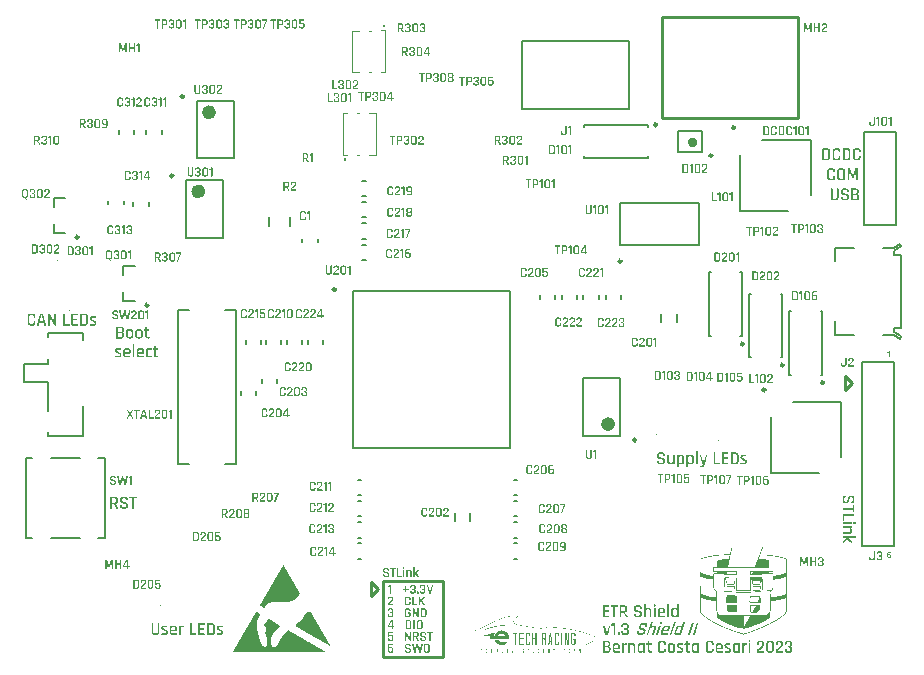
<source format=gto>
G04*
G04 #@! TF.GenerationSoftware,Altium Limited,Altium Designer,23.11.1 (41)*
G04*
G04 Layer_Color=65535*
%FSLAX44Y44*%
%MOMM*%
G71*
G04*
G04 #@! TF.SameCoordinates,7D8A1DF8-8268-4328-844D-4E12A4ECD314*
G04*
G04*
G04 #@! TF.FilePolarity,Positive*
G04*
G01*
G75*
%ADD10C,0.2500*%
%ADD11C,0.1000*%
%ADD12C,0.6000*%
%ADD13C,0.4000*%
%ADD14C,0.2540*%
%ADD15C,0.2000*%
%ADD16C,0.1500*%
G36*
X224763Y83913D02*
X224954D01*
Y83531D01*
X225145D01*
Y83149D01*
X225336D01*
Y82959D01*
X225526D01*
Y82577D01*
X225717D01*
Y82195D01*
X225908D01*
Y81814D01*
X226099D01*
Y81623D01*
X226290D01*
Y81241D01*
X226481D01*
Y80860D01*
X226671D01*
Y80478D01*
X226862D01*
Y80287D01*
X227053D01*
Y79906D01*
X227244D01*
Y79524D01*
X227435D01*
Y79333D01*
X227625D01*
Y78952D01*
X227816D01*
Y78570D01*
X228007D01*
Y78189D01*
X228198D01*
Y77998D01*
X228389D01*
Y77616D01*
X228579D01*
Y77235D01*
X228770D01*
Y76853D01*
X228961D01*
Y76662D01*
X229152D01*
Y76280D01*
X229342D01*
Y75899D01*
X229533D01*
Y75708D01*
X229724D01*
Y75326D01*
X229915D01*
Y74945D01*
X230106D01*
Y74563D01*
X230297D01*
Y74372D01*
X230487D01*
Y73991D01*
X230678D01*
Y73609D01*
X230869D01*
Y73228D01*
X231060D01*
Y73037D01*
X231251D01*
Y72655D01*
X231441D01*
Y72274D01*
X231632D01*
Y72083D01*
X231823D01*
Y71701D01*
X232014D01*
Y71319D01*
X232205D01*
Y70938D01*
X232395D01*
Y70747D01*
X232586D01*
Y70366D01*
X232777D01*
Y69984D01*
X232968D01*
Y69602D01*
X233159D01*
Y69412D01*
X233349D01*
Y69030D01*
X233540D01*
Y68648D01*
X233731D01*
Y68457D01*
X233922D01*
Y68076D01*
X234113D01*
Y67694D01*
X234303D01*
Y67313D01*
X234494D01*
Y67122D01*
X234685D01*
Y66740D01*
X234876D01*
Y66359D01*
X235067D01*
Y65977D01*
X235257D01*
Y65786D01*
X235448D01*
Y65405D01*
X235639D01*
Y65023D01*
X235830D01*
Y64832D01*
X236021D01*
Y64451D01*
X236211D01*
Y64069D01*
X236402D01*
Y63687D01*
X236593D01*
Y63496D01*
X236784D01*
Y63115D01*
X236975D01*
Y62733D01*
X237166D01*
Y62352D01*
X237356D01*
Y62161D01*
X237547D01*
Y61779D01*
X237738D01*
Y61398D01*
X237929D01*
Y61207D01*
X238120D01*
Y60825D01*
X238310D01*
Y60444D01*
X238501D01*
Y59681D01*
X238310D01*
Y59299D01*
X238120D01*
Y59108D01*
X237929D01*
Y58727D01*
X237738D01*
Y58536D01*
X237547D01*
Y58154D01*
X237356D01*
Y57963D01*
X237166D01*
Y57772D01*
X236975D01*
Y57391D01*
X236784D01*
Y57200D01*
X236593D01*
Y57009D01*
X236402D01*
Y56818D01*
X236211D01*
Y56628D01*
X236021D01*
Y56437D01*
X235830D01*
Y56246D01*
X235639D01*
Y56055D01*
X235448D01*
Y55864D01*
X235067D01*
Y55674D01*
X234876D01*
Y55483D01*
X234685D01*
Y55292D01*
X234303D01*
Y55101D01*
X234113D01*
Y54910D01*
X233731D01*
Y54720D01*
X233540D01*
Y54529D01*
X233159D01*
Y54338D01*
X232777D01*
Y54147D01*
X232205D01*
Y53956D01*
X231823D01*
Y53766D01*
X231251D01*
Y53575D01*
X230678D01*
Y53384D01*
X229915D01*
Y53193D01*
X228961D01*
Y53002D01*
X227244D01*
Y52811D01*
X222474D01*
Y53002D01*
X215605D01*
Y52811D01*
X214460D01*
Y52621D01*
X213696D01*
Y52430D01*
X213124D01*
Y52239D01*
X212743D01*
Y52048D01*
X212361D01*
Y51858D01*
X211979D01*
Y51667D01*
X211789D01*
Y51476D01*
X211407D01*
Y51285D01*
X211216D01*
Y51094D01*
X210835D01*
Y50904D01*
X210644D01*
Y50713D01*
X210453D01*
Y50522D01*
X210262D01*
Y50331D01*
X210071D01*
Y49949D01*
X209881D01*
Y49759D01*
X209690D01*
Y49568D01*
X209499D01*
Y49186D01*
X209308D01*
Y48805D01*
X209117D01*
Y48614D01*
X208927D01*
Y48232D01*
X208736D01*
Y47851D01*
X208163D01*
Y48041D01*
X207782D01*
Y48232D01*
X207591D01*
Y48423D01*
X207209D01*
Y48614D01*
X206828D01*
Y48805D01*
X206637D01*
Y48995D01*
X206255D01*
Y49186D01*
X205874D01*
Y49377D01*
X205492D01*
Y49568D01*
X205301D01*
Y49759D01*
X204920D01*
Y49949D01*
X204729D01*
Y50522D01*
X204920D01*
Y50713D01*
X205110D01*
Y51094D01*
X205301D01*
Y51476D01*
X205492D01*
Y51858D01*
X205683D01*
Y52048D01*
X205874D01*
Y52430D01*
X206064D01*
Y52811D01*
X206255D01*
Y53002D01*
X206446D01*
Y53384D01*
X206637D01*
Y53766D01*
X206828D01*
Y53956D01*
X207018D01*
Y54338D01*
X207209D01*
Y54720D01*
X207400D01*
Y55101D01*
X207591D01*
Y55292D01*
X207782D01*
Y55674D01*
X207972D01*
Y56055D01*
X208163D01*
Y56246D01*
X208354D01*
Y56628D01*
X208545D01*
Y57009D01*
X208736D01*
Y57391D01*
X208927D01*
Y57582D01*
X209117D01*
Y57963D01*
X209308D01*
Y58345D01*
X209499D01*
Y58536D01*
X209690D01*
Y58917D01*
X209881D01*
Y59299D01*
X210071D01*
Y59681D01*
X210262D01*
Y59871D01*
X210453D01*
Y60253D01*
X210644D01*
Y60634D01*
X210835D01*
Y60825D01*
X211025D01*
Y61207D01*
X211216D01*
Y61589D01*
X211407D01*
Y61779D01*
X211598D01*
Y62161D01*
X211789D01*
Y62543D01*
X211979D01*
Y62924D01*
X212170D01*
Y63115D01*
X212361D01*
Y63496D01*
X212552D01*
Y63878D01*
X212743D01*
Y64069D01*
X212933D01*
Y64451D01*
X213124D01*
Y64832D01*
X213315D01*
Y65214D01*
X213506D01*
Y65405D01*
X213696D01*
Y65786D01*
X213887D01*
Y66168D01*
X214078D01*
Y66359D01*
X214269D01*
Y66740D01*
X214460D01*
Y67122D01*
X214651D01*
Y67503D01*
X214841D01*
Y67694D01*
X215032D01*
Y68076D01*
X215223D01*
Y68457D01*
X215414D01*
Y68648D01*
X215605D01*
Y69030D01*
X215795D01*
Y69412D01*
X215986D01*
Y69602D01*
X216177D01*
Y69984D01*
X216368D01*
Y70366D01*
X216559D01*
Y70747D01*
X216749D01*
Y70938D01*
X216940D01*
Y71319D01*
X217131D01*
Y71701D01*
X217322D01*
Y71892D01*
X217513D01*
Y72274D01*
X217703D01*
Y72655D01*
X217894D01*
Y73037D01*
X218085D01*
Y73228D01*
X218276D01*
Y73609D01*
X218467D01*
Y73991D01*
X218657D01*
Y74182D01*
X218848D01*
Y74563D01*
X219039D01*
Y74945D01*
X219230D01*
Y75136D01*
X219421D01*
Y75517D01*
X219611D01*
Y75899D01*
X219802D01*
Y76280D01*
X219993D01*
Y76471D01*
X220184D01*
Y76853D01*
X220375D01*
Y77235D01*
X220565D01*
Y77425D01*
X220756D01*
Y77807D01*
X220947D01*
Y78189D01*
X221138D01*
Y78570D01*
X221329D01*
Y78761D01*
X221520D01*
Y79142D01*
X221710D01*
Y79524D01*
X221901D01*
Y79715D01*
X222092D01*
Y80097D01*
X222283D01*
Y80478D01*
X222474D01*
Y80860D01*
X222664D01*
Y81051D01*
X222855D01*
Y81432D01*
X223046D01*
Y81814D01*
X223237D01*
Y82005D01*
X223428D01*
Y82386D01*
X223618D01*
Y82768D01*
X223809D01*
Y82959D01*
X224000D01*
Y83340D01*
X224191D01*
Y83722D01*
X224382D01*
Y84103D01*
X224763D01*
Y83913D01*
D02*
G37*
G36*
X414832Y33364D02*
X416008D01*
Y33333D01*
X416287D01*
Y33302D01*
X416565D01*
Y33272D01*
X416287D01*
Y33240D01*
X415667D01*
Y33210D01*
X415049D01*
Y33179D01*
X414430D01*
Y33148D01*
X413873D01*
Y33117D01*
X413377D01*
Y33086D01*
X412913D01*
Y33055D01*
X412480D01*
Y33024D01*
X412109D01*
Y32993D01*
X411737D01*
Y32962D01*
X411397D01*
Y32931D01*
X411057D01*
Y32900D01*
X410747D01*
Y32869D01*
X410438D01*
Y32838D01*
X410159D01*
Y32807D01*
X409881D01*
Y32776D01*
X409633D01*
Y32745D01*
X409355D01*
Y32714D01*
X409107D01*
Y32683D01*
X408859D01*
Y32652D01*
X408612D01*
Y32622D01*
X408395D01*
Y32591D01*
X408179D01*
Y32560D01*
X407931D01*
Y32529D01*
X407745D01*
Y32498D01*
X407529D01*
Y32467D01*
X407312D01*
Y32436D01*
X407126D01*
Y32405D01*
X406910D01*
Y32374D01*
X406724D01*
Y32343D01*
X406539D01*
Y32312D01*
X406353D01*
Y32281D01*
X406167D01*
Y32250D01*
X405981D01*
Y32219D01*
X405796D01*
Y32188D01*
X405610D01*
Y32157D01*
X405455D01*
Y32127D01*
X405270D01*
Y32095D01*
X405115D01*
Y32065D01*
X404960D01*
Y32034D01*
X404775D01*
Y32003D01*
X404620D01*
Y31972D01*
X404465D01*
Y31941D01*
X404310D01*
Y31910D01*
X404156D01*
Y31879D01*
X404001D01*
Y31848D01*
X403846D01*
Y31817D01*
X403722D01*
Y31786D01*
X403568D01*
Y31755D01*
X403413D01*
Y31724D01*
X403258D01*
Y31693D01*
X403134D01*
Y31662D01*
X402980D01*
Y31631D01*
X402856D01*
Y31600D01*
X402701D01*
Y31569D01*
X402577D01*
Y31539D01*
X402454D01*
Y31507D01*
X402299D01*
Y31477D01*
X402175D01*
Y31446D01*
X402051D01*
Y31415D01*
X401927D01*
Y31384D01*
X401804D01*
Y31353D01*
X401649D01*
Y31322D01*
X401525D01*
Y31291D01*
X401401D01*
Y31260D01*
X401278D01*
Y31229D01*
X401154D01*
Y31198D01*
X401061D01*
Y31167D01*
X400937D01*
Y31136D01*
X400813D01*
Y31105D01*
X400690D01*
Y31074D01*
X400566D01*
Y31043D01*
X400442D01*
Y31012D01*
X400349D01*
Y30981D01*
X400225D01*
Y30951D01*
X400102D01*
Y30919D01*
X400009D01*
Y30889D01*
X399885D01*
Y30858D01*
X399761D01*
Y30827D01*
X399668D01*
Y30796D01*
X399545D01*
Y30765D01*
X399452D01*
Y30734D01*
X399328D01*
Y30703D01*
X399235D01*
Y30672D01*
X399111D01*
Y30641D01*
X399019D01*
Y30610D01*
X398926D01*
Y30579D01*
X398802D01*
Y30548D01*
X398709D01*
Y30517D01*
X398616D01*
Y30486D01*
X398493D01*
Y30455D01*
X398400D01*
Y30424D01*
X398307D01*
Y30394D01*
X398214D01*
Y30363D01*
X398090D01*
Y30332D01*
X397997D01*
Y30301D01*
X397905D01*
Y30270D01*
X397812D01*
Y30239D01*
X397719D01*
Y30208D01*
X397626D01*
Y30177D01*
X397533D01*
Y30146D01*
X397440D01*
Y30115D01*
X397347D01*
Y30084D01*
X397255D01*
Y30053D01*
X397162D01*
Y30022D01*
X397069D01*
Y29991D01*
X396976D01*
Y29960D01*
X396883D01*
Y29929D01*
X396790D01*
Y29898D01*
X396698D01*
Y29867D01*
X396605D01*
Y29836D01*
X396512D01*
Y29806D01*
X396419D01*
Y29774D01*
X396357D01*
Y29744D01*
X396264D01*
Y29713D01*
X396171D01*
Y29682D01*
X396079D01*
Y29651D01*
X395986D01*
Y29620D01*
X395924D01*
Y29589D01*
X395831D01*
Y29558D01*
X395738D01*
Y29527D01*
X395645D01*
Y29496D01*
X395583D01*
Y29465D01*
X395491D01*
Y29434D01*
X395398D01*
Y29403D01*
X395336D01*
Y29372D01*
X395243D01*
Y29341D01*
X395150D01*
Y29310D01*
X395088D01*
Y29279D01*
X394996D01*
Y29248D01*
X394934D01*
Y29218D01*
X394841D01*
Y29187D01*
X394748D01*
Y29156D01*
X394686D01*
Y29125D01*
X394593D01*
Y29094D01*
X394531D01*
Y29063D01*
X394439D01*
Y29032D01*
X394377D01*
Y29001D01*
X394284D01*
Y28970D01*
X394222D01*
Y28939D01*
X394129D01*
Y28908D01*
X394067D01*
Y28877D01*
X393974D01*
Y28846D01*
X393881D01*
Y28815D01*
X393820D01*
Y28784D01*
X393758D01*
Y28815D01*
X393727D01*
Y28846D01*
X393696D01*
Y28877D01*
X393727D01*
Y28908D01*
X393789D01*
Y28939D01*
X393851D01*
Y28970D01*
X393913D01*
Y29001D01*
X393974D01*
Y29032D01*
X394036D01*
Y29063D01*
X394098D01*
Y29094D01*
X394160D01*
Y29125D01*
X394222D01*
Y29156D01*
X394284D01*
Y29187D01*
X394346D01*
Y29218D01*
X394408D01*
Y29248D01*
X394469D01*
Y29279D01*
X394531D01*
Y29310D01*
X394593D01*
Y29341D01*
X394655D01*
Y29372D01*
X394717D01*
Y29403D01*
X394779D01*
Y29434D01*
X394841D01*
Y29465D01*
X394903D01*
Y29496D01*
X394965D01*
Y29527D01*
X395027D01*
Y29558D01*
X395119D01*
Y29589D01*
X395181D01*
Y29620D01*
X395243D01*
Y29651D01*
X395305D01*
Y29682D01*
X395398D01*
Y29713D01*
X395460D01*
Y29744D01*
X395522D01*
Y29774D01*
X395583D01*
Y29806D01*
X395676D01*
Y29836D01*
X395738D01*
Y29867D01*
X395800D01*
Y29898D01*
X395893D01*
Y29929D01*
X395955D01*
Y29960D01*
X396017D01*
Y29991D01*
X396110D01*
Y30022D01*
X396171D01*
Y30053D01*
X396264D01*
Y30084D01*
X396326D01*
Y30115D01*
X396419D01*
Y30146D01*
X396481D01*
Y30177D01*
X396574D01*
Y30208D01*
X396636D01*
Y30239D01*
X396729D01*
Y30270D01*
X396790D01*
Y30301D01*
X396883D01*
Y30332D01*
X396945D01*
Y30363D01*
X397038D01*
Y30394D01*
X397131D01*
Y30424D01*
X397193D01*
Y30455D01*
X397286D01*
Y30486D01*
X397347D01*
Y30517D01*
X397440D01*
Y30548D01*
X397533D01*
Y30579D01*
X397626D01*
Y30610D01*
X397688D01*
Y30641D01*
X397781D01*
Y30672D01*
X397874D01*
Y30703D01*
X397966D01*
Y30734D01*
X398028D01*
Y30765D01*
X398121D01*
Y30796D01*
X398214D01*
Y30827D01*
X398307D01*
Y30858D01*
X398400D01*
Y30889D01*
X398493D01*
Y30919D01*
X398585D01*
Y30951D01*
X398678D01*
Y30981D01*
X398771D01*
Y31012D01*
X398864D01*
Y31043D01*
X398957D01*
Y31074D01*
X399049D01*
Y31105D01*
X399142D01*
Y31136D01*
X399235D01*
Y31167D01*
X399328D01*
Y31198D01*
X399421D01*
Y31229D01*
X399514D01*
Y31260D01*
X399607D01*
Y31291D01*
X399730D01*
Y31322D01*
X399823D01*
Y31353D01*
X399916D01*
Y31384D01*
X400009D01*
Y31415D01*
X400133D01*
Y31446D01*
X400225D01*
Y31477D01*
X400318D01*
Y31507D01*
X400442D01*
Y31539D01*
X400535D01*
Y31569D01*
X400659D01*
Y31600D01*
X400751D01*
Y31631D01*
X400875D01*
Y31662D01*
X400968D01*
Y31693D01*
X401092D01*
Y31724D01*
X401216D01*
Y31755D01*
X401309D01*
Y31786D01*
X401432D01*
Y31817D01*
X401556D01*
Y31848D01*
X401649D01*
Y31879D01*
X401773D01*
Y31910D01*
X401897D01*
Y31941D01*
X402020D01*
Y31972D01*
X402144D01*
Y32003D01*
X402268D01*
Y32034D01*
X402392D01*
Y32065D01*
X402515D01*
Y32095D01*
X402670D01*
Y32127D01*
X402794D01*
Y32157D01*
X402918D01*
Y32188D01*
X403042D01*
Y32219D01*
X403196D01*
Y32250D01*
X403320D01*
Y32281D01*
X403475D01*
Y32312D01*
X403629D01*
Y32343D01*
X403753D01*
Y32374D01*
X403908D01*
Y32405D01*
X404063D01*
Y32436D01*
X404217D01*
Y32467D01*
X404372D01*
Y32498D01*
X404527D01*
Y32529D01*
X404682D01*
Y32560D01*
X404867D01*
Y32591D01*
X405022D01*
Y32622D01*
X405208D01*
Y32652D01*
X405363D01*
Y32683D01*
X405548D01*
Y32714D01*
X405734D01*
Y32745D01*
X405919D01*
Y32776D01*
X406105D01*
Y32807D01*
X406322D01*
Y32838D01*
X406507D01*
Y32869D01*
X406724D01*
Y32900D01*
X406941D01*
Y32931D01*
X407157D01*
Y32962D01*
X407405D01*
Y32993D01*
X407653D01*
Y33024D01*
X407900D01*
Y33055D01*
X408179D01*
Y33086D01*
X408457D01*
Y33117D01*
X408736D01*
Y33148D01*
X409045D01*
Y33179D01*
X409385D01*
Y33210D01*
X409757D01*
Y33240D01*
X410128D01*
Y33272D01*
X410592D01*
Y33302D01*
X411087D01*
Y33333D01*
X411706D01*
Y33364D01*
X412573D01*
Y33395D01*
X414832D01*
Y33364D01*
D02*
G37*
G36*
X630939Y99677D02*
X630864D01*
Y99451D01*
X630788D01*
Y99300D01*
X630713D01*
Y99074D01*
X630638D01*
Y98924D01*
X630563D01*
Y98698D01*
X630487D01*
Y98472D01*
X630412D01*
Y98322D01*
X630337D01*
Y98096D01*
X630261D01*
Y97945D01*
X630186D01*
Y97719D01*
X630111D01*
Y97569D01*
X630036D01*
Y97343D01*
X629960D01*
Y97117D01*
X629885D01*
Y96966D01*
X629810D01*
Y96741D01*
X629734D01*
Y96590D01*
X629659D01*
Y96364D01*
X629584D01*
Y96214D01*
X629509D01*
Y95988D01*
X629433D01*
Y95837D01*
X629358D01*
Y95611D01*
X629283D01*
Y95386D01*
X629208D01*
Y95235D01*
X629132D01*
Y95009D01*
X629057D01*
Y94859D01*
X628982D01*
Y94633D01*
X628906D01*
Y94482D01*
X628831D01*
Y94256D01*
X628756D01*
Y94031D01*
X628681D01*
Y93880D01*
X628605D01*
Y93654D01*
X628530D01*
Y93504D01*
X628455D01*
Y93278D01*
X628380D01*
Y93127D01*
X628304D01*
Y93052D01*
X630638D01*
Y92977D01*
X632520D01*
Y92901D01*
X633724D01*
Y92826D01*
X634703D01*
Y92751D01*
X635531D01*
Y92676D01*
X636209D01*
Y92600D01*
X636886D01*
Y92525D01*
X637564D01*
Y92450D01*
X638166D01*
Y92374D01*
X638693D01*
Y92299D01*
X639220D01*
Y92224D01*
X639747D01*
Y92149D01*
X640274D01*
Y92073D01*
X640725D01*
Y91998D01*
X641177D01*
Y91923D01*
X641629D01*
Y91847D01*
X642080D01*
Y91772D01*
X642457D01*
Y91697D01*
X642908D01*
Y91622D01*
X643285D01*
Y91546D01*
X643661D01*
Y91471D01*
X644038D01*
Y91396D01*
X644414D01*
Y91320D01*
X644790D01*
Y91245D01*
X645167D01*
Y91170D01*
X645543D01*
Y91095D01*
X645844D01*
Y91019D01*
X646221D01*
Y90944D01*
X646522D01*
Y90869D01*
X646823D01*
Y90794D01*
X647199D01*
Y90718D01*
X647501D01*
Y90643D01*
X647802D01*
Y90568D01*
X648103D01*
Y90492D01*
X648404D01*
Y90417D01*
X648705D01*
Y90342D01*
X649006D01*
Y90267D01*
X649307D01*
Y90191D01*
X649533D01*
Y90116D01*
X649834D01*
Y90041D01*
X650135D01*
Y89965D01*
X650361D01*
Y89890D01*
X650436D01*
Y89740D01*
X650512D01*
Y89664D01*
X650587D01*
Y89589D01*
X650662D01*
Y89514D01*
X650738D01*
Y89363D01*
X650813D01*
Y89288D01*
X650888D01*
Y89137D01*
X650963D01*
Y45249D01*
X650888D01*
Y44948D01*
X650813D01*
Y44722D01*
X650738D01*
Y44572D01*
X650662D01*
Y44421D01*
X650587D01*
Y44271D01*
X650512D01*
Y44120D01*
X650436D01*
Y43969D01*
X650361D01*
Y43894D01*
X650286D01*
Y43744D01*
X650211D01*
Y43668D01*
X650135D01*
Y43518D01*
X650060D01*
Y43443D01*
X649985D01*
Y43367D01*
X649910D01*
Y43217D01*
X649834D01*
Y43141D01*
X649759D01*
Y43066D01*
X649684D01*
Y42991D01*
X649608D01*
Y42916D01*
X649533D01*
Y42840D01*
X649458D01*
Y42690D01*
X649382D01*
Y42614D01*
X649307D01*
Y42539D01*
X649232D01*
Y42464D01*
X649157D01*
Y42389D01*
X649081D01*
Y42313D01*
X649006D01*
Y42238D01*
X648931D01*
Y42163D01*
X648856D01*
Y42087D01*
X648780D01*
Y42012D01*
X648705D01*
Y41937D01*
X648630D01*
Y41862D01*
X648555D01*
Y41786D01*
X648404D01*
Y41711D01*
X648329D01*
Y41636D01*
X648253D01*
Y41561D01*
X648178D01*
Y41485D01*
X648103D01*
Y41410D01*
X648027D01*
Y41335D01*
X647952D01*
Y41259D01*
X647877D01*
Y41184D01*
X647726D01*
Y41109D01*
X647651D01*
Y41034D01*
X647576D01*
Y40958D01*
X647501D01*
Y40883D01*
X647425D01*
Y40808D01*
X647275D01*
Y40732D01*
X647199D01*
Y40657D01*
X647124D01*
Y40582D01*
X647049D01*
Y40507D01*
X646898D01*
Y40431D01*
X646823D01*
Y40356D01*
X646748D01*
Y40281D01*
X646597D01*
Y40205D01*
X646522D01*
Y40130D01*
X646447D01*
Y40055D01*
X646296D01*
Y39980D01*
X646221D01*
Y39904D01*
X646145D01*
Y39829D01*
X645995D01*
Y39754D01*
X645920D01*
Y39678D01*
X645769D01*
Y39603D01*
X645694D01*
Y39528D01*
X645619D01*
Y39453D01*
X645468D01*
Y39377D01*
X645393D01*
Y39302D01*
X645242D01*
Y39227D01*
X645167D01*
Y39152D01*
X645016D01*
Y39076D01*
X644941D01*
Y39001D01*
X644790D01*
Y38926D01*
X644715D01*
Y38851D01*
X644565D01*
Y38775D01*
X644489D01*
Y38700D01*
X644339D01*
Y38625D01*
X644264D01*
Y38549D01*
X644113D01*
Y38474D01*
X644038D01*
Y38399D01*
X643887D01*
Y38324D01*
X643812D01*
Y38248D01*
X643661D01*
Y38173D01*
X643586D01*
Y38098D01*
X643435D01*
Y38022D01*
X643285D01*
Y37947D01*
X643210D01*
Y37872D01*
X643059D01*
Y37796D01*
X642908D01*
Y37721D01*
X642833D01*
Y37646D01*
X642683D01*
Y37571D01*
X642607D01*
Y37495D01*
X642457D01*
Y37420D01*
X642306D01*
Y37345D01*
X642231D01*
Y37270D01*
X642080D01*
Y37194D01*
X641930D01*
Y37119D01*
X641854D01*
Y37044D01*
X641704D01*
Y36969D01*
X641553D01*
Y36893D01*
X641403D01*
Y36818D01*
X641328D01*
Y36743D01*
X641177D01*
Y36667D01*
X641027D01*
Y36592D01*
X640876D01*
Y36517D01*
X640801D01*
Y36442D01*
X640650D01*
Y36366D01*
X640499D01*
Y36291D01*
X640349D01*
Y36216D01*
X640274D01*
Y36140D01*
X640123D01*
Y36065D01*
X639973D01*
Y35990D01*
X639822D01*
Y35915D01*
X639671D01*
Y35839D01*
X639596D01*
Y35764D01*
X639446D01*
Y35689D01*
X639295D01*
Y35613D01*
X639145D01*
Y35538D01*
X638994D01*
Y35463D01*
X638843D01*
Y35388D01*
X638693D01*
Y35312D01*
X638618D01*
Y35237D01*
X638467D01*
Y35162D01*
X638316D01*
Y35087D01*
X638166D01*
Y35011D01*
X638015D01*
Y34936D01*
X637865D01*
Y34861D01*
X637714D01*
Y34785D01*
X637564D01*
Y34710D01*
X637413D01*
Y34635D01*
X637262D01*
Y34560D01*
X637112D01*
Y34484D01*
X636961D01*
Y34409D01*
X636811D01*
Y34334D01*
X636660D01*
Y34258D01*
X636510D01*
Y34183D01*
X636359D01*
Y34108D01*
X636209D01*
Y34032D01*
X636058D01*
Y33957D01*
X635907D01*
Y33882D01*
X635757D01*
Y33807D01*
X635606D01*
Y33731D01*
X635456D01*
Y33656D01*
X635305D01*
Y33581D01*
X635155D01*
Y33506D01*
X635004D01*
Y33430D01*
X634854D01*
Y33355D01*
X634703D01*
Y33280D01*
X634552D01*
Y33205D01*
X634402D01*
Y33129D01*
X634251D01*
Y33054D01*
X634101D01*
Y32979D01*
X633950D01*
Y32903D01*
X633724D01*
Y32828D01*
X633574D01*
Y32753D01*
X633423D01*
Y32678D01*
X633273D01*
Y32602D01*
X633122D01*
Y32527D01*
X632971D01*
Y32452D01*
X632821D01*
Y32376D01*
X632595D01*
Y32301D01*
X632445D01*
Y32226D01*
X632294D01*
Y32151D01*
X632144D01*
Y32075D01*
X631993D01*
Y32000D01*
X631767D01*
Y31925D01*
X631617D01*
Y31849D01*
X631466D01*
Y31774D01*
X631315D01*
Y31699D01*
X631090D01*
Y31624D01*
X630939D01*
Y31548D01*
X630788D01*
Y31473D01*
X630638D01*
Y31398D01*
X630412D01*
Y31323D01*
X630261D01*
Y31247D01*
X630111D01*
Y31172D01*
X629885D01*
Y31097D01*
X629734D01*
Y31021D01*
X629584D01*
Y30946D01*
X629433D01*
Y30871D01*
X629208D01*
Y30796D01*
X629057D01*
Y30720D01*
X628906D01*
Y30645D01*
X628681D01*
Y30570D01*
X628530D01*
Y30494D01*
X628304D01*
Y30419D01*
X628154D01*
Y30344D01*
X628003D01*
Y30269D01*
X627777D01*
Y30193D01*
X627627D01*
Y30118D01*
X627401D01*
Y30043D01*
X627250D01*
Y29968D01*
X627024D01*
Y29892D01*
X626874D01*
Y29817D01*
X626723D01*
Y29742D01*
X626497D01*
Y29666D01*
X626347D01*
Y29591D01*
X626121D01*
Y29516D01*
X625970D01*
Y29441D01*
X625745D01*
Y29365D01*
X625594D01*
Y29290D01*
X625368D01*
Y29215D01*
X625218D01*
Y29139D01*
X624992D01*
Y29064D01*
X624766D01*
Y28989D01*
X624616D01*
Y28914D01*
X624390D01*
Y28838D01*
X624239D01*
Y28763D01*
X624013D01*
Y28688D01*
X623787D01*
Y28612D01*
X623637D01*
Y28537D01*
X623411D01*
Y28462D01*
X623260D01*
Y28387D01*
X623035D01*
Y28311D01*
X622809D01*
Y28236D01*
X622583D01*
Y28161D01*
X622432D01*
Y28085D01*
X622206D01*
Y28010D01*
X621981D01*
Y27935D01*
X621830D01*
Y27860D01*
X621604D01*
Y27784D01*
X621379D01*
Y27709D01*
X621153D01*
Y27634D01*
X621002D01*
Y27559D01*
X620776D01*
Y27483D01*
X620550D01*
Y27408D01*
X620325D01*
Y27333D01*
X620099D01*
Y27257D01*
X619873D01*
Y27182D01*
X619722D01*
Y27107D01*
X619496D01*
Y27032D01*
X619271D01*
Y26956D01*
X619045D01*
Y26881D01*
X618819D01*
Y26806D01*
X618593D01*
Y26730D01*
X618367D01*
Y26655D01*
X618141D01*
Y26580D01*
X617916D01*
Y26505D01*
X617690D01*
Y26429D01*
X617464D01*
Y26354D01*
X617238D01*
Y26279D01*
X617012D01*
Y26203D01*
X616786D01*
Y26128D01*
X616561D01*
Y26053D01*
X616335D01*
Y25978D01*
X616034D01*
Y25902D01*
X615808D01*
Y25827D01*
X615582D01*
Y25752D01*
X615356D01*
Y25677D01*
X615130D01*
Y25601D01*
X614829D01*
Y25526D01*
X614603D01*
Y25451D01*
X614377D01*
Y25375D01*
X613926D01*
Y25451D01*
X613700D01*
Y25526D01*
X613474D01*
Y25601D01*
X613248D01*
Y25677D01*
X612947D01*
Y25752D01*
X612721D01*
Y25827D01*
X612495D01*
Y25902D01*
X612270D01*
Y25978D01*
X611968D01*
Y26053D01*
X611743D01*
Y26128D01*
X611517D01*
Y26203D01*
X611291D01*
Y26279D01*
X611065D01*
Y26354D01*
X610764D01*
Y26429D01*
X610538D01*
Y26505D01*
X610312D01*
Y26580D01*
X610087D01*
Y26655D01*
X609861D01*
Y26730D01*
X609635D01*
Y26806D01*
X609409D01*
Y26881D01*
X609183D01*
Y26956D01*
X608957D01*
Y27032D01*
X608731D01*
Y27107D01*
X608506D01*
Y27182D01*
X608280D01*
Y27257D01*
X608054D01*
Y27333D01*
X607828D01*
Y27408D01*
X607602D01*
Y27483D01*
X607376D01*
Y27559D01*
X607151D01*
Y27634D01*
X606925D01*
Y27709D01*
X606699D01*
Y27784D01*
X606473D01*
Y27860D01*
X606247D01*
Y27935D01*
X606097D01*
Y28010D01*
X605871D01*
Y28085D01*
X605645D01*
Y28161D01*
X605419D01*
Y28236D01*
X605193D01*
Y28311D01*
X604967D01*
Y28387D01*
X604817D01*
Y28462D01*
X604591D01*
Y28537D01*
X604365D01*
Y28612D01*
X604139D01*
Y28688D01*
X603989D01*
Y28763D01*
X603763D01*
Y28838D01*
X603537D01*
Y28914D01*
X603311D01*
Y28989D01*
X603161D01*
Y29064D01*
X602935D01*
Y29139D01*
X602709D01*
Y29215D01*
X602559D01*
Y29290D01*
X602333D01*
Y29365D01*
X602107D01*
Y29441D01*
X601956D01*
Y29516D01*
X601730D01*
Y29591D01*
X601505D01*
Y29666D01*
X601354D01*
Y29742D01*
X601128D01*
Y29817D01*
X600978D01*
Y29892D01*
X600752D01*
Y29968D01*
X600601D01*
Y30043D01*
X600375D01*
Y30118D01*
X600225D01*
Y30193D01*
X599999D01*
Y30269D01*
X599848D01*
Y30344D01*
X599623D01*
Y30419D01*
X599472D01*
Y30494D01*
X599246D01*
Y30570D01*
X599096D01*
Y30645D01*
X598870D01*
Y30720D01*
X598719D01*
Y30796D01*
X598493D01*
Y30871D01*
X598343D01*
Y30946D01*
X598117D01*
Y31021D01*
X597966D01*
Y31097D01*
X597816D01*
Y31172D01*
X597590D01*
Y31247D01*
X597439D01*
Y31323D01*
X597289D01*
Y31398D01*
X597063D01*
Y31473D01*
X596912D01*
Y31548D01*
X596762D01*
Y31624D01*
X596536D01*
Y31699D01*
X596386D01*
Y31774D01*
X596235D01*
Y31849D01*
X596009D01*
Y31925D01*
X595859D01*
Y32000D01*
X595708D01*
Y32075D01*
X595558D01*
Y32151D01*
X595332D01*
Y32226D01*
X595181D01*
Y32301D01*
X595031D01*
Y32376D01*
X594880D01*
Y32452D01*
X594654D01*
Y32527D01*
X594504D01*
Y32602D01*
X594353D01*
Y32678D01*
X594202D01*
Y32753D01*
X594052D01*
Y32828D01*
X593901D01*
Y32903D01*
X593675D01*
Y32979D01*
X593525D01*
Y33054D01*
X593374D01*
Y33129D01*
X593224D01*
Y33205D01*
X593073D01*
Y33280D01*
X592923D01*
Y33355D01*
X592772D01*
Y33430D01*
X592622D01*
Y33506D01*
X592471D01*
Y33581D01*
X592321D01*
Y33656D01*
X592170D01*
Y33731D01*
X592019D01*
Y33807D01*
X591869D01*
Y33882D01*
X591718D01*
Y33957D01*
X591568D01*
Y34032D01*
X591417D01*
Y34108D01*
X591267D01*
Y34183D01*
X591116D01*
Y34258D01*
X590965D01*
Y34334D01*
X590815D01*
Y34409D01*
X590664D01*
Y34484D01*
X590514D01*
Y34560D01*
X590363D01*
Y34635D01*
X590213D01*
Y34710D01*
X590062D01*
Y34785D01*
X589911D01*
Y34861D01*
X589761D01*
Y34936D01*
X589610D01*
Y35011D01*
X589460D01*
Y35087D01*
X589384D01*
Y35162D01*
X589234D01*
Y35237D01*
X589083D01*
Y35312D01*
X588933D01*
Y35388D01*
X588782D01*
Y35463D01*
X588632D01*
Y35538D01*
X588557D01*
Y35613D01*
X588406D01*
Y35689D01*
X588255D01*
Y35764D01*
X588105D01*
Y35839D01*
X587954D01*
Y35915D01*
X587879D01*
Y35990D01*
X587728D01*
Y36065D01*
X587578D01*
Y36140D01*
X587427D01*
Y36216D01*
X587352D01*
Y36291D01*
X587201D01*
Y36366D01*
X587051D01*
Y36442D01*
X586976D01*
Y36517D01*
X586825D01*
Y36592D01*
X586674D01*
Y36667D01*
X586599D01*
Y36743D01*
X586449D01*
Y36818D01*
X586298D01*
Y36893D01*
X586223D01*
Y36969D01*
X586072D01*
Y37044D01*
X585922D01*
Y37119D01*
X585846D01*
Y37194D01*
X585696D01*
Y37270D01*
X585621D01*
Y37345D01*
X585470D01*
Y37420D01*
X585320D01*
Y37495D01*
X585244D01*
Y37571D01*
X585094D01*
Y37646D01*
X585018D01*
Y37721D01*
X584868D01*
Y37796D01*
X584793D01*
Y37872D01*
X584642D01*
Y37947D01*
X584567D01*
Y38022D01*
X584416D01*
Y38098D01*
X584341D01*
Y38173D01*
X584190D01*
Y38248D01*
X584115D01*
Y38324D01*
X583964D01*
Y38399D01*
X583889D01*
Y38474D01*
X583739D01*
Y38549D01*
X583663D01*
Y38625D01*
X583513D01*
Y38700D01*
X583437D01*
Y38775D01*
X583287D01*
Y38851D01*
X583212D01*
Y38926D01*
X583136D01*
Y39001D01*
X582986D01*
Y39076D01*
X582910D01*
Y39152D01*
X582760D01*
Y39227D01*
X582685D01*
Y39302D01*
X582609D01*
Y39377D01*
X582459D01*
Y39453D01*
X582383D01*
Y39528D01*
X582308D01*
Y39603D01*
X582158D01*
Y39678D01*
X582082D01*
Y39754D01*
X582007D01*
Y39829D01*
X581857D01*
Y39904D01*
X581781D01*
Y39980D01*
X581706D01*
Y40055D01*
X581631D01*
Y40130D01*
X581480D01*
Y40205D01*
X581405D01*
Y40281D01*
X581330D01*
Y40356D01*
X581254D01*
Y40431D01*
X581104D01*
Y40507D01*
X581029D01*
Y40582D01*
X580953D01*
Y40657D01*
X580878D01*
Y40732D01*
X580803D01*
Y40808D01*
X580652D01*
Y40883D01*
X580577D01*
Y40958D01*
X580502D01*
Y41034D01*
X580426D01*
Y41109D01*
X580351D01*
Y41184D01*
X580276D01*
Y41259D01*
X580200D01*
Y41335D01*
X580125D01*
Y41410D01*
X579975D01*
Y41485D01*
X579899D01*
Y41561D01*
X579824D01*
Y41636D01*
X579749D01*
Y41711D01*
X579674D01*
Y41786D01*
X579598D01*
Y41862D01*
X579523D01*
Y41937D01*
X579448D01*
Y42012D01*
X579372D01*
Y42087D01*
X579297D01*
Y42163D01*
X579222D01*
Y42238D01*
X579146D01*
Y42313D01*
X579071D01*
Y42389D01*
X578996D01*
Y42464D01*
X578921D01*
Y42539D01*
X578845D01*
Y42614D01*
X578770D01*
Y42690D01*
X578695D01*
Y42765D01*
X578619D01*
Y42840D01*
X578544D01*
Y42991D01*
X578469D01*
Y43066D01*
X578394D01*
Y43141D01*
X578318D01*
Y43217D01*
X578243D01*
Y43292D01*
X578168D01*
Y43367D01*
X578093D01*
Y43518D01*
X578017D01*
Y43593D01*
X577942D01*
Y43668D01*
X577867D01*
Y43819D01*
X577791D01*
Y43894D01*
X577716D01*
Y43969D01*
X577641D01*
Y44120D01*
X577566D01*
Y44195D01*
X577490D01*
Y44346D01*
X577415D01*
Y44421D01*
X577340D01*
Y44572D01*
X577265D01*
Y48486D01*
X577189D01*
Y56541D01*
Y56617D01*
Y66553D01*
X577114D01*
Y74910D01*
X577039D01*
Y78372D01*
X577114D01*
Y84621D01*
X577039D01*
Y89438D01*
X577189D01*
Y89514D01*
X577415D01*
Y89589D01*
X577641D01*
Y89664D01*
X577791D01*
Y89740D01*
X578017D01*
Y89815D01*
X578243D01*
Y89890D01*
X578469D01*
Y89965D01*
X578695D01*
Y90041D01*
X578921D01*
Y90116D01*
X579222D01*
Y90191D01*
X579448D01*
Y90267D01*
X579674D01*
Y90342D01*
X579975D01*
Y90417D01*
X580200D01*
Y90492D01*
X580502D01*
Y90568D01*
X580727D01*
Y90643D01*
X581029D01*
Y90718D01*
X581330D01*
Y90794D01*
X581631D01*
Y90869D01*
X581857D01*
Y90944D01*
X582158D01*
Y91019D01*
X582534D01*
Y91095D01*
X582835D01*
Y91170D01*
X583136D01*
Y91245D01*
X583437D01*
Y91320D01*
X583814D01*
Y91396D01*
X584115D01*
Y91471D01*
X584491D01*
Y91546D01*
X584868D01*
Y91622D01*
X585244D01*
Y91697D01*
X585621D01*
Y91772D01*
X585997D01*
Y91847D01*
X586373D01*
Y91923D01*
X586825D01*
Y91998D01*
X587277D01*
Y92073D01*
X587728D01*
Y92149D01*
X588180D01*
Y92224D01*
X588632D01*
Y92299D01*
X589159D01*
Y92374D01*
X589686D01*
Y92450D01*
X590213D01*
Y92525D01*
X590815D01*
Y92600D01*
X591417D01*
Y92676D01*
X592019D01*
Y92751D01*
X592772D01*
Y92826D01*
X593525D01*
Y92901D01*
X594353D01*
Y92977D01*
X595256D01*
Y93052D01*
X596386D01*
Y93127D01*
X597741D01*
Y93202D01*
X599924D01*
Y93278D01*
X602634D01*
Y93428D01*
X602709D01*
Y93729D01*
X602784D01*
Y94031D01*
X602860D01*
Y94332D01*
X602935D01*
Y94633D01*
X603010D01*
Y94934D01*
X603086D01*
Y95235D01*
X603161D01*
Y95536D01*
X603236D01*
Y95837D01*
X603311D01*
Y96138D01*
X603387D01*
Y96440D01*
X603462D01*
Y96741D01*
X603537D01*
Y97042D01*
X603612D01*
Y97343D01*
X603688D01*
Y97644D01*
X603763D01*
Y97945D01*
X603838D01*
Y98246D01*
X603913D01*
Y98547D01*
X603989D01*
Y98848D01*
X604064D01*
Y99150D01*
X604139D01*
Y99451D01*
X604215D01*
Y99752D01*
X630939D01*
Y99677D01*
D02*
G37*
G36*
X470844Y27020D02*
X470968D01*
Y26989D01*
X471061D01*
Y26958D01*
X471123D01*
Y26927D01*
X471185D01*
Y26897D01*
X471247D01*
Y26866D01*
X471309D01*
Y26835D01*
X471339D01*
Y26804D01*
X471401D01*
Y26773D01*
X471432D01*
Y26742D01*
X471463D01*
Y26711D01*
X471494D01*
Y26680D01*
X471525D01*
Y26649D01*
X471556D01*
Y26618D01*
X471587D01*
Y26587D01*
X471618D01*
Y26556D01*
X471649D01*
Y26494D01*
X471680D01*
Y26463D01*
X471711D01*
Y26432D01*
X471742D01*
Y26370D01*
X471773D01*
Y26309D01*
X471804D01*
Y26247D01*
X471835D01*
Y26154D01*
X471866D01*
Y26030D01*
X471897D01*
Y25844D01*
X471927D01*
Y24390D01*
X471897D01*
Y24359D01*
X471030D01*
Y25349D01*
X470999D01*
Y25504D01*
X470968D01*
Y25597D01*
X470937D01*
Y25659D01*
X470906D01*
Y25721D01*
X470875D01*
Y25782D01*
X470844D01*
Y25813D01*
X470813D01*
Y25844D01*
X470783D01*
Y25906D01*
X470752D01*
Y25937D01*
X470690D01*
Y25968D01*
X470659D01*
Y25999D01*
X470628D01*
Y26030D01*
X470566D01*
Y26061D01*
X470504D01*
Y26092D01*
X470442D01*
Y26123D01*
X470318D01*
Y26154D01*
X469947D01*
Y26123D01*
X469854D01*
Y26092D01*
X469761D01*
Y26061D01*
X469699D01*
Y26030D01*
X469669D01*
Y25999D01*
X469607D01*
Y25968D01*
X469576D01*
Y25937D01*
X469514D01*
Y25906D01*
X469483D01*
Y25844D01*
X469452D01*
Y25813D01*
X469421D01*
Y25782D01*
X469390D01*
Y25721D01*
X469359D01*
Y25659D01*
X469328D01*
Y25597D01*
X469297D01*
Y25535D01*
X469266D01*
Y25380D01*
X469235D01*
Y18015D01*
X469266D01*
Y17860D01*
X469297D01*
Y17798D01*
X469328D01*
Y17737D01*
X469359D01*
Y17675D01*
X469390D01*
Y17613D01*
X469421D01*
Y17582D01*
X469452D01*
Y17551D01*
X469483D01*
Y17489D01*
X469514D01*
Y17458D01*
X469576D01*
Y17427D01*
X469607D01*
Y17396D01*
X469669D01*
Y17365D01*
X469699D01*
Y17334D01*
X469761D01*
Y17303D01*
X469854D01*
Y17272D01*
X469947D01*
Y17241D01*
X470318D01*
Y17272D01*
X470442D01*
Y17303D01*
X470504D01*
Y17334D01*
X470566D01*
Y17365D01*
X470628D01*
Y17396D01*
X470659D01*
Y17427D01*
X470690D01*
Y17458D01*
X470752D01*
Y17489D01*
X470783D01*
Y17551D01*
X470813D01*
Y17582D01*
X470844D01*
Y17613D01*
X470875D01*
Y17675D01*
X470906D01*
Y17737D01*
X470937D01*
Y17798D01*
X470968D01*
Y17891D01*
X470999D01*
Y18046D01*
X471030D01*
Y20800D01*
X470133D01*
Y21698D01*
X471927D01*
Y17520D01*
X471897D01*
Y17334D01*
X471866D01*
Y17241D01*
X471835D01*
Y17149D01*
X471804D01*
Y17087D01*
X471773D01*
Y17025D01*
X471742D01*
Y16963D01*
X471711D01*
Y16932D01*
X471680D01*
Y16901D01*
X471649D01*
Y16839D01*
X471618D01*
Y16808D01*
X471587D01*
Y16777D01*
X471556D01*
Y16746D01*
X471525D01*
Y16715D01*
X471494D01*
Y16684D01*
X471463D01*
Y16653D01*
X471432D01*
Y16623D01*
X471401D01*
Y16592D01*
X471339D01*
Y16561D01*
X471309D01*
Y16530D01*
X471247D01*
Y16499D01*
X471185D01*
Y16468D01*
X471123D01*
Y16437D01*
X471061D01*
Y16406D01*
X470968D01*
Y16375D01*
X470844D01*
Y16344D01*
X469452D01*
Y16375D01*
X469297D01*
Y16406D01*
X469204D01*
Y16437D01*
X469142D01*
Y16468D01*
X469081D01*
Y16499D01*
X469019D01*
Y16530D01*
X468988D01*
Y16561D01*
X468926D01*
Y16592D01*
X468895D01*
Y16623D01*
X468864D01*
Y16653D01*
X468802D01*
Y16684D01*
X468771D01*
Y16715D01*
X468740D01*
Y16746D01*
X468709D01*
Y16777D01*
X468678D01*
Y16839D01*
X468647D01*
Y16870D01*
X468616D01*
Y16901D01*
X468585D01*
Y16932D01*
X468554D01*
Y16994D01*
X468523D01*
Y17056D01*
X468493D01*
Y17087D01*
X468461D01*
Y17179D01*
X468431D01*
Y17241D01*
X468400D01*
Y17334D01*
X468369D01*
Y17520D01*
X468338D01*
Y25875D01*
X468369D01*
Y26030D01*
X468400D01*
Y26154D01*
X468431D01*
Y26216D01*
X468461D01*
Y26309D01*
X468493D01*
Y26339D01*
X468523D01*
Y26401D01*
X468554D01*
Y26463D01*
X468585D01*
Y26494D01*
X468616D01*
Y26525D01*
X468647D01*
Y26556D01*
X468678D01*
Y26618D01*
X468709D01*
Y26649D01*
X468740D01*
Y26680D01*
X468771D01*
Y26711D01*
X468802D01*
Y26742D01*
X468864D01*
Y26773D01*
X468895D01*
Y26804D01*
X468926D01*
Y26835D01*
X468988D01*
Y26866D01*
X469019D01*
Y26897D01*
X469081D01*
Y26927D01*
X469142D01*
Y26958D01*
X469204D01*
Y26989D01*
X469297D01*
Y27020D01*
X469452D01*
Y27051D01*
X470844D01*
Y27020D01*
D02*
G37*
G36*
X456764D02*
X456888D01*
Y26989D01*
X456981D01*
Y26958D01*
X457042D01*
Y26927D01*
X457104D01*
Y26897D01*
X457166D01*
Y26866D01*
X457228D01*
Y26835D01*
X457259D01*
Y26804D01*
X457321D01*
Y26773D01*
X457352D01*
Y26742D01*
X457383D01*
Y26711D01*
X457414D01*
Y26680D01*
X457445D01*
Y26649D01*
X457476D01*
Y26618D01*
X457507D01*
Y26587D01*
X457538D01*
Y26556D01*
X457569D01*
Y26494D01*
X457599D01*
Y26463D01*
X457630D01*
Y26432D01*
X457661D01*
Y26370D01*
X457692D01*
Y26309D01*
X457723D01*
Y26247D01*
X457754D01*
Y26154D01*
X457785D01*
Y26030D01*
X457816D01*
Y25844D01*
X457847D01*
Y24390D01*
X457816D01*
Y24359D01*
X456950D01*
Y25349D01*
X456919D01*
Y25504D01*
X456888D01*
Y25597D01*
X456857D01*
Y25659D01*
X456826D01*
Y25721D01*
X456795D01*
Y25782D01*
X456764D01*
Y25813D01*
X456733D01*
Y25844D01*
X456702D01*
Y25906D01*
X456671D01*
Y25937D01*
X456609D01*
Y25968D01*
X456578D01*
Y25999D01*
X456547D01*
Y26030D01*
X456485D01*
Y26061D01*
X456423D01*
Y26092D01*
X456362D01*
Y26123D01*
X456238D01*
Y26154D01*
X455867D01*
Y26123D01*
X455774D01*
Y26092D01*
X455681D01*
Y26061D01*
X455619D01*
Y26030D01*
X455588D01*
Y25999D01*
X455526D01*
Y25968D01*
X455495D01*
Y25937D01*
X455433D01*
Y25906D01*
X455402D01*
Y25844D01*
X455371D01*
Y25813D01*
X455340D01*
Y25782D01*
X455309D01*
Y25721D01*
X455279D01*
Y25659D01*
X455248D01*
Y25597D01*
X455217D01*
Y25535D01*
X455186D01*
Y25380D01*
X455155D01*
Y18015D01*
X455186D01*
Y17860D01*
X455217D01*
Y17798D01*
X455248D01*
Y17737D01*
X455279D01*
Y17675D01*
X455309D01*
Y17613D01*
X455340D01*
Y17582D01*
X455371D01*
Y17551D01*
X455402D01*
Y17489D01*
X455433D01*
Y17458D01*
X455495D01*
Y17427D01*
X455526D01*
Y17396D01*
X455588D01*
Y17365D01*
X455619D01*
Y17334D01*
X455681D01*
Y17303D01*
X455774D01*
Y17272D01*
X455867D01*
Y17241D01*
X456238D01*
Y17272D01*
X456362D01*
Y17303D01*
X456423D01*
Y17334D01*
X456485D01*
Y17365D01*
X456547D01*
Y17396D01*
X456578D01*
Y17427D01*
X456609D01*
Y17458D01*
X456671D01*
Y17489D01*
X456702D01*
Y17551D01*
X456733D01*
Y17582D01*
X456764D01*
Y17613D01*
X456795D01*
Y17675D01*
X456826D01*
Y17737D01*
X456857D01*
Y17798D01*
X456888D01*
Y17891D01*
X456919D01*
Y18046D01*
X456950D01*
Y19036D01*
X457816D01*
Y19005D01*
X457847D01*
Y17520D01*
X457816D01*
Y17334D01*
X457785D01*
Y17241D01*
X457754D01*
Y17149D01*
X457723D01*
Y17087D01*
X457692D01*
Y17025D01*
X457661D01*
Y16963D01*
X457630D01*
Y16932D01*
X457599D01*
Y16901D01*
X457569D01*
Y16839D01*
X457538D01*
Y16808D01*
X457507D01*
Y16777D01*
X457476D01*
Y16746D01*
X457445D01*
Y16715D01*
X457414D01*
Y16684D01*
X457383D01*
Y16653D01*
X457352D01*
Y16623D01*
X457321D01*
Y16592D01*
X457259D01*
Y16561D01*
X457228D01*
Y16530D01*
X457166D01*
Y16499D01*
X457104D01*
Y16468D01*
X457042D01*
Y16437D01*
X456981D01*
Y16406D01*
X456888D01*
Y16375D01*
X456764D01*
Y16344D01*
X455371D01*
Y16375D01*
X455217D01*
Y16406D01*
X455124D01*
Y16437D01*
X455062D01*
Y16468D01*
X455000D01*
Y16499D01*
X454938D01*
Y16530D01*
X454907D01*
Y16561D01*
X454845D01*
Y16592D01*
X454814D01*
Y16623D01*
X454783D01*
Y16653D01*
X454721D01*
Y16684D01*
X454691D01*
Y16715D01*
X454660D01*
Y16746D01*
X454629D01*
Y16777D01*
X454598D01*
Y16839D01*
X454567D01*
Y16870D01*
X454536D01*
Y16901D01*
X454505D01*
Y16932D01*
X454474D01*
Y16994D01*
X454443D01*
Y17056D01*
X454412D01*
Y17087D01*
X454381D01*
Y17179D01*
X454350D01*
Y17241D01*
X454319D01*
Y17334D01*
X454288D01*
Y17520D01*
X454257D01*
Y23214D01*
Y23245D01*
Y25875D01*
X454288D01*
Y26030D01*
X454319D01*
Y26154D01*
X454350D01*
Y26216D01*
X454381D01*
Y26309D01*
X454412D01*
Y26339D01*
X454443D01*
Y26401D01*
X454474D01*
Y26463D01*
X454505D01*
Y26494D01*
X454536D01*
Y26525D01*
X454567D01*
Y26556D01*
X454598D01*
Y26618D01*
X454629D01*
Y26649D01*
X454660D01*
Y26680D01*
X454691D01*
Y26711D01*
X454721D01*
Y26742D01*
X454783D01*
Y26773D01*
X454814D01*
Y26804D01*
X454845D01*
Y26835D01*
X454907D01*
Y26866D01*
X454938D01*
Y26897D01*
X455000D01*
Y26927D01*
X455062D01*
Y26958D01*
X455124D01*
Y26989D01*
X455217D01*
Y27020D01*
X455371D01*
Y27051D01*
X456764D01*
Y27020D01*
D02*
G37*
G36*
X432286D02*
X432409D01*
Y26989D01*
X432502D01*
Y26958D01*
X432564D01*
Y26927D01*
X432626D01*
Y26897D01*
X432688D01*
Y26866D01*
X432750D01*
Y26835D01*
X432781D01*
Y26804D01*
X432843D01*
Y26773D01*
X432874D01*
Y26742D01*
X432905D01*
Y26711D01*
X432935D01*
Y26680D01*
X432966D01*
Y26649D01*
X432997D01*
Y26618D01*
X433028D01*
Y26587D01*
X433059D01*
Y26556D01*
X433090D01*
Y26494D01*
X433121D01*
Y26463D01*
X433152D01*
Y26432D01*
X433183D01*
Y26370D01*
X433214D01*
Y26309D01*
X433245D01*
Y26247D01*
X433276D01*
Y26154D01*
X433307D01*
Y26030D01*
X433338D01*
Y25844D01*
X433369D01*
Y24390D01*
X433338D01*
Y24359D01*
X432471D01*
Y25349D01*
X432440D01*
Y25504D01*
X432409D01*
Y25597D01*
X432378D01*
Y25659D01*
X432347D01*
Y25721D01*
X432317D01*
Y25782D01*
X432286D01*
Y25813D01*
X432255D01*
Y25844D01*
X432224D01*
Y25906D01*
X432193D01*
Y25937D01*
X432131D01*
Y25968D01*
X432100D01*
Y25999D01*
X432069D01*
Y26030D01*
X432007D01*
Y26061D01*
X431945D01*
Y26092D01*
X431883D01*
Y26123D01*
X431759D01*
Y26154D01*
X431388D01*
Y26123D01*
X431295D01*
Y26092D01*
X431203D01*
Y26061D01*
X431141D01*
Y26030D01*
X431110D01*
Y25999D01*
X431048D01*
Y25968D01*
X431017D01*
Y25937D01*
X430955D01*
Y25906D01*
X430924D01*
Y25844D01*
X430893D01*
Y25813D01*
X430862D01*
Y25782D01*
X430831D01*
Y25721D01*
X430800D01*
Y25659D01*
X430769D01*
Y25597D01*
X430738D01*
Y25535D01*
X430707D01*
Y25380D01*
X430676D01*
Y18015D01*
X430707D01*
Y17860D01*
X430738D01*
Y17798D01*
X430769D01*
Y17737D01*
X430800D01*
Y17675D01*
X430831D01*
Y17613D01*
X430862D01*
Y17582D01*
X430893D01*
Y17551D01*
X430924D01*
Y17489D01*
X430955D01*
Y17458D01*
X431017D01*
Y17427D01*
X431048D01*
Y17396D01*
X431110D01*
Y17365D01*
X431141D01*
Y17334D01*
X431203D01*
Y17303D01*
X431295D01*
Y17272D01*
X431388D01*
Y17241D01*
X431759D01*
Y17272D01*
X431883D01*
Y17303D01*
X431945D01*
Y17334D01*
X432007D01*
Y17365D01*
X432069D01*
Y17396D01*
X432100D01*
Y17427D01*
X432131D01*
Y17458D01*
X432193D01*
Y17489D01*
X432224D01*
Y17551D01*
X432255D01*
Y17582D01*
X432286D01*
Y17613D01*
X432317D01*
Y17675D01*
X432347D01*
Y17737D01*
X432378D01*
Y17798D01*
X432409D01*
Y17891D01*
X432440D01*
Y18046D01*
X432471D01*
Y19036D01*
X433338D01*
Y19005D01*
X433369D01*
Y17520D01*
X433338D01*
Y17334D01*
X433307D01*
Y17241D01*
X433276D01*
Y17149D01*
X433245D01*
Y17087D01*
X433214D01*
Y17025D01*
X433183D01*
Y16963D01*
X433152D01*
Y16932D01*
X433121D01*
Y16901D01*
X433090D01*
Y16839D01*
X433059D01*
Y16808D01*
X433028D01*
Y16777D01*
X432997D01*
Y16746D01*
X432966D01*
Y16715D01*
X432935D01*
Y16684D01*
X432905D01*
Y16653D01*
X432874D01*
Y16623D01*
X432843D01*
Y16592D01*
X432781D01*
Y16561D01*
X432750D01*
Y16530D01*
X432688D01*
Y16499D01*
X432626D01*
Y16468D01*
X432564D01*
Y16437D01*
X432502D01*
Y16406D01*
X432409D01*
Y16375D01*
X432286D01*
Y16344D01*
X430893D01*
Y16375D01*
X430738D01*
Y16406D01*
X430645D01*
Y16437D01*
X430583D01*
Y16468D01*
X430522D01*
Y16499D01*
X430460D01*
Y16530D01*
X430429D01*
Y16561D01*
X430367D01*
Y16592D01*
X430336D01*
Y16623D01*
X430305D01*
Y16653D01*
X430243D01*
Y16684D01*
X430212D01*
Y16715D01*
X430181D01*
Y16746D01*
X430150D01*
Y16777D01*
X430119D01*
Y16839D01*
X430088D01*
Y16870D01*
X430057D01*
Y16901D01*
X430027D01*
Y16932D01*
X429996D01*
Y16994D01*
X429965D01*
Y17056D01*
X429934D01*
Y17087D01*
X429903D01*
Y17179D01*
X429872D01*
Y17241D01*
X429841D01*
Y17334D01*
X429810D01*
Y17520D01*
X429779D01*
Y25875D01*
X429810D01*
Y26030D01*
X429841D01*
Y26154D01*
X429872D01*
Y26216D01*
X429903D01*
Y26309D01*
X429934D01*
Y26339D01*
X429965D01*
Y26401D01*
X429996D01*
Y26463D01*
X430027D01*
Y26494D01*
X430057D01*
Y26525D01*
X430088D01*
Y26556D01*
X430119D01*
Y26618D01*
X430150D01*
Y26649D01*
X430181D01*
Y26680D01*
X430212D01*
Y26711D01*
X430243D01*
Y26742D01*
X430305D01*
Y26773D01*
X430336D01*
Y26804D01*
X430367D01*
Y26835D01*
X430429D01*
Y26866D01*
X430460D01*
Y26897D01*
X430522D01*
Y26927D01*
X430583D01*
Y26958D01*
X430645D01*
Y26989D01*
X430738D01*
Y27020D01*
X430893D01*
Y27051D01*
X432286D01*
Y27020D01*
D02*
G37*
G36*
X409912Y28784D02*
X410221D01*
Y28753D01*
X410438D01*
Y28722D01*
X410623D01*
Y28691D01*
X410778D01*
Y28661D01*
X410902D01*
Y28630D01*
X411026D01*
Y28599D01*
X411119D01*
Y28568D01*
X411242D01*
Y28537D01*
X411335D01*
Y28506D01*
X411428D01*
Y28475D01*
X411521D01*
Y28444D01*
X411583D01*
Y28413D01*
X411675D01*
Y28382D01*
X411737D01*
Y28351D01*
X411830D01*
Y28320D01*
X411892D01*
Y28289D01*
X411954D01*
Y28258D01*
X412016D01*
Y28227D01*
X412078D01*
Y28196D01*
X412140D01*
Y28165D01*
X412202D01*
Y28134D01*
X412263D01*
Y28103D01*
X412325D01*
Y28073D01*
X412387D01*
Y28042D01*
X412449D01*
Y28011D01*
X412480D01*
Y27980D01*
X412542D01*
Y27949D01*
X412604D01*
Y27918D01*
X412635D01*
Y27887D01*
X412697D01*
Y27856D01*
X412759D01*
Y27825D01*
X412790D01*
Y27794D01*
X412851D01*
Y27763D01*
X412882D01*
Y27732D01*
X412944D01*
Y27701D01*
X412975D01*
Y27670D01*
X413006D01*
Y27639D01*
X413068D01*
Y27608D01*
X413099D01*
Y27577D01*
X413161D01*
Y27546D01*
X413192D01*
Y27515D01*
X413223D01*
Y27485D01*
X413285D01*
Y27454D01*
X413316D01*
Y27423D01*
X413347D01*
Y27392D01*
X413377D01*
Y27361D01*
X413439D01*
Y27330D01*
X413470D01*
Y27299D01*
X413501D01*
Y27268D01*
X413532D01*
Y27237D01*
X413563D01*
Y27206D01*
X413594D01*
Y27175D01*
X413625D01*
Y27144D01*
X413687D01*
Y27113D01*
X413718D01*
Y27082D01*
X413749D01*
Y27051D01*
X413780D01*
Y27020D01*
X413811D01*
Y26989D01*
X413842D01*
Y26958D01*
X413873D01*
Y26927D01*
X413904D01*
Y26897D01*
X413935D01*
Y26866D01*
X413965D01*
Y26835D01*
X413997D01*
Y26773D01*
X414027D01*
Y26742D01*
X414058D01*
Y26711D01*
X414089D01*
Y26680D01*
X414120D01*
Y26649D01*
X414151D01*
Y26618D01*
X414182D01*
Y26587D01*
X414213D01*
Y26525D01*
X414244D01*
Y26494D01*
X414275D01*
Y26463D01*
X414306D01*
Y26432D01*
X414337D01*
Y26370D01*
X414368D01*
Y26339D01*
X414399D01*
Y26309D01*
X414430D01*
Y26247D01*
X414461D01*
Y26216D01*
X414492D01*
Y26154D01*
X414523D01*
Y26123D01*
X414553D01*
Y26061D01*
X414584D01*
Y26030D01*
X414615D01*
Y25968D01*
X414646D01*
Y25937D01*
X414677D01*
Y25875D01*
X414708D01*
Y25844D01*
X414739D01*
Y25782D01*
X414770D01*
Y25721D01*
X414801D01*
Y25690D01*
X414832D01*
Y25628D01*
X414863D01*
Y25566D01*
X414894D01*
Y25504D01*
X414925D01*
Y25442D01*
X414956D01*
Y25411D01*
X414987D01*
Y25349D01*
X415018D01*
Y25287D01*
X415049D01*
Y25226D01*
X415080D01*
Y25164D01*
X415111D01*
Y25102D01*
X415141D01*
Y25040D01*
X415172D01*
Y24947D01*
X415203D01*
Y24885D01*
X415234D01*
Y24823D01*
X415265D01*
Y24730D01*
X415296D01*
Y24637D01*
X415327D01*
Y24576D01*
X415358D01*
Y24483D01*
X415389D01*
Y24390D01*
X415420D01*
Y24266D01*
X415451D01*
Y24173D01*
X415482D01*
Y24049D01*
X415513D01*
Y23895D01*
X415544D01*
Y23771D01*
X415575D01*
Y23585D01*
X415606D01*
Y23369D01*
X415637D01*
Y23059D01*
X415667D01*
Y21914D01*
X415637D01*
Y21667D01*
X415606D01*
Y21512D01*
X415575D01*
Y21326D01*
X415544D01*
Y21233D01*
X415513D01*
Y21202D01*
X415296D01*
Y21172D01*
X399297D01*
Y21202D01*
X399235D01*
Y21233D01*
X399204D01*
Y21295D01*
X399173D01*
Y21419D01*
X399204D01*
Y21790D01*
X399235D01*
Y22069D01*
X399266D01*
Y22317D01*
X399297D01*
Y22533D01*
X399328D01*
Y22719D01*
X399359D01*
Y22905D01*
X399390D01*
Y23059D01*
X399421D01*
Y23214D01*
X399452D01*
Y23338D01*
X399483D01*
Y23461D01*
X399514D01*
Y23647D01*
X399545D01*
Y23709D01*
X391189D01*
Y23771D01*
X391251D01*
Y23802D01*
X391375D01*
Y23833D01*
X391499D01*
Y23864D01*
X391591D01*
Y23895D01*
X391715D01*
Y23926D01*
X391839D01*
Y23957D01*
X391963D01*
Y23988D01*
X392087D01*
Y24019D01*
X392210D01*
Y24049D01*
X392334D01*
Y24081D01*
X392458D01*
Y24111D01*
X392551D01*
Y24142D01*
X392675D01*
Y24173D01*
X392798D01*
Y24204D01*
X392922D01*
Y24235D01*
X393046D01*
Y24266D01*
X393170D01*
Y24297D01*
X393293D01*
Y24328D01*
X393386D01*
Y24359D01*
X393510D01*
Y24390D01*
X393634D01*
Y24421D01*
X393758D01*
Y24452D01*
X393881D01*
Y24483D01*
X394005D01*
Y24514D01*
X394129D01*
Y24545D01*
X394222D01*
Y24576D01*
X394346D01*
Y24607D01*
X394469D01*
Y24637D01*
X394593D01*
Y24669D01*
X394717D01*
Y24699D01*
X394841D01*
Y24730D01*
X394965D01*
Y24761D01*
X395088D01*
Y24792D01*
X395181D01*
Y24823D01*
X395305D01*
Y24854D01*
X395429D01*
Y24885D01*
X395553D01*
Y24916D01*
X395676D01*
Y24947D01*
X395800D01*
Y24978D01*
X395924D01*
Y25009D01*
X396017D01*
Y25040D01*
X396141D01*
Y25071D01*
X396264D01*
Y25102D01*
X396388D01*
Y25133D01*
X396512D01*
Y25164D01*
X396636D01*
Y25194D01*
X396759D01*
Y25226D01*
X396883D01*
Y25256D01*
X396976D01*
Y25287D01*
X397100D01*
Y25318D01*
X397224D01*
Y25349D01*
X397347D01*
Y25380D01*
X397471D01*
Y25411D01*
X397595D01*
Y25442D01*
X397719D01*
Y25473D01*
X397812D01*
Y25504D01*
X397935D01*
Y25535D01*
X398059D01*
Y25566D01*
X398183D01*
Y25597D01*
X398307D01*
Y25628D01*
X398431D01*
Y25659D01*
X398554D01*
Y25690D01*
X398678D01*
Y25721D01*
X398771D01*
Y25752D01*
X398895D01*
Y25782D01*
X399019D01*
Y25813D01*
X399142D01*
Y25844D01*
X399266D01*
Y25875D01*
X399390D01*
Y25906D01*
X399514D01*
Y25937D01*
X399607D01*
Y25968D01*
X399730D01*
Y25999D01*
X399854D01*
Y26030D01*
X399978D01*
Y26061D01*
X400102D01*
Y26092D01*
X400225D01*
Y26123D01*
X400349D01*
Y26154D01*
X400442D01*
Y26185D01*
X400566D01*
Y26216D01*
X400690D01*
Y26247D01*
X400813D01*
Y26278D01*
X400937D01*
Y26309D01*
X401061D01*
Y26339D01*
X401185D01*
Y26370D01*
X401309D01*
Y26401D01*
X401401D01*
Y26432D01*
X401525D01*
Y26463D01*
X401649D01*
Y26494D01*
X401773D01*
Y26525D01*
X401897D01*
Y26556D01*
X402020D01*
Y26587D01*
X402144D01*
Y26618D01*
X402237D01*
Y26649D01*
X402361D01*
Y26680D01*
X402485D01*
Y26711D01*
X402608D01*
Y26742D01*
X402732D01*
Y26773D01*
X402856D01*
Y26804D01*
X402980D01*
Y26835D01*
X403103D01*
Y26866D01*
X403196D01*
Y26897D01*
X403320D01*
Y26927D01*
X403444D01*
Y26958D01*
X403568D01*
Y26989D01*
X403691D01*
Y27020D01*
X403815D01*
Y27051D01*
X403939D01*
Y27082D01*
X404032D01*
Y27113D01*
X404125D01*
Y27051D01*
X404094D01*
Y27020D01*
X404063D01*
Y26958D01*
X404032D01*
Y26897D01*
X404001D01*
Y26866D01*
X403970D01*
Y26804D01*
X403939D01*
Y26742D01*
X403908D01*
Y26711D01*
X403877D01*
Y26649D01*
X403846D01*
Y26618D01*
X403815D01*
Y26556D01*
X403784D01*
Y26494D01*
X403753D01*
Y26463D01*
X403722D01*
Y26401D01*
X403691D01*
Y26339D01*
X403661D01*
Y26309D01*
X403629D01*
Y26247D01*
X403599D01*
Y26185D01*
X403568D01*
Y26154D01*
X403537D01*
Y26092D01*
X403506D01*
Y26030D01*
X403475D01*
Y25999D01*
X403444D01*
Y25937D01*
X403413D01*
Y25875D01*
X403382D01*
Y25844D01*
X403351D01*
Y25782D01*
X403320D01*
Y25721D01*
X403289D01*
Y25659D01*
X403258D01*
Y25628D01*
X403227D01*
Y25566D01*
X403196D01*
Y25504D01*
X403165D01*
Y25442D01*
X403134D01*
Y25380D01*
X403103D01*
Y25318D01*
X403073D01*
Y25256D01*
X403042D01*
Y25164D01*
X403011D01*
Y25102D01*
X402980D01*
Y25040D01*
X402949D01*
Y24947D01*
X402918D01*
Y24854D01*
X402887D01*
Y24761D01*
X402856D01*
Y24669D01*
X402825D01*
Y24576D01*
X402794D01*
Y24452D01*
X402763D01*
Y24359D01*
X402732D01*
Y24204D01*
X402701D01*
Y24081D01*
X402670D01*
Y23926D01*
X402639D01*
Y23802D01*
X412666D01*
Y23895D01*
X412635D01*
Y23957D01*
X412604D01*
Y24049D01*
X412573D01*
Y24111D01*
X412542D01*
Y24173D01*
X412511D01*
Y24235D01*
X412480D01*
Y24297D01*
X412449D01*
Y24359D01*
X412418D01*
Y24390D01*
X412387D01*
Y24452D01*
X412356D01*
Y24514D01*
X412325D01*
Y24545D01*
X412294D01*
Y24607D01*
X412263D01*
Y24637D01*
X412233D01*
Y24699D01*
X412202D01*
Y24730D01*
X412171D01*
Y24761D01*
X412140D01*
Y24823D01*
X412109D01*
Y24854D01*
X412078D01*
Y24885D01*
X412047D01*
Y24916D01*
X412016D01*
Y24947D01*
X411985D01*
Y25009D01*
X411954D01*
Y25040D01*
X411923D01*
Y25071D01*
X411892D01*
Y25102D01*
X411861D01*
Y25133D01*
X411830D01*
Y25164D01*
X411799D01*
Y25194D01*
X411768D01*
Y25226D01*
X411706D01*
Y25256D01*
X411675D01*
Y25287D01*
X411645D01*
Y25318D01*
X411614D01*
Y25349D01*
X411583D01*
Y25380D01*
X411521D01*
Y25411D01*
X411490D01*
Y25442D01*
X411459D01*
Y25473D01*
X411397D01*
Y25504D01*
X411366D01*
Y25535D01*
X411304D01*
Y25566D01*
X411242D01*
Y25597D01*
X411211D01*
Y25628D01*
X411149D01*
Y25659D01*
X411087D01*
Y25690D01*
X411026D01*
Y25721D01*
X410964D01*
Y25752D01*
X410902D01*
Y25782D01*
X410840D01*
Y25813D01*
X410747D01*
Y25844D01*
X410685D01*
Y25875D01*
X410592D01*
Y25906D01*
X410500D01*
Y25937D01*
X410376D01*
Y25968D01*
X410283D01*
Y25999D01*
X410128D01*
Y26030D01*
X409973D01*
Y26061D01*
X409726D01*
Y26092D01*
X409169D01*
Y26061D01*
X408921D01*
Y26030D01*
X408736D01*
Y25999D01*
X408612D01*
Y25968D01*
X408488D01*
Y25937D01*
X408395D01*
Y25906D01*
X408302D01*
Y25875D01*
X408209D01*
Y25844D01*
X408148D01*
Y25813D01*
X408086D01*
Y25782D01*
X408024D01*
Y25752D01*
X407931D01*
Y25721D01*
X407900D01*
Y25690D01*
X407838D01*
Y25659D01*
X407776D01*
Y25628D01*
X407714D01*
Y25597D01*
X407653D01*
Y25566D01*
X407622D01*
Y25535D01*
X407560D01*
Y25504D01*
X407529D01*
Y25473D01*
X407467D01*
Y25442D01*
X407436D01*
Y25411D01*
X407405D01*
Y25380D01*
X407343D01*
Y25349D01*
X407312D01*
Y25318D01*
X407281D01*
Y25287D01*
X407250D01*
Y25256D01*
X407188D01*
Y25226D01*
X407157D01*
Y25194D01*
X407126D01*
Y25164D01*
X407095D01*
Y25133D01*
X407065D01*
Y25102D01*
X407034D01*
Y25071D01*
X407003D01*
Y25040D01*
X406972D01*
Y25009D01*
X406941D01*
Y24978D01*
X406910D01*
Y24947D01*
X406879D01*
Y24916D01*
X406848D01*
Y24854D01*
X406817D01*
Y24823D01*
X406786D01*
Y24792D01*
X406755D01*
Y24761D01*
X406724D01*
Y24699D01*
X406693D01*
Y24669D01*
X406662D01*
Y24637D01*
X406631D01*
Y24576D01*
X406600D01*
Y24545D01*
X406569D01*
Y24483D01*
X406539D01*
Y24452D01*
X406507D01*
Y24390D01*
X406446D01*
Y24359D01*
X406384D01*
Y24328D01*
X403475D01*
Y24359D01*
X403444D01*
Y24390D01*
X403475D01*
Y24514D01*
X403506D01*
Y24607D01*
X403537D01*
Y24699D01*
X403568D01*
Y24761D01*
X403599D01*
Y24854D01*
X403629D01*
Y24947D01*
X403661D01*
Y25009D01*
X403691D01*
Y25071D01*
X403722D01*
Y25164D01*
X403753D01*
Y25226D01*
X403784D01*
Y25287D01*
X403815D01*
Y25349D01*
X403846D01*
Y25411D01*
X403877D01*
Y25473D01*
X403908D01*
Y25535D01*
X403939D01*
Y25566D01*
X403970D01*
Y25628D01*
X404001D01*
Y25690D01*
X404032D01*
Y25752D01*
X404063D01*
Y25782D01*
X404094D01*
Y25844D01*
X404125D01*
Y25875D01*
X404156D01*
Y25937D01*
X404187D01*
Y25968D01*
X404217D01*
Y26030D01*
X404248D01*
Y26061D01*
X404279D01*
Y26123D01*
X404310D01*
Y26154D01*
X404341D01*
Y26216D01*
X404372D01*
Y26247D01*
X404403D01*
Y26309D01*
X404434D01*
Y26339D01*
X404465D01*
Y26370D01*
X404496D01*
Y26432D01*
X404527D01*
Y26463D01*
X404558D01*
Y26494D01*
X404589D01*
Y26525D01*
X404620D01*
Y26587D01*
X404651D01*
Y26618D01*
X404682D01*
Y26649D01*
X404713D01*
Y26680D01*
X404744D01*
Y26711D01*
X404775D01*
Y26742D01*
X404805D01*
Y26804D01*
X404836D01*
Y26835D01*
X404867D01*
Y26866D01*
X404898D01*
Y26897D01*
X404929D01*
Y26927D01*
X404960D01*
Y26958D01*
X404991D01*
Y26989D01*
X405022D01*
Y27020D01*
X405053D01*
Y27051D01*
X405084D01*
Y27082D01*
X405115D01*
Y27113D01*
X405146D01*
Y27144D01*
X405177D01*
Y27175D01*
X405208D01*
Y27206D01*
X405239D01*
Y27237D01*
X405270D01*
Y27268D01*
X405301D01*
Y27299D01*
X405363D01*
Y27330D01*
X405393D01*
Y27361D01*
X405424D01*
Y27392D01*
X405455D01*
Y27423D01*
X405486D01*
Y27454D01*
X405548D01*
Y27485D01*
X405579D01*
Y27515D01*
X405610D01*
Y27546D01*
X405641D01*
Y27577D01*
X405703D01*
Y27608D01*
X405734D01*
Y27639D01*
X405765D01*
Y27670D01*
X405827D01*
Y27701D01*
X405858D01*
Y27732D01*
X405919D01*
Y27763D01*
X405951D01*
Y27794D01*
X406012D01*
Y27825D01*
X406043D01*
Y27856D01*
X406105D01*
Y27887D01*
X406136D01*
Y27918D01*
X406198D01*
Y27949D01*
X406260D01*
Y27980D01*
X406322D01*
Y28011D01*
X406353D01*
Y28042D01*
X406415D01*
Y28073D01*
X406477D01*
Y28103D01*
X406539D01*
Y28134D01*
X406600D01*
Y28165D01*
X406662D01*
Y28196D01*
X406724D01*
Y28227D01*
X406786D01*
Y28258D01*
X406879D01*
Y28289D01*
X406941D01*
Y28320D01*
X407034D01*
Y28351D01*
X407095D01*
Y28382D01*
X407188D01*
Y28413D01*
X407281D01*
Y28444D01*
X407343D01*
Y28475D01*
X407467D01*
Y28506D01*
X407560D01*
Y28537D01*
X407653D01*
Y28568D01*
X407776D01*
Y28599D01*
X407900D01*
Y28630D01*
X408024D01*
Y28661D01*
X408179D01*
Y28691D01*
X408333D01*
Y28722D01*
X408519D01*
Y28753D01*
X408736D01*
Y28784D01*
X409045D01*
Y28815D01*
X409912D01*
Y28784D01*
D02*
G37*
G36*
X438908Y16344D02*
X438011D01*
Y21233D01*
X436247D01*
Y16344D01*
X435349D01*
Y27051D01*
X436247D01*
Y24885D01*
Y24854D01*
Y22131D01*
X438011D01*
Y27051D01*
X438908D01*
Y16344D01*
D02*
G37*
G36*
X466326D02*
X464934D01*
Y16499D01*
X464903D01*
Y16684D01*
X464872D01*
Y16870D01*
X464841D01*
Y17056D01*
X464810D01*
Y17272D01*
X464779D01*
Y17458D01*
X464748D01*
Y17644D01*
X464717D01*
Y17829D01*
X464686D01*
Y18015D01*
X464655D01*
Y18201D01*
X464624D01*
Y18386D01*
X464593D01*
Y18572D01*
X464562D01*
Y18789D01*
X464531D01*
Y18974D01*
X464500D01*
Y19160D01*
X464469D01*
Y19346D01*
X464439D01*
Y19531D01*
X464408D01*
Y19717D01*
X464377D01*
Y19903D01*
X464346D01*
Y20119D01*
X464315D01*
Y20305D01*
X464284D01*
Y20491D01*
X464253D01*
Y20676D01*
X464222D01*
Y20862D01*
X464191D01*
Y21048D01*
X464160D01*
Y21233D01*
X464129D01*
Y21419D01*
X464098D01*
Y21636D01*
X464067D01*
Y21821D01*
X464036D01*
Y22007D01*
X464005D01*
Y22193D01*
X463974D01*
Y22378D01*
X463943D01*
Y22564D01*
X463913D01*
Y22750D01*
X463881D01*
Y22966D01*
X463851D01*
Y23152D01*
X463820D01*
Y23338D01*
X463789D01*
Y23523D01*
X463758D01*
Y23709D01*
X463727D01*
Y23895D01*
X463696D01*
Y24081D01*
X463665D01*
Y17520D01*
Y17489D01*
Y16344D01*
X462767D01*
Y27051D01*
X464160D01*
Y26866D01*
X464191D01*
Y26680D01*
X464222D01*
Y26494D01*
X464253D01*
Y26309D01*
X464284D01*
Y26123D01*
X464315D01*
Y25937D01*
X464346D01*
Y25752D01*
X464377D01*
Y25535D01*
X464408D01*
Y25349D01*
X464439D01*
Y25164D01*
X464469D01*
Y24978D01*
X464500D01*
Y24792D01*
X464531D01*
Y24607D01*
X464562D01*
Y24421D01*
X464593D01*
Y24235D01*
X464624D01*
Y24049D01*
X464655D01*
Y23833D01*
X464686D01*
Y23647D01*
X464717D01*
Y23461D01*
X464748D01*
Y23276D01*
X464779D01*
Y23090D01*
X464810D01*
Y22905D01*
X464841D01*
Y22719D01*
X464872D01*
Y22533D01*
X464903D01*
Y22348D01*
X464934D01*
Y22131D01*
X464965D01*
Y21945D01*
X464996D01*
Y21760D01*
X465027D01*
Y21574D01*
X465057D01*
Y21388D01*
X465088D01*
Y21202D01*
X465119D01*
Y21017D01*
X465150D01*
Y20831D01*
X465181D01*
Y20615D01*
X465212D01*
Y20429D01*
X465243D01*
Y20243D01*
X465274D01*
Y20057D01*
X465305D01*
Y19872D01*
X465336D01*
Y19686D01*
X465367D01*
Y19500D01*
X465398D01*
Y19315D01*
X465429D01*
Y27051D01*
X466326D01*
Y16344D01*
D02*
G37*
G36*
X460725D02*
X459828D01*
Y18974D01*
Y19005D01*
Y27051D01*
X460725D01*
Y16344D01*
D02*
G37*
G36*
X451070Y26866D02*
X451101D01*
Y26618D01*
X451132D01*
Y26370D01*
X451163D01*
Y26123D01*
X451194D01*
Y25875D01*
X451225D01*
Y25628D01*
X451255D01*
Y25380D01*
X451287D01*
Y25133D01*
X451317D01*
Y24885D01*
X451348D01*
Y24637D01*
X451379D01*
Y24390D01*
X451410D01*
Y24142D01*
X451441D01*
Y23895D01*
X451472D01*
Y23647D01*
X451503D01*
Y23400D01*
X451534D01*
Y23152D01*
X451565D01*
Y22905D01*
X451596D01*
Y22626D01*
X451627D01*
Y22378D01*
X451658D01*
Y22131D01*
X451689D01*
Y21883D01*
X451720D01*
Y21636D01*
X451751D01*
Y21388D01*
X451782D01*
Y21141D01*
X451813D01*
Y20893D01*
X451843D01*
Y20645D01*
X451875D01*
Y20398D01*
X451905D01*
Y20150D01*
X451936D01*
Y19903D01*
X451967D01*
Y19655D01*
X451998D01*
Y19408D01*
X452029D01*
Y19160D01*
X452060D01*
Y18913D01*
X452091D01*
Y18665D01*
X452122D01*
Y18417D01*
X452153D01*
Y18170D01*
X452184D01*
Y17922D01*
X452215D01*
Y17644D01*
X452246D01*
Y17396D01*
X452277D01*
Y17149D01*
X452308D01*
Y16901D01*
X452339D01*
Y16653D01*
X452370D01*
Y16406D01*
X452401D01*
Y16344D01*
X451410D01*
Y16406D01*
X451379D01*
Y16715D01*
X451348D01*
Y17025D01*
X451317D01*
Y17303D01*
X451287D01*
Y17613D01*
X451255D01*
Y17922D01*
X451225D01*
Y18201D01*
X451194D01*
Y18510D01*
X451163D01*
Y18820D01*
X451132D01*
Y19005D01*
X450111D01*
Y18974D01*
X450080D01*
Y18696D01*
X450049D01*
Y18386D01*
X450018D01*
Y18108D01*
X449987D01*
Y17829D01*
X449956D01*
Y17551D01*
X449925D01*
Y17241D01*
X449894D01*
Y16963D01*
X449863D01*
Y16684D01*
X449832D01*
Y16406D01*
X449801D01*
Y16344D01*
X448811D01*
Y16406D01*
X448842D01*
Y16653D01*
X448873D01*
Y16901D01*
X448904D01*
Y17149D01*
X448935D01*
Y17396D01*
X448965D01*
Y17644D01*
X448997D01*
Y17891D01*
X449027D01*
Y18139D01*
X449058D01*
Y18417D01*
X449089D01*
Y18665D01*
X449120D01*
Y18913D01*
X449151D01*
Y19160D01*
X449182D01*
Y19408D01*
X449213D01*
Y19655D01*
X449244D01*
Y19903D01*
X449275D01*
Y20150D01*
X449306D01*
Y20398D01*
X449337D01*
Y20645D01*
X449368D01*
Y20893D01*
X449399D01*
Y21141D01*
X449430D01*
Y21388D01*
X449461D01*
Y21636D01*
X449492D01*
Y21883D01*
X449523D01*
Y22131D01*
X449553D01*
Y22378D01*
X449584D01*
Y22626D01*
X449615D01*
Y22874D01*
X449646D01*
Y23121D01*
X449677D01*
Y23400D01*
X449708D01*
Y23647D01*
X449739D01*
Y23895D01*
X449770D01*
Y24142D01*
X449801D01*
Y24390D01*
X449832D01*
Y24637D01*
X449863D01*
Y24885D01*
X449894D01*
Y25133D01*
X449925D01*
Y25380D01*
X449956D01*
Y25628D01*
X449987D01*
Y25875D01*
X450018D01*
Y26123D01*
X450049D01*
Y26370D01*
X450080D01*
Y26618D01*
X450111D01*
Y26866D01*
X450141D01*
Y27051D01*
X451070D01*
Y26866D01*
D02*
G37*
G36*
X445871Y27020D02*
X445995D01*
Y26989D01*
X446087D01*
Y26958D01*
X446180D01*
Y26927D01*
X446242D01*
Y26897D01*
X446304D01*
Y26866D01*
X446335D01*
Y26835D01*
X446397D01*
Y26804D01*
X446428D01*
Y26773D01*
X446459D01*
Y26742D01*
X446490D01*
Y26711D01*
X446521D01*
Y26680D01*
X446583D01*
Y26649D01*
X446614D01*
Y26587D01*
X446645D01*
Y26556D01*
X446675D01*
Y26525D01*
X446706D01*
Y26494D01*
X446737D01*
Y26432D01*
X446768D01*
Y26401D01*
X446799D01*
Y26339D01*
X446830D01*
Y26278D01*
X446861D01*
Y26185D01*
X446892D01*
Y26092D01*
X446923D01*
Y25968D01*
X446954D01*
Y22193D01*
X446923D01*
Y22100D01*
X446892D01*
Y22038D01*
X446861D01*
Y21976D01*
X446830D01*
Y21945D01*
X446799D01*
Y21914D01*
X446768D01*
Y21883D01*
X446737D01*
Y21852D01*
X446706D01*
Y21821D01*
X446675D01*
Y21790D01*
X446614D01*
Y21760D01*
X446552D01*
Y21729D01*
X446459D01*
Y21698D01*
X446490D01*
Y21667D01*
X446583D01*
Y21636D01*
X446645D01*
Y21605D01*
X446675D01*
Y21574D01*
X446706D01*
Y21543D01*
X446737D01*
Y21512D01*
X446768D01*
Y21481D01*
X446799D01*
Y21450D01*
X446830D01*
Y21419D01*
X446861D01*
Y21357D01*
X446892D01*
Y21295D01*
X446923D01*
Y21202D01*
X446954D01*
Y20305D01*
Y20274D01*
Y16344D01*
X446057D01*
Y20522D01*
X446026D01*
Y20645D01*
X445995D01*
Y20707D01*
X445964D01*
Y20769D01*
X445933D01*
Y20831D01*
X445902D01*
Y20862D01*
X445871D01*
Y20893D01*
X445840D01*
Y20955D01*
X445809D01*
Y20986D01*
X445778D01*
Y21017D01*
X445747D01*
Y21048D01*
X445685D01*
Y21079D01*
X445654D01*
Y21110D01*
X445592D01*
Y21141D01*
X445531D01*
Y21172D01*
X445469D01*
Y21202D01*
X445314D01*
Y21233D01*
X444293D01*
Y16344D01*
X443395D01*
Y27051D01*
X445871D01*
Y27020D01*
D02*
G37*
G36*
X427984Y26154D02*
X425323D01*
Y22131D01*
X427984D01*
Y21233D01*
X425323D01*
Y17241D01*
X427984D01*
Y16344D01*
X424425D01*
Y25102D01*
Y25133D01*
Y27051D01*
X427984D01*
Y26154D01*
D02*
G37*
G36*
X422569D02*
X421238D01*
Y16344D01*
X420340D01*
Y26154D01*
X419010D01*
Y26216D01*
Y26247D01*
Y27051D01*
X422569D01*
Y26154D01*
D02*
G37*
G36*
X406600Y20707D02*
X406631D01*
Y20676D01*
X406693D01*
Y20615D01*
X406724D01*
Y20584D01*
X406755D01*
Y20553D01*
X406786D01*
Y20522D01*
X406817D01*
Y20460D01*
X406848D01*
Y20429D01*
X406879D01*
Y20398D01*
X406910D01*
Y20367D01*
X406941D01*
Y20336D01*
X406972D01*
Y20305D01*
X407003D01*
Y20274D01*
X407034D01*
Y20243D01*
X407065D01*
Y20212D01*
X407095D01*
Y20181D01*
X407126D01*
Y20150D01*
X407157D01*
Y20119D01*
X407188D01*
Y20088D01*
X407219D01*
Y20057D01*
X407250D01*
Y20027D01*
X407312D01*
Y19996D01*
X407343D01*
Y19965D01*
X407374D01*
Y19934D01*
X407405D01*
Y19903D01*
X407467D01*
Y19872D01*
X407498D01*
Y19841D01*
X407560D01*
Y19810D01*
X407591D01*
Y19779D01*
X407653D01*
Y19748D01*
X407683D01*
Y19717D01*
X407745D01*
Y19686D01*
X407807D01*
Y19655D01*
X407869D01*
Y19624D01*
X407900D01*
Y19593D01*
X407962D01*
Y19562D01*
X408055D01*
Y19531D01*
X408117D01*
Y19500D01*
X408179D01*
Y19469D01*
X408271D01*
Y19439D01*
X408364D01*
Y19408D01*
X408457D01*
Y19377D01*
X408581D01*
Y19346D01*
X408705D01*
Y19315D01*
X408890D01*
Y19284D01*
X409138D01*
Y19253D01*
X412573D01*
Y19284D01*
X414584D01*
Y19253D01*
X414677D01*
Y19191D01*
X414646D01*
Y19160D01*
X414615D01*
Y19098D01*
X414584D01*
Y19067D01*
X414553D01*
Y19005D01*
X414523D01*
Y18974D01*
X414492D01*
Y18913D01*
X414461D01*
Y18881D01*
X414430D01*
Y18851D01*
X414399D01*
Y18789D01*
X414368D01*
Y18758D01*
X414337D01*
Y18727D01*
X414306D01*
Y18665D01*
X414275D01*
Y18634D01*
X414244D01*
Y18603D01*
X414213D01*
Y18572D01*
X414182D01*
Y18541D01*
X414151D01*
Y18479D01*
X414120D01*
Y18448D01*
X414089D01*
Y18417D01*
X414058D01*
Y18386D01*
X414027D01*
Y18355D01*
X413997D01*
Y18325D01*
X413965D01*
Y18294D01*
X413935D01*
Y18263D01*
X413904D01*
Y18232D01*
X413873D01*
Y18201D01*
X413842D01*
Y18170D01*
X413811D01*
Y18139D01*
X413780D01*
Y18108D01*
X413749D01*
Y18077D01*
X413718D01*
Y18046D01*
X413687D01*
Y18015D01*
X413656D01*
Y17984D01*
X413625D01*
Y17953D01*
X413594D01*
Y17922D01*
X413563D01*
Y17891D01*
X413532D01*
Y17860D01*
X413470D01*
Y17829D01*
X413439D01*
Y17798D01*
X413409D01*
Y17767D01*
X413377D01*
Y17737D01*
X413347D01*
Y17706D01*
X413285D01*
Y17675D01*
X413254D01*
Y17644D01*
X413223D01*
Y17613D01*
X413161D01*
Y17582D01*
X413130D01*
Y17551D01*
X413099D01*
Y17520D01*
X413037D01*
Y17489D01*
X413006D01*
Y17458D01*
X412975D01*
Y17427D01*
X412913D01*
Y17396D01*
X412882D01*
Y17365D01*
X412821D01*
Y17334D01*
X412790D01*
Y17303D01*
X412728D01*
Y17272D01*
X412666D01*
Y17241D01*
X412635D01*
Y17210D01*
X412573D01*
Y17179D01*
X412511D01*
Y17149D01*
X412480D01*
Y17118D01*
X412418D01*
Y17087D01*
X412356D01*
Y17056D01*
X412294D01*
Y17025D01*
X412233D01*
Y16994D01*
X412171D01*
Y16963D01*
X412109D01*
Y16932D01*
X412047D01*
Y16901D01*
X411985D01*
Y16870D01*
X411892D01*
Y16839D01*
X411830D01*
Y16808D01*
X411768D01*
Y16777D01*
X411675D01*
Y16746D01*
X411583D01*
Y16715D01*
X411521D01*
Y16684D01*
X411428D01*
Y16653D01*
X411335D01*
Y16623D01*
X411211D01*
Y16592D01*
X411119D01*
Y16561D01*
X410995D01*
Y16530D01*
X410871D01*
Y16499D01*
X410747D01*
Y16468D01*
X410561D01*
Y16437D01*
X410407D01*
Y16406D01*
X410190D01*
Y16375D01*
X409881D01*
Y16344D01*
X408859D01*
Y16375D01*
X408581D01*
Y16406D01*
X408364D01*
Y16437D01*
X408209D01*
Y16468D01*
X408055D01*
Y16499D01*
X407931D01*
Y16530D01*
X407807D01*
Y16561D01*
X407683D01*
Y16592D01*
X407591D01*
Y16623D01*
X407498D01*
Y16653D01*
X407405D01*
Y16684D01*
X407312D01*
Y16715D01*
X407219D01*
Y16746D01*
X407157D01*
Y16777D01*
X407065D01*
Y16808D01*
X407003D01*
Y16839D01*
X406941D01*
Y16870D01*
X406879D01*
Y16901D01*
X406786D01*
Y16932D01*
X406724D01*
Y16963D01*
X406662D01*
Y16994D01*
X406600D01*
Y17025D01*
X406539D01*
Y17056D01*
X406507D01*
Y17087D01*
X406446D01*
Y17118D01*
X406384D01*
Y17149D01*
X406322D01*
Y17179D01*
X406260D01*
Y17210D01*
X406229D01*
Y17241D01*
X406167D01*
Y17272D01*
X406136D01*
Y17303D01*
X406074D01*
Y17334D01*
X406012D01*
Y17365D01*
X405981D01*
Y17396D01*
X405919D01*
Y17427D01*
X405889D01*
Y17458D01*
X405827D01*
Y17489D01*
X405796D01*
Y17520D01*
X405765D01*
Y17551D01*
X405703D01*
Y17582D01*
X405672D01*
Y17613D01*
X405641D01*
Y17644D01*
X405579D01*
Y17675D01*
X405548D01*
Y17706D01*
X405517D01*
Y17737D01*
X405455D01*
Y17767D01*
X405424D01*
Y17798D01*
X405393D01*
Y17829D01*
X405363D01*
Y17860D01*
X405331D01*
Y17891D01*
X405270D01*
Y17922D01*
X405239D01*
Y17953D01*
X405208D01*
Y17984D01*
X405177D01*
Y18015D01*
X405146D01*
Y18046D01*
X405115D01*
Y18077D01*
X405084D01*
Y18108D01*
X405053D01*
Y18139D01*
X405022D01*
Y18170D01*
X404991D01*
Y18201D01*
X404960D01*
Y18232D01*
X404929D01*
Y18263D01*
X404898D01*
Y18294D01*
X404867D01*
Y18325D01*
X404836D01*
Y18355D01*
X404805D01*
Y18386D01*
X404775D01*
Y18417D01*
X404744D01*
Y18448D01*
X404713D01*
Y18479D01*
X404682D01*
Y18541D01*
X404651D01*
Y18572D01*
X404620D01*
Y18603D01*
X404589D01*
Y18634D01*
X404558D01*
Y18665D01*
X404527D01*
Y18727D01*
X404496D01*
Y18758D01*
X404465D01*
Y18789D01*
X404434D01*
Y18851D01*
X404403D01*
Y18881D01*
X404372D01*
Y18913D01*
X404341D01*
Y18974D01*
X404310D01*
Y19005D01*
X404279D01*
Y19067D01*
X404248D01*
Y19098D01*
X404217D01*
Y19160D01*
X404187D01*
Y19191D01*
X404156D01*
Y19253D01*
X404125D01*
Y19284D01*
X404094D01*
Y19346D01*
X404063D01*
Y19408D01*
X404032D01*
Y19439D01*
X404001D01*
Y19500D01*
X403970D01*
Y19562D01*
X403939D01*
Y19624D01*
X403908D01*
Y19686D01*
X403877D01*
Y19748D01*
X403846D01*
Y19810D01*
X403815D01*
Y19872D01*
X403784D01*
Y19934D01*
X403753D01*
Y19996D01*
X403722D01*
Y20088D01*
X403691D01*
Y20150D01*
X403661D01*
Y20212D01*
X403629D01*
Y20305D01*
X403599D01*
Y20367D01*
X403568D01*
Y20460D01*
X403537D01*
Y20553D01*
X403506D01*
Y20645D01*
X403475D01*
Y20707D01*
X403506D01*
Y20738D01*
X406600D01*
Y20707D01*
D02*
G37*
G36*
X421423Y41348D02*
X422104D01*
Y41317D01*
X422538D01*
Y41287D01*
X422878D01*
Y41255D01*
X423033D01*
Y41225D01*
X423095D01*
Y41194D01*
X423157D01*
Y41132D01*
X423187D01*
Y40946D01*
X423157D01*
Y40884D01*
X423125D01*
Y40853D01*
X423095D01*
Y40791D01*
X423064D01*
Y40760D01*
X423033D01*
Y40729D01*
X423002D01*
Y40698D01*
X422971D01*
Y40668D01*
X422940D01*
Y40606D01*
X422909D01*
Y40575D01*
X422878D01*
Y40544D01*
X422847D01*
Y40513D01*
X422816D01*
Y40482D01*
X422785D01*
Y40420D01*
X422754D01*
Y40389D01*
X422723D01*
Y40358D01*
X422692D01*
Y40327D01*
X422661D01*
Y40265D01*
X422630D01*
Y40234D01*
X422599D01*
Y40203D01*
X422569D01*
Y40172D01*
X422538D01*
Y40142D01*
X422507D01*
Y40080D01*
X422476D01*
Y40049D01*
X422445D01*
Y40018D01*
X422414D01*
Y39987D01*
X422383D01*
Y39925D01*
X422352D01*
Y39894D01*
X422321D01*
Y39863D01*
X422290D01*
Y39832D01*
X422259D01*
Y39770D01*
X422228D01*
Y39739D01*
X422197D01*
Y39708D01*
X422166D01*
Y39677D01*
X422135D01*
Y39615D01*
X422104D01*
Y39585D01*
X422073D01*
Y39553D01*
X422042D01*
Y39523D01*
X422011D01*
Y39492D01*
X421981D01*
Y39430D01*
X421950D01*
Y39399D01*
X421919D01*
Y39368D01*
X421888D01*
Y39337D01*
X421857D01*
Y39275D01*
X421826D01*
Y39244D01*
X421795D01*
Y39213D01*
X421764D01*
Y39182D01*
X421733D01*
Y39151D01*
X421702D01*
Y39089D01*
X421671D01*
Y39058D01*
X421640D01*
Y39027D01*
X421609D01*
Y38997D01*
X421578D01*
Y38965D01*
X421547D01*
Y38904D01*
X421516D01*
Y38873D01*
X421485D01*
Y38842D01*
X421455D01*
Y38811D01*
X421423D01*
Y38780D01*
X421393D01*
Y38749D01*
X421362D01*
Y38687D01*
X421331D01*
Y38656D01*
X421300D01*
Y38625D01*
X421269D01*
Y38594D01*
X421238D01*
Y38563D01*
X421207D01*
Y38501D01*
X421176D01*
Y38470D01*
X421145D01*
Y38439D01*
X421114D01*
Y38409D01*
X421083D01*
Y38377D01*
X421052D01*
Y38347D01*
X421021D01*
Y38285D01*
X420990D01*
Y38254D01*
X420959D01*
Y38223D01*
X420928D01*
Y38192D01*
X420897D01*
Y38161D01*
X420867D01*
Y38099D01*
X420835D01*
Y38068D01*
X420805D01*
Y38037D01*
X420774D01*
Y38006D01*
X420743D01*
Y37975D01*
X420712D01*
Y37944D01*
X420681D01*
Y37882D01*
X420650D01*
Y37852D01*
X420619D01*
Y37820D01*
X420588D01*
Y37790D01*
X420557D01*
Y37759D01*
X420526D01*
Y37697D01*
X420495D01*
Y37666D01*
X420464D01*
Y37635D01*
X420433D01*
Y37604D01*
X420402D01*
Y37573D01*
X420371D01*
Y37511D01*
X420340D01*
Y37480D01*
X420309D01*
Y37449D01*
X420279D01*
Y37418D01*
X420248D01*
Y37387D01*
X420217D01*
Y37325D01*
X420186D01*
Y37294D01*
X420155D01*
Y37264D01*
X420124D01*
Y37232D01*
X420093D01*
Y37202D01*
X420062D01*
Y37140D01*
X420031D01*
Y37109D01*
X420000D01*
Y37078D01*
X419969D01*
Y37047D01*
X419938D01*
Y36985D01*
X419907D01*
Y36954D01*
X419876D01*
Y36892D01*
X419845D01*
Y36861D01*
X419814D01*
Y36799D01*
X419783D01*
Y36737D01*
X419752D01*
Y36676D01*
X419721D01*
Y36583D01*
X419691D01*
Y36521D01*
X419660D01*
Y36397D01*
X419629D01*
Y36211D01*
X419598D01*
Y36026D01*
X419629D01*
Y35840D01*
X419660D01*
Y35716D01*
X419691D01*
Y35654D01*
X419721D01*
Y35592D01*
X419752D01*
Y35531D01*
X419783D01*
Y35469D01*
X419814D01*
Y35438D01*
X419845D01*
Y35376D01*
X419876D01*
Y35345D01*
X419907D01*
Y35314D01*
X419938D01*
Y35252D01*
X419969D01*
Y35221D01*
X420000D01*
Y35190D01*
X420031D01*
Y35159D01*
X420062D01*
Y35128D01*
X420093D01*
Y35097D01*
X420124D01*
Y35066D01*
X420155D01*
Y35035D01*
X420186D01*
Y35004D01*
X420217D01*
Y34973D01*
X420279D01*
Y34943D01*
X420309D01*
Y34912D01*
X420340D01*
Y34881D01*
X420371D01*
Y34850D01*
X420433D01*
Y34819D01*
X420464D01*
Y34788D01*
X420526D01*
Y34757D01*
X420557D01*
Y34726D01*
X420619D01*
Y34695D01*
X420650D01*
Y34664D01*
X420712D01*
Y34633D01*
X420774D01*
Y34602D01*
X420805D01*
Y34571D01*
X420867D01*
Y34540D01*
X420928D01*
Y34509D01*
X420990D01*
Y34478D01*
X421052D01*
Y34447D01*
X421114D01*
Y34416D01*
X421176D01*
Y34385D01*
X421238D01*
Y34355D01*
X421300D01*
Y34324D01*
X421362D01*
Y34293D01*
X421423D01*
Y34262D01*
X421516D01*
Y34231D01*
X421578D01*
Y34200D01*
X421640D01*
Y34169D01*
X421733D01*
Y34138D01*
X421795D01*
Y34107D01*
X421888D01*
Y34076D01*
X421950D01*
Y34045D01*
X422042D01*
Y34014D01*
X422135D01*
Y33983D01*
X422228D01*
Y33952D01*
X422290D01*
Y33921D01*
X422383D01*
Y33890D01*
X422476D01*
Y33859D01*
X422569D01*
Y33828D01*
X422692D01*
Y33798D01*
X422785D01*
Y33767D01*
X422878D01*
Y33736D01*
X423002D01*
Y33705D01*
X423125D01*
Y33674D01*
X423218D01*
Y33643D01*
X423342D01*
Y33612D01*
X423497D01*
Y33581D01*
X423621D01*
Y33550D01*
X423745D01*
Y33519D01*
X423899D01*
Y33488D01*
X424054D01*
Y33457D01*
X424178D01*
Y33426D01*
X424333D01*
Y33395D01*
X424487D01*
Y33364D01*
X424642D01*
Y33333D01*
X424797D01*
Y33302D01*
X424951D01*
Y33272D01*
X425106D01*
Y33240D01*
X425261D01*
Y33210D01*
X425416D01*
Y33179D01*
X425570D01*
Y33148D01*
X425725D01*
Y33117D01*
X425880D01*
Y33086D01*
X426035D01*
Y33055D01*
X426220D01*
Y33024D01*
X426375D01*
Y32993D01*
X426530D01*
Y32962D01*
X426715D01*
Y32931D01*
X426870D01*
Y32900D01*
X427056D01*
Y32869D01*
X427210D01*
Y32838D01*
X427396D01*
Y32807D01*
X427582D01*
Y32776D01*
X427737D01*
Y32745D01*
X427922D01*
Y32714D01*
X428108D01*
Y32683D01*
X428294D01*
Y32652D01*
X428479D01*
Y32622D01*
X428634D01*
Y32591D01*
X428820D01*
Y32560D01*
X429005D01*
Y32529D01*
X429222D01*
Y32498D01*
X429408D01*
Y32467D01*
X429593D01*
Y32436D01*
X429779D01*
Y32405D01*
X429965D01*
Y32374D01*
X430150D01*
Y32343D01*
X430367D01*
Y32312D01*
X430553D01*
Y32281D01*
X430738D01*
Y32250D01*
X430955D01*
Y32219D01*
X431141D01*
Y32188D01*
X431357D01*
Y32157D01*
X431543D01*
Y32127D01*
X431759D01*
Y32095D01*
X431945D01*
Y32065D01*
X432162D01*
Y32034D01*
X432378D01*
Y32003D01*
X432564D01*
Y31972D01*
X432781D01*
Y31941D01*
X432966D01*
Y31910D01*
X433183D01*
Y31879D01*
X433400D01*
Y31848D01*
X433585D01*
Y31817D01*
X433802D01*
Y31786D01*
X434019D01*
Y31755D01*
X434204D01*
Y31724D01*
X434421D01*
Y31693D01*
X434637D01*
Y31662D01*
X434823D01*
Y31631D01*
X435040D01*
Y31600D01*
X435256D01*
Y31569D01*
X435473D01*
Y31539D01*
X435690D01*
Y31507D01*
X435875D01*
Y31477D01*
X436092D01*
Y31446D01*
X436309D01*
Y31415D01*
X436525D01*
Y31384D01*
X436742D01*
Y31353D01*
X436958D01*
Y31322D01*
X437175D01*
Y31291D01*
X437423D01*
Y31260D01*
X437639D01*
Y31229D01*
X437856D01*
Y31198D01*
X438073D01*
Y31167D01*
X438320D01*
Y31136D01*
X438537D01*
Y31105D01*
X438784D01*
Y31074D01*
X439001D01*
Y31043D01*
X439248D01*
Y31012D01*
X439496D01*
Y30981D01*
X439744D01*
Y30951D01*
X439991D01*
Y30919D01*
X440239D01*
Y30889D01*
X440486D01*
Y30858D01*
X440734D01*
Y30827D01*
X440981D01*
Y30796D01*
X441229D01*
Y30765D01*
X441507D01*
Y30734D01*
X441755D01*
Y30703D01*
X442003D01*
Y30672D01*
X442281D01*
Y30641D01*
X442529D01*
Y30610D01*
X442807D01*
Y30579D01*
X443086D01*
Y30548D01*
X443333D01*
Y30517D01*
X443612D01*
Y30486D01*
X443890D01*
Y30455D01*
X444138D01*
Y30424D01*
X444417D01*
Y30394D01*
X444695D01*
Y30363D01*
X444943D01*
Y30332D01*
X445221D01*
Y30301D01*
X445592D01*
Y30270D01*
X446026D01*
Y30301D01*
X446273D01*
Y30332D01*
X446397D01*
Y30363D01*
X446490D01*
Y30394D01*
X446552D01*
Y30424D01*
X446614D01*
Y30455D01*
X446675D01*
Y30486D01*
X446706D01*
Y30517D01*
X446737D01*
Y30548D01*
X446799D01*
Y30579D01*
X446830D01*
Y30610D01*
X446861D01*
Y30641D01*
X446892D01*
Y30703D01*
X446923D01*
Y30734D01*
X446954D01*
Y30765D01*
X446985D01*
Y30796D01*
X447016D01*
Y30858D01*
X447047D01*
Y30919D01*
X447078D01*
Y30951D01*
X447109D01*
Y31012D01*
X447140D01*
Y31074D01*
X447171D01*
Y31136D01*
X447202D01*
Y31198D01*
X447233D01*
Y31260D01*
X447263D01*
Y31322D01*
X447294D01*
Y31384D01*
X447325D01*
Y31446D01*
X447356D01*
Y31539D01*
X447387D01*
Y31600D01*
X447418D01*
Y31631D01*
X447449D01*
Y31693D01*
X447480D01*
Y31724D01*
X447511D01*
Y31755D01*
X447573D01*
Y31786D01*
X447635D01*
Y31817D01*
X447728D01*
Y31848D01*
X448099D01*
Y31817D01*
X448656D01*
Y31786D01*
X449244D01*
Y31755D01*
X449863D01*
Y31724D01*
X450451D01*
Y31693D01*
X451039D01*
Y31662D01*
X451627D01*
Y31631D01*
X452153D01*
Y31600D01*
X452679D01*
Y31569D01*
X453143D01*
Y31539D01*
X453607D01*
Y31507D01*
X454041D01*
Y31477D01*
X454443D01*
Y31446D01*
X454814D01*
Y31415D01*
X455186D01*
Y31384D01*
X455557D01*
Y31353D01*
X455928D01*
Y31322D01*
X456269D01*
Y31291D01*
X456609D01*
Y31260D01*
X456919D01*
Y31229D01*
X457259D01*
Y31198D01*
X457569D01*
Y31167D01*
X457878D01*
Y31136D01*
X458187D01*
Y31105D01*
X458466D01*
Y31074D01*
X458775D01*
Y31043D01*
X459054D01*
Y31012D01*
X459333D01*
Y30981D01*
X459611D01*
Y30951D01*
X459859D01*
Y30919D01*
X460137D01*
Y30889D01*
X460385D01*
Y30858D01*
X460663D01*
Y30827D01*
X460911D01*
Y30796D01*
X461158D01*
Y30765D01*
X461406D01*
Y30734D01*
X461653D01*
Y30703D01*
X461870D01*
Y30672D01*
X462118D01*
Y30641D01*
X462334D01*
Y30610D01*
X462582D01*
Y30579D01*
X462798D01*
Y30548D01*
X463015D01*
Y30517D01*
X463232D01*
Y30486D01*
X463448D01*
Y30455D01*
X463665D01*
Y30424D01*
X463881D01*
Y30394D01*
X464098D01*
Y30363D01*
X464315D01*
Y30332D01*
X464500D01*
Y30301D01*
X464717D01*
Y30270D01*
X464903D01*
Y30239D01*
X465119D01*
Y30208D01*
X465305D01*
Y30177D01*
X465491D01*
Y30146D01*
X465707D01*
Y30115D01*
X465893D01*
Y30084D01*
X466079D01*
Y30053D01*
X466264D01*
Y30022D01*
X466450D01*
Y29991D01*
X466636D01*
Y29960D01*
X466821D01*
Y29929D01*
X466976D01*
Y29898D01*
X467162D01*
Y29867D01*
X467347D01*
Y29836D01*
X467502D01*
Y29806D01*
X467688D01*
Y29774D01*
X467874D01*
Y29744D01*
X468028D01*
Y29713D01*
X468214D01*
Y29682D01*
X468369D01*
Y29651D01*
X468523D01*
Y29620D01*
X468709D01*
Y29589D01*
X468864D01*
Y29558D01*
X469019D01*
Y29527D01*
X469173D01*
Y29496D01*
X469328D01*
Y29465D01*
X469514D01*
Y29434D01*
X469669D01*
Y29403D01*
X469823D01*
Y29372D01*
X469978D01*
Y29341D01*
X470133D01*
Y29310D01*
X470287D01*
Y29279D01*
X470442D01*
Y29248D01*
X470566D01*
Y29218D01*
X470721D01*
Y29187D01*
X470875D01*
Y29156D01*
X471030D01*
Y29125D01*
X471185D01*
Y29094D01*
X471309D01*
Y29063D01*
X471463D01*
Y29032D01*
X471618D01*
Y29001D01*
X471742D01*
Y28970D01*
X471897D01*
Y28939D01*
X472020D01*
Y28908D01*
X472175D01*
Y28877D01*
X472299D01*
Y28846D01*
X472454D01*
Y28815D01*
X472577D01*
Y28784D01*
X472732D01*
Y28753D01*
X472856D01*
Y28722D01*
X473011D01*
Y28691D01*
X473134D01*
Y28661D01*
X473258D01*
Y28630D01*
X473413D01*
Y28599D01*
X473537D01*
Y28568D01*
X473661D01*
Y28537D01*
X473784D01*
Y28506D01*
X473939D01*
Y28475D01*
X474063D01*
Y28444D01*
X474187D01*
Y28413D01*
X474310D01*
Y28382D01*
X474434D01*
Y28351D01*
X474558D01*
Y28320D01*
X474682D01*
Y28289D01*
X474805D01*
Y28258D01*
X474929D01*
Y28227D01*
X475053D01*
Y28196D01*
X475177D01*
Y28165D01*
X475301D01*
Y28134D01*
X475424D01*
Y28103D01*
X475548D01*
Y28073D01*
X475672D01*
Y28042D01*
X475796D01*
Y28011D01*
X475919D01*
Y27980D01*
X476043D01*
Y27949D01*
X476136D01*
Y27918D01*
X476260D01*
Y27887D01*
X476384D01*
Y27856D01*
X476507D01*
Y27825D01*
X476631D01*
Y27794D01*
X476724D01*
Y27763D01*
X476848D01*
Y27732D01*
X476972D01*
Y27701D01*
X477065D01*
Y27670D01*
X477188D01*
Y27639D01*
X477312D01*
Y27608D01*
X477405D01*
Y27577D01*
X477529D01*
Y27546D01*
X477622D01*
Y27515D01*
X477745D01*
Y27485D01*
X477838D01*
Y27454D01*
X477962D01*
Y27423D01*
X478055D01*
Y27392D01*
X478179D01*
Y27361D01*
X478271D01*
Y27330D01*
X478395D01*
Y27299D01*
X478488D01*
Y27268D01*
X478612D01*
Y27237D01*
X478705D01*
Y27206D01*
X478829D01*
Y27175D01*
X478921D01*
Y27144D01*
X479014D01*
Y27113D01*
X479138D01*
Y27082D01*
X479231D01*
Y27051D01*
X479324D01*
Y27020D01*
X479447D01*
Y26989D01*
X479540D01*
Y26958D01*
X479633D01*
Y26927D01*
X479726D01*
Y26897D01*
X479850D01*
Y26866D01*
X479943D01*
Y26835D01*
X480035D01*
Y26804D01*
X480128D01*
Y26773D01*
X480221D01*
Y26742D01*
X480314D01*
Y26711D01*
X480438D01*
Y26680D01*
X480531D01*
Y26649D01*
X480623D01*
Y26618D01*
X480716D01*
Y26587D01*
X480809D01*
Y26556D01*
X480902D01*
Y26525D01*
X480995D01*
Y26494D01*
X481087D01*
Y26463D01*
X481180D01*
Y26432D01*
X481273D01*
Y26401D01*
X481366D01*
Y26370D01*
X481459D01*
Y26339D01*
X481552D01*
Y26309D01*
X481645D01*
Y26278D01*
X481737D01*
Y26247D01*
X481830D01*
Y26216D01*
X481923D01*
Y26185D01*
X482016D01*
Y26154D01*
X482109D01*
Y26123D01*
X482202D01*
Y26092D01*
X482294D01*
Y26061D01*
X482387D01*
Y26030D01*
X482480D01*
Y25999D01*
X482542D01*
Y25968D01*
X482635D01*
Y25937D01*
X482728D01*
Y25906D01*
X482821D01*
Y25875D01*
X482913D01*
Y25844D01*
X483006D01*
Y25813D01*
X483068D01*
Y25782D01*
X483161D01*
Y25752D01*
X483254D01*
Y25721D01*
X483347D01*
Y25690D01*
X483409D01*
Y25659D01*
X483501D01*
Y25628D01*
X483594D01*
Y25597D01*
X483687D01*
Y25566D01*
X483749D01*
Y25535D01*
X483842D01*
Y25504D01*
X483935D01*
Y25473D01*
X483997D01*
Y25442D01*
X484089D01*
Y25411D01*
X484182D01*
Y25380D01*
X484244D01*
Y25349D01*
X484337D01*
Y25318D01*
X484430D01*
Y25287D01*
X484492D01*
Y25256D01*
X484585D01*
Y25226D01*
X484646D01*
Y25194D01*
X484739D01*
Y25164D01*
X484801D01*
Y25133D01*
X484894D01*
Y25102D01*
X484987D01*
Y25071D01*
X485049D01*
Y25040D01*
X485141D01*
Y25009D01*
X485203D01*
Y24978D01*
X485296D01*
Y24947D01*
X485358D01*
Y24916D01*
X485451D01*
Y24885D01*
X485513D01*
Y24854D01*
X485606D01*
Y24823D01*
X485668D01*
Y24792D01*
X485760D01*
Y24761D01*
X485822D01*
Y24730D01*
X485884D01*
Y24699D01*
X485977D01*
Y24669D01*
X486039D01*
Y24637D01*
X486132D01*
Y24607D01*
X486194D01*
Y24576D01*
X486255D01*
Y24545D01*
X486348D01*
Y24514D01*
X486410D01*
Y24483D01*
X486472D01*
Y24452D01*
X486565D01*
Y24421D01*
X486627D01*
Y24390D01*
X486689D01*
Y24359D01*
X486751D01*
Y24328D01*
X486843D01*
Y24297D01*
X486905D01*
Y24266D01*
X486967D01*
Y24235D01*
X487060D01*
Y24204D01*
X487122D01*
Y24173D01*
X487184D01*
Y24142D01*
X487246D01*
Y24111D01*
X487308D01*
Y24081D01*
X487401D01*
Y24049D01*
X487462D01*
Y24019D01*
X487524D01*
Y23988D01*
X487586D01*
Y23957D01*
X487648D01*
Y23926D01*
X487710D01*
Y23895D01*
X487803D01*
Y23864D01*
X487865D01*
Y23833D01*
X487927D01*
Y23802D01*
X487989D01*
Y23771D01*
X488050D01*
Y23740D01*
X488112D01*
Y23709D01*
X488174D01*
Y23678D01*
X488236D01*
Y23647D01*
X488329D01*
Y23616D01*
X488391D01*
Y23585D01*
X488453D01*
Y23554D01*
X488515D01*
Y23523D01*
X488577D01*
Y23493D01*
X488638D01*
Y23461D01*
X488700D01*
Y23431D01*
X488762D01*
Y23400D01*
X488824D01*
Y23369D01*
X488886D01*
Y23338D01*
X488948D01*
Y23307D01*
X489010D01*
Y23276D01*
X489072D01*
Y23245D01*
X489133D01*
Y23214D01*
X489195D01*
Y23183D01*
X489257D01*
Y23152D01*
X489288D01*
Y23121D01*
X489350D01*
Y23090D01*
X489381D01*
Y23059D01*
X489412D01*
Y23028D01*
X489443D01*
Y22997D01*
X489474D01*
Y22966D01*
X489505D01*
Y22936D01*
X489536D01*
Y22843D01*
X489567D01*
Y22719D01*
X489598D01*
Y22626D01*
X489567D01*
Y22502D01*
X489536D01*
Y22409D01*
X489505D01*
Y22317D01*
X489474D01*
Y22255D01*
X489443D01*
Y22193D01*
X489412D01*
Y22131D01*
X489381D01*
Y22069D01*
X489350D01*
Y22038D01*
X489319D01*
Y21976D01*
X489288D01*
Y21914D01*
X489257D01*
Y21883D01*
X489226D01*
Y21821D01*
X489195D01*
Y21790D01*
X489165D01*
Y21760D01*
X489133D01*
Y21698D01*
X489103D01*
Y21667D01*
X489072D01*
Y21636D01*
X489041D01*
Y21605D01*
X489010D01*
Y21543D01*
X488979D01*
Y21512D01*
X488948D01*
Y21481D01*
X488917D01*
Y21450D01*
X488886D01*
Y21419D01*
X488855D01*
Y21388D01*
X488824D01*
Y21357D01*
X488793D01*
Y21326D01*
X488762D01*
Y21295D01*
X488731D01*
Y21264D01*
X488700D01*
Y21233D01*
X488669D01*
Y21202D01*
X488638D01*
Y21172D01*
X488607D01*
Y21141D01*
X488577D01*
Y21110D01*
X488546D01*
Y21079D01*
X488515D01*
Y21048D01*
X488484D01*
Y21017D01*
X488453D01*
Y20986D01*
X488422D01*
Y20955D01*
X488391D01*
Y20924D01*
X488360D01*
Y20893D01*
X488329D01*
Y20862D01*
X488298D01*
Y20831D01*
X488267D01*
Y20800D01*
X488205D01*
Y20769D01*
X488174D01*
Y20738D01*
X488143D01*
Y20707D01*
X488112D01*
Y20676D01*
X488081D01*
Y20645D01*
X488050D01*
Y20615D01*
X487989D01*
Y20584D01*
X487958D01*
Y20553D01*
X487927D01*
Y20522D01*
X487896D01*
Y20491D01*
X487834D01*
Y20460D01*
X487803D01*
Y20429D01*
X487772D01*
Y20398D01*
X487710D01*
Y20367D01*
X487679D01*
Y20336D01*
X487648D01*
Y20305D01*
X487586D01*
Y20274D01*
X487555D01*
Y20243D01*
X487524D01*
Y20212D01*
X487462D01*
Y20181D01*
X487431D01*
Y20150D01*
X487401D01*
Y20119D01*
X487339D01*
Y20088D01*
X487308D01*
Y20057D01*
X487246D01*
Y20027D01*
X487215D01*
Y19996D01*
X487153D01*
Y19965D01*
X487122D01*
Y19934D01*
X487060D01*
Y19903D01*
X487029D01*
Y19872D01*
X486998D01*
Y19841D01*
X486936D01*
Y19810D01*
X486905D01*
Y19779D01*
X486843D01*
Y19748D01*
X486813D01*
Y19717D01*
X486751D01*
Y19686D01*
X486720D01*
Y19655D01*
X486658D01*
Y19624D01*
X486596D01*
Y19593D01*
X486565D01*
Y19562D01*
X486503D01*
Y19531D01*
X486472D01*
Y19500D01*
X486410D01*
Y19469D01*
X486379D01*
Y19439D01*
X486317D01*
Y19408D01*
X486287D01*
Y19377D01*
X486225D01*
Y19346D01*
X486163D01*
Y19315D01*
X486132D01*
Y19284D01*
X486070D01*
Y19253D01*
X486008D01*
Y19222D01*
X485977D01*
Y19191D01*
X485915D01*
Y19160D01*
X485884D01*
Y19129D01*
X485822D01*
Y19098D01*
X485760D01*
Y19067D01*
X485729D01*
Y19036D01*
X485668D01*
Y19005D01*
X485606D01*
Y18974D01*
X485575D01*
Y18943D01*
X485513D01*
Y18913D01*
X485451D01*
Y18881D01*
X485389D01*
Y18851D01*
X485358D01*
Y18820D01*
X485296D01*
Y18789D01*
X485234D01*
Y18758D01*
X485172D01*
Y18727D01*
X485141D01*
Y18696D01*
X485080D01*
Y18665D01*
X485018D01*
Y18634D01*
X484956D01*
Y18603D01*
X484925D01*
Y18572D01*
X484863D01*
Y18541D01*
X484801D01*
Y18510D01*
X484739D01*
Y18479D01*
X484677D01*
Y18448D01*
X484646D01*
Y18417D01*
X484585D01*
Y18386D01*
X484523D01*
Y18355D01*
X484461D01*
Y18325D01*
X484399D01*
Y18294D01*
X484337D01*
Y18263D01*
X484306D01*
Y18232D01*
X484244D01*
Y18201D01*
X484182D01*
Y18170D01*
X484120D01*
Y18139D01*
X484058D01*
Y18108D01*
X483997D01*
Y18077D01*
X483935D01*
Y18046D01*
X483873D01*
Y18015D01*
X483811D01*
Y17984D01*
X483749D01*
Y17953D01*
X483687D01*
Y17922D01*
X483625D01*
Y17891D01*
X483594D01*
Y17860D01*
X483532D01*
Y17829D01*
X483470D01*
Y17798D01*
X483409D01*
Y17767D01*
X483347D01*
Y17737D01*
X483285D01*
Y17706D01*
X483223D01*
Y17675D01*
X483161D01*
Y17644D01*
X483099D01*
Y17613D01*
X483037D01*
Y17582D01*
X482975D01*
Y17551D01*
X482882D01*
Y17520D01*
X482821D01*
Y17489D01*
X482759D01*
Y17458D01*
X482697D01*
Y17427D01*
X482635D01*
Y17396D01*
X482573D01*
Y17365D01*
X482511D01*
Y17334D01*
X482449D01*
Y17303D01*
X482387D01*
Y17272D01*
X482325D01*
Y17241D01*
X482263D01*
Y17210D01*
X482202D01*
Y17179D01*
X482109D01*
Y17149D01*
X482047D01*
Y17118D01*
X481985D01*
Y17087D01*
X481923D01*
Y17056D01*
X481861D01*
Y17025D01*
X481799D01*
Y16994D01*
X481737D01*
Y16963D01*
X481675D01*
Y16932D01*
X481583D01*
Y16901D01*
X481521D01*
Y16870D01*
X481459D01*
Y16839D01*
X481397D01*
Y16808D01*
X481335D01*
Y16777D01*
X481242D01*
Y16746D01*
X481180D01*
Y16715D01*
X481119D01*
Y16684D01*
X481057D01*
Y16653D01*
X480995D01*
Y16623D01*
X480902D01*
Y16592D01*
X480840D01*
Y16561D01*
X480778D01*
Y16530D01*
X480716D01*
Y16499D01*
X480654D01*
Y16468D01*
X480561D01*
Y16437D01*
X480500D01*
Y16406D01*
X480438D01*
Y16375D01*
X480376D01*
Y16344D01*
X480283D01*
Y16313D01*
X480190D01*
Y16282D01*
X480066D01*
Y16251D01*
X479881D01*
Y16220D01*
X479571D01*
Y16468D01*
X479726D01*
Y16499D01*
X479973D01*
Y16530D01*
X480128D01*
Y16561D01*
X480221D01*
Y16592D01*
X480283D01*
Y16623D01*
X480345D01*
Y16653D01*
X480407D01*
Y16684D01*
X480500D01*
Y16715D01*
X480561D01*
Y16746D01*
X480623D01*
Y16777D01*
X480685D01*
Y16808D01*
X480778D01*
Y16839D01*
X480840D01*
Y16870D01*
X480902D01*
Y16901D01*
X480964D01*
Y16932D01*
X481026D01*
Y16963D01*
X481119D01*
Y16994D01*
X481180D01*
Y17025D01*
X481242D01*
Y17056D01*
X481304D01*
Y17087D01*
X481366D01*
Y17118D01*
X481428D01*
Y17149D01*
X481521D01*
Y17179D01*
X481583D01*
Y17210D01*
X481645D01*
Y17241D01*
X481707D01*
Y17272D01*
X481768D01*
Y17303D01*
X481830D01*
Y17334D01*
X481892D01*
Y17365D01*
X481985D01*
Y17396D01*
X482047D01*
Y17427D01*
X482109D01*
Y17458D01*
X482171D01*
Y17489D01*
X482233D01*
Y17520D01*
X482294D01*
Y17551D01*
X482356D01*
Y17582D01*
X482418D01*
Y17613D01*
X482480D01*
Y17644D01*
X482542D01*
Y17675D01*
X482604D01*
Y17706D01*
X482697D01*
Y17737D01*
X482759D01*
Y17767D01*
X482821D01*
Y17798D01*
X482882D01*
Y17829D01*
X482944D01*
Y17860D01*
X483006D01*
Y17891D01*
X483068D01*
Y17922D01*
X483130D01*
Y17953D01*
X483192D01*
Y17984D01*
X483254D01*
Y18015D01*
X483316D01*
Y18046D01*
X483377D01*
Y18077D01*
X483439D01*
Y18108D01*
X483501D01*
Y18139D01*
X483563D01*
Y18170D01*
X483625D01*
Y18201D01*
X483656D01*
Y18232D01*
X483718D01*
Y18263D01*
X483780D01*
Y18294D01*
X483842D01*
Y18325D01*
X483904D01*
Y18355D01*
X483965D01*
Y18386D01*
X484027D01*
Y18417D01*
X484089D01*
Y18448D01*
X484151D01*
Y18479D01*
X484213D01*
Y18510D01*
X484244D01*
Y18541D01*
X484306D01*
Y18572D01*
X484368D01*
Y18603D01*
X484430D01*
Y18634D01*
X484492D01*
Y18665D01*
X484553D01*
Y18696D01*
X484585D01*
Y18727D01*
X484646D01*
Y18758D01*
X484708D01*
Y18789D01*
X484770D01*
Y18820D01*
X484832D01*
Y18851D01*
X484863D01*
Y18881D01*
X484925D01*
Y18913D01*
X484987D01*
Y18943D01*
X485049D01*
Y18974D01*
X485080D01*
Y19005D01*
X485141D01*
Y19036D01*
X485203D01*
Y19067D01*
X485265D01*
Y19098D01*
X485296D01*
Y19129D01*
X485358D01*
Y19160D01*
X485420D01*
Y19191D01*
X485482D01*
Y19222D01*
X485513D01*
Y19253D01*
X485575D01*
Y19284D01*
X485637D01*
Y19315D01*
X485668D01*
Y19346D01*
X485729D01*
Y19377D01*
X485791D01*
Y19408D01*
X485822D01*
Y19439D01*
X485884D01*
Y19469D01*
X485915D01*
Y19500D01*
X485977D01*
Y19531D01*
X486039D01*
Y19562D01*
X486070D01*
Y19593D01*
X486132D01*
Y19624D01*
X486163D01*
Y19655D01*
X486225D01*
Y19686D01*
X486287D01*
Y19717D01*
X486317D01*
Y19748D01*
X486379D01*
Y19779D01*
X486410D01*
Y19810D01*
X486472D01*
Y19841D01*
X486503D01*
Y19872D01*
X486565D01*
Y19903D01*
X486596D01*
Y19934D01*
X486658D01*
Y19965D01*
X486689D01*
Y19996D01*
X486751D01*
Y20027D01*
X486782D01*
Y20057D01*
X486843D01*
Y20088D01*
X486875D01*
Y20119D01*
X486936D01*
Y20150D01*
X486967D01*
Y20181D01*
X487029D01*
Y20212D01*
X487060D01*
Y20243D01*
X487122D01*
Y20274D01*
X487153D01*
Y20305D01*
X487184D01*
Y20336D01*
X487246D01*
Y20367D01*
X487277D01*
Y20398D01*
X487339D01*
Y20429D01*
X487370D01*
Y20460D01*
X487401D01*
Y20491D01*
X487462D01*
Y20522D01*
X487493D01*
Y20553D01*
X487524D01*
Y20584D01*
X487586D01*
Y20615D01*
X487617D01*
Y20645D01*
X487648D01*
Y20676D01*
X487710D01*
Y20707D01*
X487741D01*
Y20738D01*
X487772D01*
Y20769D01*
X487803D01*
Y20800D01*
X487865D01*
Y20831D01*
X487896D01*
Y20862D01*
X487927D01*
Y20893D01*
X487958D01*
Y20924D01*
X487989D01*
Y20955D01*
X488050D01*
Y20986D01*
X488081D01*
Y21017D01*
X488112D01*
Y21048D01*
X488143D01*
Y21079D01*
X488174D01*
Y21110D01*
X488205D01*
Y21141D01*
X488236D01*
Y21172D01*
X488267D01*
Y21202D01*
X488329D01*
Y21233D01*
X488360D01*
Y21264D01*
X488391D01*
Y21295D01*
X488422D01*
Y21326D01*
X488453D01*
Y21357D01*
X488484D01*
Y21388D01*
X488515D01*
Y21419D01*
X488546D01*
Y21450D01*
X488577D01*
Y21481D01*
X488607D01*
Y21543D01*
X488638D01*
Y21574D01*
X488669D01*
Y21605D01*
X488700D01*
Y21636D01*
X488731D01*
Y21667D01*
X488762D01*
Y21698D01*
X488793D01*
Y21729D01*
X488824D01*
Y21760D01*
X488855D01*
Y21821D01*
X488886D01*
Y21852D01*
X488917D01*
Y21883D01*
X488948D01*
Y21945D01*
X488979D01*
Y21976D01*
X489010D01*
Y22038D01*
X489041D01*
Y22069D01*
X489072D01*
Y22131D01*
X489103D01*
Y22162D01*
X489133D01*
Y22224D01*
X489165D01*
Y22286D01*
X489195D01*
Y22348D01*
X489226D01*
Y22409D01*
X489257D01*
Y22471D01*
X489288D01*
Y22564D01*
X489319D01*
Y22781D01*
X489288D01*
Y22812D01*
X489257D01*
Y22843D01*
X489226D01*
Y22874D01*
X489195D01*
Y22905D01*
X489165D01*
Y22936D01*
X489103D01*
Y22966D01*
X489041D01*
Y22997D01*
X488979D01*
Y23028D01*
X488917D01*
Y23059D01*
X488855D01*
Y23090D01*
X488793D01*
Y23121D01*
X488731D01*
Y23152D01*
X488669D01*
Y23183D01*
X488607D01*
Y23214D01*
X488546D01*
Y23245D01*
X488484D01*
Y23276D01*
X488422D01*
Y23307D01*
X488360D01*
Y23338D01*
X488298D01*
Y23369D01*
X488236D01*
Y23400D01*
X488174D01*
Y23431D01*
X488112D01*
Y23461D01*
X488019D01*
Y23493D01*
X487958D01*
Y23523D01*
X487896D01*
Y23554D01*
X487834D01*
Y23585D01*
X487772D01*
Y23616D01*
X487710D01*
Y23647D01*
X487648D01*
Y23678D01*
X487586D01*
Y23709D01*
X487493D01*
Y23740D01*
X487431D01*
Y23771D01*
X487370D01*
Y23802D01*
X487308D01*
Y23833D01*
X487246D01*
Y23864D01*
X487153D01*
Y23895D01*
X487091D01*
Y23926D01*
X487029D01*
Y23957D01*
X486967D01*
Y23988D01*
X486905D01*
Y24019D01*
X486813D01*
Y24049D01*
X486751D01*
Y24081D01*
X486689D01*
Y24111D01*
X486627D01*
Y24142D01*
X486534D01*
Y24173D01*
X486472D01*
Y24204D01*
X486410D01*
Y24235D01*
X486317D01*
Y24266D01*
X486255D01*
Y24297D01*
X486194D01*
Y24328D01*
X486101D01*
Y24359D01*
X486039D01*
Y24390D01*
X485977D01*
Y24421D01*
X485884D01*
Y24452D01*
X485822D01*
Y24483D01*
X485729D01*
Y24514D01*
X485668D01*
Y24545D01*
X485606D01*
Y24576D01*
X485513D01*
Y24607D01*
X485451D01*
Y24637D01*
X485358D01*
Y24669D01*
X485296D01*
Y24699D01*
X485203D01*
Y24730D01*
X485141D01*
Y24761D01*
X485049D01*
Y24792D01*
X484987D01*
Y24823D01*
X484894D01*
Y24854D01*
X484832D01*
Y24885D01*
X484739D01*
Y24916D01*
X484646D01*
Y24947D01*
X484585D01*
Y24978D01*
X484492D01*
Y25009D01*
X484430D01*
Y25040D01*
X484337D01*
Y25071D01*
X484244D01*
Y25102D01*
X484182D01*
Y25133D01*
X484089D01*
Y25164D01*
X484027D01*
Y25194D01*
X483935D01*
Y25226D01*
X483842D01*
Y25256D01*
X483780D01*
Y25287D01*
X483687D01*
Y25318D01*
X483594D01*
Y25349D01*
X483501D01*
Y25380D01*
X483439D01*
Y25411D01*
X483347D01*
Y25442D01*
X483254D01*
Y25473D01*
X483161D01*
Y25504D01*
X483099D01*
Y25535D01*
X483006D01*
Y25566D01*
X482913D01*
Y25597D01*
X482821D01*
Y25628D01*
X482759D01*
Y25659D01*
X482666D01*
Y25690D01*
X482573D01*
Y25721D01*
X482480D01*
Y25752D01*
X482387D01*
Y25782D01*
X482294D01*
Y25813D01*
X482202D01*
Y25844D01*
X482140D01*
Y25875D01*
X482047D01*
Y25906D01*
X481954D01*
Y25937D01*
X481861D01*
Y25968D01*
X481768D01*
Y25999D01*
X481675D01*
Y26030D01*
X481583D01*
Y26061D01*
X481490D01*
Y26092D01*
X481397D01*
Y26123D01*
X481304D01*
Y26154D01*
X481211D01*
Y26185D01*
X481119D01*
Y26216D01*
X481026D01*
Y26247D01*
X480933D01*
Y26278D01*
X480840D01*
Y26309D01*
X480747D01*
Y26339D01*
X480654D01*
Y26370D01*
X480561D01*
Y26401D01*
X480438D01*
Y26432D01*
X480345D01*
Y26463D01*
X480252D01*
Y26494D01*
X480159D01*
Y26525D01*
X480066D01*
Y26556D01*
X479973D01*
Y26587D01*
X479850D01*
Y26618D01*
X479757D01*
Y26649D01*
X479664D01*
Y26680D01*
X479571D01*
Y26711D01*
X479447D01*
Y26742D01*
X479355D01*
Y26773D01*
X479262D01*
Y26804D01*
X479169D01*
Y26835D01*
X479045D01*
Y26866D01*
X478952D01*
Y26897D01*
X478859D01*
Y26927D01*
X478736D01*
Y26958D01*
X478643D01*
Y26989D01*
X478519D01*
Y27020D01*
X478426D01*
Y27051D01*
X478333D01*
Y27082D01*
X478210D01*
Y27113D01*
X478117D01*
Y27144D01*
X477993D01*
Y27175D01*
X477900D01*
Y27206D01*
X477776D01*
Y27237D01*
X477683D01*
Y27268D01*
X477560D01*
Y27299D01*
X477436D01*
Y27330D01*
X477343D01*
Y27361D01*
X477219D01*
Y27392D01*
X477127D01*
Y27423D01*
X477003D01*
Y27454D01*
X476879D01*
Y27485D01*
X476786D01*
Y27515D01*
X476662D01*
Y27546D01*
X476539D01*
Y27577D01*
X476415D01*
Y27608D01*
X476322D01*
Y27639D01*
X476198D01*
Y27670D01*
X476074D01*
Y27701D01*
X475951D01*
Y27732D01*
X475827D01*
Y27763D01*
X475703D01*
Y27794D01*
X475610D01*
Y27825D01*
X475486D01*
Y27856D01*
X475363D01*
Y27887D01*
X475239D01*
Y27918D01*
X475115D01*
Y27949D01*
X474991D01*
Y27980D01*
X474867D01*
Y28011D01*
X474744D01*
Y28042D01*
X474620D01*
Y28073D01*
X474496D01*
Y28103D01*
X474372D01*
Y28134D01*
X474217D01*
Y28165D01*
X474094D01*
Y28196D01*
X473970D01*
Y28227D01*
X473846D01*
Y28258D01*
X473722D01*
Y28289D01*
X473599D01*
Y28320D01*
X473444D01*
Y28351D01*
X473320D01*
Y28382D01*
X473196D01*
Y28413D01*
X473042D01*
Y28444D01*
X472918D01*
Y28475D01*
X472794D01*
Y28506D01*
X472639D01*
Y28537D01*
X472515D01*
Y28568D01*
X472361D01*
Y28599D01*
X472237D01*
Y28630D01*
X472082D01*
Y28661D01*
X471958D01*
Y28691D01*
X471804D01*
Y28722D01*
X471680D01*
Y28753D01*
X471525D01*
Y28784D01*
X471371D01*
Y28815D01*
X471247D01*
Y28846D01*
X471092D01*
Y28877D01*
X470937D01*
Y28908D01*
X470783D01*
Y28939D01*
X470659D01*
Y28970D01*
X470504D01*
Y29001D01*
X470349D01*
Y29032D01*
X470195D01*
Y29063D01*
X470040D01*
Y29094D01*
X469885D01*
Y29125D01*
X469730D01*
Y29156D01*
X469576D01*
Y29187D01*
X469421D01*
Y29218D01*
X469266D01*
Y29248D01*
X469081D01*
Y29279D01*
X468926D01*
Y29310D01*
X468771D01*
Y29341D01*
X468616D01*
Y29372D01*
X468431D01*
Y29403D01*
X468276D01*
Y29434D01*
X468121D01*
Y29465D01*
X467935D01*
Y29496D01*
X467781D01*
Y29527D01*
X467595D01*
Y29558D01*
X467409D01*
Y29589D01*
X467255D01*
Y29620D01*
X467069D01*
Y29651D01*
X466883D01*
Y29682D01*
X466698D01*
Y29713D01*
X466543D01*
Y29744D01*
X466357D01*
Y29774D01*
X466171D01*
Y29806D01*
X465986D01*
Y29836D01*
X465769D01*
Y29867D01*
X465583D01*
Y29898D01*
X465398D01*
Y29929D01*
X465212D01*
Y29960D01*
X464996D01*
Y29991D01*
X464810D01*
Y30022D01*
X464593D01*
Y30053D01*
X464408D01*
Y30084D01*
X464191D01*
Y30115D01*
X464005D01*
Y30146D01*
X463789D01*
Y30177D01*
X463572D01*
Y30208D01*
X463355D01*
Y30239D01*
X463139D01*
Y30270D01*
X462922D01*
Y30301D01*
X462675D01*
Y30332D01*
X462458D01*
Y30363D01*
X462241D01*
Y30394D01*
X461994D01*
Y30424D01*
X461777D01*
Y30455D01*
X461530D01*
Y30486D01*
X461282D01*
Y30517D01*
X461035D01*
Y30548D01*
X460787D01*
Y30579D01*
X460539D01*
Y30610D01*
X460261D01*
Y30641D01*
X460013D01*
Y30672D01*
X459735D01*
Y30703D01*
X459456D01*
Y30734D01*
X459178D01*
Y30765D01*
X458899D01*
Y30796D01*
X458621D01*
Y30827D01*
X458342D01*
Y30858D01*
X458033D01*
Y30889D01*
X457723D01*
Y30919D01*
X457414D01*
Y30951D01*
X457104D01*
Y30981D01*
X456764D01*
Y31012D01*
X456423D01*
Y31043D01*
X456083D01*
Y31074D01*
X455743D01*
Y31105D01*
X455371D01*
Y31136D01*
X455000D01*
Y31167D01*
X454629D01*
Y31198D01*
X454226D01*
Y31229D01*
X453824D01*
Y31260D01*
X453391D01*
Y31291D01*
X452927D01*
Y31322D01*
X452431D01*
Y31353D01*
X451905D01*
Y31384D01*
X451348D01*
Y31415D01*
X450760D01*
Y31446D01*
X450172D01*
Y31477D01*
X449553D01*
Y31507D01*
X448965D01*
Y31539D01*
X448377D01*
Y31569D01*
X447697D01*
Y31539D01*
X447666D01*
Y31507D01*
X447635D01*
Y31446D01*
X447604D01*
Y31384D01*
X447573D01*
Y31291D01*
X447542D01*
Y31229D01*
X447511D01*
Y31167D01*
X447480D01*
Y31105D01*
X447449D01*
Y31043D01*
X447418D01*
Y30981D01*
X447387D01*
Y30919D01*
X447356D01*
Y30858D01*
X447325D01*
Y30796D01*
X447294D01*
Y30765D01*
X447263D01*
Y30703D01*
X447233D01*
Y30672D01*
X447202D01*
Y30610D01*
X447171D01*
Y30579D01*
X447140D01*
Y30548D01*
X447109D01*
Y30517D01*
X447078D01*
Y30486D01*
X447047D01*
Y30455D01*
X447016D01*
Y30424D01*
X446985D01*
Y30394D01*
X446954D01*
Y30363D01*
X446923D01*
Y30332D01*
X446892D01*
Y30301D01*
X446861D01*
Y30270D01*
X446799D01*
Y30239D01*
X446768D01*
Y30208D01*
X446706D01*
Y30177D01*
X446645D01*
Y30146D01*
X446552D01*
Y30115D01*
X446459D01*
Y30084D01*
X446366D01*
Y30053D01*
X446180D01*
Y30022D01*
X445407D01*
Y30053D01*
X445097D01*
Y30084D01*
X444819D01*
Y30115D01*
X444540D01*
Y30146D01*
X444293D01*
Y30177D01*
X444014D01*
Y30208D01*
X443736D01*
Y30239D01*
X443488D01*
Y30270D01*
X443210D01*
Y30301D01*
X442931D01*
Y30332D01*
X442683D01*
Y30363D01*
X442405D01*
Y30394D01*
X442157D01*
Y30424D01*
X441879D01*
Y30455D01*
X441631D01*
Y30486D01*
X441353D01*
Y30517D01*
X441105D01*
Y30548D01*
X440858D01*
Y30579D01*
X440610D01*
Y30610D01*
X440363D01*
Y30641D01*
X440115D01*
Y30672D01*
X439867D01*
Y30703D01*
X439620D01*
Y30734D01*
X439372D01*
Y30765D01*
X439125D01*
Y30796D01*
X438908D01*
Y30827D01*
X438661D01*
Y30858D01*
X438413D01*
Y30889D01*
X438196D01*
Y30919D01*
X437980D01*
Y30951D01*
X437732D01*
Y30981D01*
X437515D01*
Y31012D01*
X437299D01*
Y31043D01*
X437082D01*
Y31074D01*
X436866D01*
Y31105D01*
X436649D01*
Y31136D01*
X436432D01*
Y31167D01*
X436216D01*
Y31198D01*
X435999D01*
Y31229D01*
X435783D01*
Y31260D01*
X435566D01*
Y31291D01*
X435349D01*
Y31322D01*
X435133D01*
Y31353D01*
X434947D01*
Y31384D01*
X434730D01*
Y31415D01*
X434514D01*
Y31446D01*
X434297D01*
Y31477D01*
X434111D01*
Y31507D01*
X433895D01*
Y31539D01*
X433678D01*
Y31569D01*
X433493D01*
Y31600D01*
X433276D01*
Y31631D01*
X433090D01*
Y31662D01*
X432874D01*
Y31693D01*
X432657D01*
Y31724D01*
X432471D01*
Y31755D01*
X432255D01*
Y31786D01*
X432069D01*
Y31817D01*
X431852D01*
Y31848D01*
X431636D01*
Y31879D01*
X431450D01*
Y31910D01*
X431233D01*
Y31941D01*
X431048D01*
Y31972D01*
X430862D01*
Y32003D01*
X430645D01*
Y32034D01*
X430460D01*
Y32065D01*
X430243D01*
Y32095D01*
X430057D01*
Y32127D01*
X429872D01*
Y32157D01*
X429686D01*
Y32188D01*
X429500D01*
Y32219D01*
X429284D01*
Y32250D01*
X429098D01*
Y32281D01*
X428913D01*
Y32312D01*
X428727D01*
Y32343D01*
X428541D01*
Y32374D01*
X428355D01*
Y32405D01*
X428201D01*
Y32436D01*
X428015D01*
Y32467D01*
X427829D01*
Y32498D01*
X427644D01*
Y32529D01*
X427489D01*
Y32560D01*
X427303D01*
Y32591D01*
X427118D01*
Y32622D01*
X426963D01*
Y32652D01*
X426777D01*
Y32683D01*
X426623D01*
Y32714D01*
X426437D01*
Y32745D01*
X426282D01*
Y32776D01*
X426127D01*
Y32807D01*
X425942D01*
Y32838D01*
X425787D01*
Y32869D01*
X425632D01*
Y32900D01*
X425477D01*
Y32931D01*
X425323D01*
Y32962D01*
X425168D01*
Y32993D01*
X425013D01*
Y33024D01*
X424859D01*
Y33055D01*
X424704D01*
Y33086D01*
X424549D01*
Y33117D01*
X424394D01*
Y33148D01*
X424240D01*
Y33179D01*
X424116D01*
Y33210D01*
X423961D01*
Y33240D01*
X423806D01*
Y33272D01*
X423683D01*
Y33302D01*
X423528D01*
Y33333D01*
X423404D01*
Y33364D01*
X423280D01*
Y33395D01*
X423157D01*
Y33426D01*
X423033D01*
Y33457D01*
X422940D01*
Y33488D01*
X422816D01*
Y33519D01*
X422723D01*
Y33550D01*
X422599D01*
Y33581D01*
X422507D01*
Y33612D01*
X422414D01*
Y33643D01*
X422321D01*
Y33674D01*
X422228D01*
Y33705D01*
X422135D01*
Y33736D01*
X422042D01*
Y33767D01*
X421981D01*
Y33798D01*
X421888D01*
Y33828D01*
X421795D01*
Y33859D01*
X421733D01*
Y33890D01*
X421640D01*
Y33921D01*
X421578D01*
Y33952D01*
X421485D01*
Y33983D01*
X421423D01*
Y34014D01*
X421362D01*
Y34045D01*
X421269D01*
Y34076D01*
X421207D01*
Y34107D01*
X421145D01*
Y34138D01*
X421083D01*
Y34169D01*
X421021D01*
Y34200D01*
X420959D01*
Y34231D01*
X420897D01*
Y34262D01*
X420835D01*
Y34293D01*
X420774D01*
Y34324D01*
X420712D01*
Y34355D01*
X420681D01*
Y34385D01*
X420619D01*
Y34416D01*
X420557D01*
Y34447D01*
X420526D01*
Y34478D01*
X420464D01*
Y34509D01*
X420433D01*
Y34540D01*
X420371D01*
Y34571D01*
X420340D01*
Y34602D01*
X420279D01*
Y34633D01*
X420248D01*
Y34664D01*
X420186D01*
Y34695D01*
X420155D01*
Y34726D01*
X420124D01*
Y34757D01*
X420093D01*
Y34788D01*
X420062D01*
Y34819D01*
X420000D01*
Y34850D01*
X419969D01*
Y34881D01*
X419938D01*
Y34912D01*
X419907D01*
Y34943D01*
X419876D01*
Y34973D01*
X419845D01*
Y35004D01*
X419814D01*
Y35035D01*
X419783D01*
Y35066D01*
X419752D01*
Y35128D01*
X419721D01*
Y35159D01*
X419691D01*
Y35190D01*
X419660D01*
Y35252D01*
X419629D01*
Y35283D01*
X419598D01*
Y35345D01*
X419567D01*
Y35376D01*
X419536D01*
Y35438D01*
X419505D01*
Y35500D01*
X419474D01*
Y35561D01*
X419443D01*
Y35654D01*
X419412D01*
Y35747D01*
X419381D01*
Y35902D01*
X419350D01*
Y36335D01*
X419381D01*
Y36490D01*
X419412D01*
Y36583D01*
X419443D01*
Y36676D01*
X419474D01*
Y36737D01*
X419505D01*
Y36830D01*
X419536D01*
Y36892D01*
X419567D01*
Y36954D01*
X419598D01*
Y36985D01*
X419629D01*
Y37047D01*
X419660D01*
Y37078D01*
X419691D01*
Y37140D01*
X419721D01*
Y37171D01*
X419752D01*
Y37232D01*
X419783D01*
Y37264D01*
X419814D01*
Y37294D01*
X419845D01*
Y37325D01*
X419876D01*
Y37387D01*
X419907D01*
Y37418D01*
X419938D01*
Y37449D01*
X419969D01*
Y37480D01*
X420000D01*
Y37511D01*
X420031D01*
Y37573D01*
X420062D01*
Y37604D01*
X420093D01*
Y37635D01*
X420124D01*
Y37666D01*
X420155D01*
Y37697D01*
X420186D01*
Y37759D01*
X420217D01*
Y37790D01*
X420248D01*
Y37820D01*
X420279D01*
Y37852D01*
X420309D01*
Y37882D01*
X420340D01*
Y37913D01*
X420371D01*
Y37975D01*
X420402D01*
Y38006D01*
X420433D01*
Y38037D01*
X420464D01*
Y38068D01*
X420495D01*
Y38099D01*
X420526D01*
Y38161D01*
X420557D01*
Y38192D01*
X420588D01*
Y38223D01*
X420619D01*
Y38254D01*
X420650D01*
Y38285D01*
X420681D01*
Y38316D01*
X420712D01*
Y38377D01*
X420743D01*
Y38409D01*
X420774D01*
Y38439D01*
X420805D01*
Y38470D01*
X420835D01*
Y38501D01*
X420867D01*
Y38563D01*
X420897D01*
Y38594D01*
X420928D01*
Y38625D01*
X420959D01*
Y38656D01*
X420990D01*
Y38687D01*
X421021D01*
Y38749D01*
X421052D01*
Y38780D01*
X421083D01*
Y38811D01*
X421114D01*
Y38842D01*
X421145D01*
Y38873D01*
X421176D01*
Y38904D01*
X421207D01*
Y38965D01*
X421238D01*
Y38997D01*
X421269D01*
Y39027D01*
X421300D01*
Y39058D01*
X421331D01*
Y39089D01*
X421362D01*
Y39151D01*
X421393D01*
Y39182D01*
X421423D01*
Y39213D01*
X421455D01*
Y39244D01*
X421485D01*
Y39275D01*
X421516D01*
Y39337D01*
X421547D01*
Y39368D01*
X421578D01*
Y39399D01*
X421609D01*
Y39430D01*
X421640D01*
Y39461D01*
X421671D01*
Y39523D01*
X421702D01*
Y39553D01*
X421733D01*
Y39585D01*
X421764D01*
Y39615D01*
X421795D01*
Y39646D01*
X421826D01*
Y39708D01*
X421857D01*
Y39739D01*
X421888D01*
Y39770D01*
X421919D01*
Y39801D01*
X421950D01*
Y39863D01*
X421981D01*
Y39894D01*
X422011D01*
Y39925D01*
X422042D01*
Y39956D01*
X422073D01*
Y40018D01*
X422104D01*
Y40049D01*
X422135D01*
Y40080D01*
X422166D01*
Y40111D01*
X422197D01*
Y40172D01*
X422228D01*
Y40203D01*
X422259D01*
Y40234D01*
X422290D01*
Y40265D01*
X422321D01*
Y40296D01*
X422352D01*
Y40358D01*
X422383D01*
Y40389D01*
X422414D01*
Y40420D01*
X422445D01*
Y40451D01*
X422476D01*
Y40513D01*
X422507D01*
Y40544D01*
X422538D01*
Y40575D01*
X422569D01*
Y40606D01*
X422599D01*
Y40637D01*
X422630D01*
Y40698D01*
X422661D01*
Y40729D01*
X422692D01*
Y40760D01*
X422723D01*
Y40791D01*
X422754D01*
Y40822D01*
X422785D01*
Y40884D01*
X422816D01*
Y40915D01*
X422847D01*
Y40946D01*
X422878D01*
Y40977D01*
X422909D01*
Y41008D01*
X422723D01*
Y41039D01*
X422352D01*
Y41070D01*
X421857D01*
Y41101D01*
X419876D01*
Y41070D01*
X419319D01*
Y41039D01*
X418917D01*
Y41008D01*
X418577D01*
Y40977D01*
X418267D01*
Y40946D01*
X417989D01*
Y40915D01*
X417741D01*
Y40884D01*
X417493D01*
Y40853D01*
X417277D01*
Y40822D01*
X417060D01*
Y40791D01*
X416843D01*
Y40760D01*
X416658D01*
Y40729D01*
X416472D01*
Y40698D01*
X416287D01*
Y40668D01*
X416101D01*
Y40637D01*
X415946D01*
Y40606D01*
X415760D01*
Y40575D01*
X415606D01*
Y40544D01*
X415451D01*
Y40513D01*
X415296D01*
Y40482D01*
X415141D01*
Y40451D01*
X414987D01*
Y40420D01*
X414863D01*
Y40389D01*
X414708D01*
Y40358D01*
X414584D01*
Y40327D01*
X414430D01*
Y40296D01*
X414306D01*
Y40265D01*
X414182D01*
Y40234D01*
X414058D01*
Y40203D01*
X413935D01*
Y40172D01*
X413811D01*
Y40142D01*
X413687D01*
Y40111D01*
X413563D01*
Y40080D01*
X413439D01*
Y40049D01*
X413316D01*
Y40018D01*
X413192D01*
Y39987D01*
X413099D01*
Y39956D01*
X412975D01*
Y39925D01*
X412882D01*
Y39894D01*
X412759D01*
Y39863D01*
X412635D01*
Y39832D01*
X412542D01*
Y39801D01*
X412449D01*
Y39770D01*
X412325D01*
Y39739D01*
X412233D01*
Y39708D01*
X412109D01*
Y39677D01*
X412016D01*
Y39646D01*
X411923D01*
Y39615D01*
X411830D01*
Y39585D01*
X411706D01*
Y39553D01*
X411614D01*
Y39523D01*
X411521D01*
Y39492D01*
X411428D01*
Y39461D01*
X411335D01*
Y39430D01*
X411242D01*
Y39399D01*
X411149D01*
Y39368D01*
X411057D01*
Y39337D01*
X410964D01*
Y39306D01*
X410871D01*
Y39275D01*
X410778D01*
Y39244D01*
X410685D01*
Y39213D01*
X410592D01*
Y39182D01*
X410500D01*
Y39151D01*
X410407D01*
Y39120D01*
X410314D01*
Y39089D01*
X410252D01*
Y39058D01*
X410159D01*
Y39027D01*
X410066D01*
Y38997D01*
X409973D01*
Y38965D01*
X409881D01*
Y38935D01*
X409819D01*
Y38904D01*
X409726D01*
Y38873D01*
X409633D01*
Y38842D01*
X409571D01*
Y38811D01*
X409478D01*
Y38780D01*
X409385D01*
Y38749D01*
X409324D01*
Y38718D01*
X409231D01*
Y38687D01*
X409138D01*
Y38656D01*
X409076D01*
Y38625D01*
X408983D01*
Y38594D01*
X408921D01*
Y38563D01*
X408829D01*
Y38532D01*
X408767D01*
Y38501D01*
X408674D01*
Y38470D01*
X408612D01*
Y38439D01*
X408519D01*
Y38409D01*
X408457D01*
Y38377D01*
X408364D01*
Y38347D01*
X408302D01*
Y38316D01*
X408209D01*
Y38285D01*
X408148D01*
Y38254D01*
X408055D01*
Y38223D01*
X407993D01*
Y38192D01*
X407900D01*
Y38161D01*
X407838D01*
Y38130D01*
X407776D01*
Y38099D01*
X407683D01*
Y38068D01*
X407622D01*
Y38037D01*
X407529D01*
Y38006D01*
X407467D01*
Y37975D01*
X407405D01*
Y37944D01*
X407312D01*
Y37913D01*
X407250D01*
Y37882D01*
X407157D01*
Y37852D01*
X407095D01*
Y37820D01*
X407034D01*
Y37790D01*
X406941D01*
Y37759D01*
X406879D01*
Y37728D01*
X406817D01*
Y37697D01*
X406724D01*
Y37666D01*
X406662D01*
Y37635D01*
X406600D01*
Y37604D01*
X406507D01*
Y37573D01*
X406446D01*
Y37542D01*
X406384D01*
Y37511D01*
X406291D01*
Y37480D01*
X406229D01*
Y37449D01*
X406167D01*
Y37418D01*
X406074D01*
Y37387D01*
X406012D01*
Y37356D01*
X405951D01*
Y37325D01*
X405889D01*
Y37294D01*
X405796D01*
Y37264D01*
X405734D01*
Y37232D01*
X405672D01*
Y37202D01*
X405579D01*
Y37171D01*
X405517D01*
Y37140D01*
X405455D01*
Y37109D01*
X405393D01*
Y37078D01*
X405301D01*
Y37047D01*
X405239D01*
Y37016D01*
X405177D01*
Y36985D01*
X405115D01*
Y36954D01*
X405022D01*
Y36923D01*
X404960D01*
Y36892D01*
X404898D01*
Y36861D01*
X404836D01*
Y36830D01*
X404744D01*
Y36799D01*
X404682D01*
Y36768D01*
X404620D01*
Y36737D01*
X404558D01*
Y36707D01*
X404465D01*
Y36676D01*
X404403D01*
Y36645D01*
X404341D01*
Y36614D01*
X404279D01*
Y36583D01*
X404217D01*
Y36552D01*
X404125D01*
Y36521D01*
X404063D01*
Y36490D01*
X404001D01*
Y36459D01*
X403939D01*
Y36428D01*
X403877D01*
Y36397D01*
X403784D01*
Y36366D01*
X403722D01*
Y36335D01*
X403661D01*
Y36304D01*
X403599D01*
Y36273D01*
X403537D01*
Y36242D01*
X403444D01*
Y36211D01*
X403382D01*
Y36180D01*
X403320D01*
Y36149D01*
X403258D01*
Y36119D01*
X403196D01*
Y36088D01*
X403134D01*
Y36057D01*
X403042D01*
Y36026D01*
X402980D01*
Y35995D01*
X402918D01*
Y35964D01*
X402856D01*
Y35933D01*
X402794D01*
Y35902D01*
X402732D01*
Y35871D01*
X402670D01*
Y35840D01*
X402577D01*
Y35809D01*
X402515D01*
Y35778D01*
X402454D01*
Y35747D01*
X402392D01*
Y35716D01*
X402330D01*
Y35685D01*
X402268D01*
Y35654D01*
X402206D01*
Y35623D01*
X402113D01*
Y35592D01*
X402051D01*
Y35561D01*
X401989D01*
Y35531D01*
X401927D01*
Y35500D01*
X401866D01*
Y35469D01*
X401804D01*
Y35438D01*
X401742D01*
Y35407D01*
X401680D01*
Y35376D01*
X401587D01*
Y35345D01*
X401525D01*
Y35314D01*
X401463D01*
Y35283D01*
X401401D01*
Y35252D01*
X401339D01*
Y35221D01*
X401278D01*
Y35190D01*
X401216D01*
Y35159D01*
X401154D01*
Y35128D01*
X401092D01*
Y35097D01*
X401030D01*
Y35066D01*
X400937D01*
Y35035D01*
X400875D01*
Y35004D01*
X400813D01*
Y34973D01*
X400751D01*
Y34943D01*
X400690D01*
Y34912D01*
X400628D01*
Y34881D01*
X400566D01*
Y34850D01*
X400504D01*
Y34819D01*
X400442D01*
Y34788D01*
X400380D01*
Y34757D01*
X400318D01*
Y34726D01*
X400256D01*
Y34695D01*
X400195D01*
Y34664D01*
X400102D01*
Y34633D01*
X400040D01*
Y34602D01*
X399978D01*
Y34571D01*
X399916D01*
Y34540D01*
X399854D01*
Y34509D01*
X399792D01*
Y34478D01*
X399730D01*
Y34447D01*
X399668D01*
Y34416D01*
X399607D01*
Y34385D01*
X399545D01*
Y34355D01*
X399483D01*
Y34324D01*
X399421D01*
Y34293D01*
X399359D01*
Y34262D01*
X399297D01*
Y34231D01*
X399235D01*
Y34200D01*
X399173D01*
Y34169D01*
X399111D01*
Y34138D01*
X399049D01*
Y34107D01*
X398957D01*
Y34076D01*
X398895D01*
Y34045D01*
X398833D01*
Y34014D01*
X398771D01*
Y33983D01*
X398709D01*
Y33952D01*
X398647D01*
Y33921D01*
X398585D01*
Y33890D01*
X398523D01*
Y33859D01*
X398461D01*
Y33828D01*
X398400D01*
Y33798D01*
X398338D01*
Y33767D01*
X398276D01*
Y33736D01*
X398214D01*
Y33705D01*
X398152D01*
Y33674D01*
X398090D01*
Y33643D01*
X398028D01*
Y33612D01*
X397966D01*
Y33581D01*
X397905D01*
Y33550D01*
X397843D01*
Y33519D01*
X397781D01*
Y33488D01*
X397719D01*
Y33457D01*
X397657D01*
Y33426D01*
X397595D01*
Y33395D01*
X397533D01*
Y33364D01*
X397471D01*
Y33333D01*
X397409D01*
Y33302D01*
X397347D01*
Y33272D01*
X397286D01*
Y33240D01*
X397224D01*
Y33210D01*
X397162D01*
Y33179D01*
X397100D01*
Y33148D01*
X397038D01*
Y33117D01*
X396976D01*
Y33086D01*
X396914D01*
Y33055D01*
X396852D01*
Y33024D01*
X396790D01*
Y32993D01*
X396729D01*
Y32962D01*
X396667D01*
Y32931D01*
X396605D01*
Y32900D01*
X396543D01*
Y32869D01*
X396481D01*
Y32838D01*
X396419D01*
Y32807D01*
X396357D01*
Y32776D01*
X396295D01*
Y32745D01*
X396203D01*
Y32714D01*
X396141D01*
Y32683D01*
X396079D01*
Y32652D01*
X396017D01*
Y32622D01*
X395955D01*
Y32591D01*
X395893D01*
Y32560D01*
X395831D01*
Y32529D01*
X395769D01*
Y32498D01*
X395707D01*
Y32467D01*
X395645D01*
Y32436D01*
X395583D01*
Y32405D01*
X395522D01*
Y32374D01*
X395460D01*
Y32343D01*
X395398D01*
Y32312D01*
X395336D01*
Y32281D01*
X395274D01*
Y32250D01*
X395212D01*
Y32219D01*
X395150D01*
Y32188D01*
X395088D01*
Y32157D01*
X395027D01*
Y32127D01*
X394965D01*
Y32095D01*
X394903D01*
Y32065D01*
X394841D01*
Y32034D01*
X394779D01*
Y32003D01*
X394717D01*
Y31972D01*
X394655D01*
Y31941D01*
X394593D01*
Y31910D01*
X394531D01*
Y31879D01*
X394469D01*
Y31848D01*
X394408D01*
Y31817D01*
X394346D01*
Y31786D01*
X394284D01*
Y31755D01*
X394222D01*
Y31724D01*
X394160D01*
Y31693D01*
X394098D01*
Y31662D01*
X394036D01*
Y31631D01*
X393974D01*
Y31600D01*
X393913D01*
Y31569D01*
X393851D01*
Y31539D01*
X393789D01*
Y31507D01*
X393727D01*
Y31477D01*
X393665D01*
Y31446D01*
X393603D01*
Y31415D01*
X393541D01*
Y31384D01*
X393479D01*
Y31353D01*
X393417D01*
Y31322D01*
X393355D01*
Y31291D01*
X393293D01*
Y31260D01*
X393232D01*
Y31229D01*
X393170D01*
Y31198D01*
X393108D01*
Y31167D01*
X393046D01*
Y31136D01*
X392984D01*
Y31105D01*
X392922D01*
Y31074D01*
X392860D01*
Y31043D01*
X392798D01*
Y31012D01*
X392706D01*
Y30981D01*
X392644D01*
Y30951D01*
X392582D01*
Y30919D01*
X392520D01*
Y30889D01*
X392458D01*
Y30858D01*
X392396D01*
Y30827D01*
X392334D01*
Y30796D01*
X392272D01*
Y30765D01*
X392210D01*
Y30734D01*
X392149D01*
Y30703D01*
X392056D01*
Y30672D01*
X391994D01*
Y30641D01*
X391932D01*
Y30610D01*
X391870D01*
Y30579D01*
X391808D01*
Y30548D01*
X391746D01*
Y30517D01*
X391684D01*
Y30486D01*
X391591D01*
Y30455D01*
X391530D01*
Y30424D01*
X391468D01*
Y30394D01*
X391406D01*
Y30363D01*
X391344D01*
Y30332D01*
X391251D01*
Y30301D01*
X391189D01*
Y30270D01*
X391127D01*
Y30239D01*
X391065D01*
Y30208D01*
X391003D01*
Y30177D01*
X390911D01*
Y30146D01*
X390849D01*
Y30115D01*
X390787D01*
Y30084D01*
X390725D01*
Y30053D01*
X390632D01*
Y30022D01*
X390570D01*
Y29991D01*
X390508D01*
Y29960D01*
X390416D01*
Y29929D01*
X390354D01*
Y29898D01*
X390292D01*
Y29867D01*
X390199D01*
Y29836D01*
X390137D01*
Y29806D01*
X390075D01*
Y29774D01*
X389982D01*
Y29744D01*
X389920D01*
Y29713D01*
X389859D01*
Y29682D01*
X389766D01*
Y29651D01*
X389704D01*
Y29620D01*
X389611D01*
Y29589D01*
X389549D01*
Y29558D01*
X389487D01*
Y29527D01*
X389394D01*
Y29496D01*
X389332D01*
Y29465D01*
X389240D01*
Y29434D01*
X389178D01*
Y29403D01*
X389085D01*
Y29372D01*
X389023D01*
Y29341D01*
X388930D01*
Y29310D01*
X388837D01*
Y29279D01*
X388775D01*
Y29248D01*
X388683D01*
Y29218D01*
X388621D01*
Y29187D01*
X388528D01*
Y29156D01*
X388435D01*
Y29125D01*
X388342D01*
Y29094D01*
X388280D01*
Y29063D01*
X388187D01*
Y29032D01*
X388095D01*
Y29001D01*
X388002D01*
Y28970D01*
X387909D01*
Y28939D01*
X387816D01*
Y28908D01*
X387754D01*
Y28877D01*
X387661D01*
Y28846D01*
X387569D01*
Y28815D01*
X387476D01*
Y28784D01*
X387383D01*
Y28753D01*
X387321D01*
Y28722D01*
X387228D01*
Y28691D01*
X387135D01*
Y28661D01*
X387073D01*
Y28630D01*
X387011D01*
Y28599D01*
X386950D01*
Y28568D01*
X386888D01*
Y28537D01*
X386826D01*
Y28506D01*
X386764D01*
Y28475D01*
X386702D01*
Y28444D01*
X386640D01*
Y28413D01*
X386578D01*
Y28382D01*
X386547D01*
Y28351D01*
X386485D01*
Y28320D01*
X386423D01*
Y28289D01*
X386393D01*
Y28258D01*
X386331D01*
Y28227D01*
X386300D01*
Y28196D01*
X386269D01*
Y28165D01*
X386207D01*
Y28134D01*
X386176D01*
Y28103D01*
X386145D01*
Y28073D01*
X386083D01*
Y28042D01*
X386052D01*
Y28011D01*
X386021D01*
Y27980D01*
X385990D01*
Y27949D01*
X385959D01*
Y27918D01*
X385928D01*
Y27887D01*
X385897D01*
Y27856D01*
X385867D01*
Y27825D01*
X385835D01*
Y27794D01*
X385805D01*
Y27763D01*
X385774D01*
Y27732D01*
X385743D01*
Y27701D01*
X385712D01*
Y27670D01*
X385681D01*
Y27639D01*
X385650D01*
Y27577D01*
X385619D01*
Y27546D01*
X385588D01*
Y27515D01*
X385557D01*
Y27485D01*
X385526D01*
Y27423D01*
X385495D01*
Y27392D01*
X385464D01*
Y27330D01*
X385433D01*
Y27299D01*
X385402D01*
Y27237D01*
X385371D01*
Y27206D01*
X385340D01*
Y27144D01*
X385309D01*
Y27082D01*
X385526D01*
Y26835D01*
X385186D01*
Y26866D01*
X385124D01*
Y26897D01*
X385093D01*
Y26927D01*
X385062D01*
Y26958D01*
X385031D01*
Y27175D01*
X385062D01*
Y27237D01*
X385093D01*
Y27299D01*
X385124D01*
Y27330D01*
X385155D01*
Y27392D01*
X385186D01*
Y27454D01*
X385217D01*
Y27485D01*
X385248D01*
Y27546D01*
X385279D01*
Y27577D01*
X385309D01*
Y27608D01*
X385340D01*
Y27670D01*
X385371D01*
Y27701D01*
X385402D01*
Y27732D01*
X385433D01*
Y27763D01*
X385464D01*
Y27825D01*
X385495D01*
Y27856D01*
X385526D01*
Y27887D01*
X385557D01*
Y27918D01*
X385588D01*
Y27949D01*
X385619D01*
Y27980D01*
X385650D01*
Y28011D01*
X385681D01*
Y28042D01*
X385712D01*
Y28073D01*
X385743D01*
Y28103D01*
X385774D01*
Y28134D01*
X385805D01*
Y28165D01*
X385835D01*
Y28196D01*
X385867D01*
Y28227D01*
X385928D01*
Y28258D01*
X385959D01*
Y28289D01*
X385990D01*
Y28320D01*
X386021D01*
Y28351D01*
X386083D01*
Y28382D01*
X386114D01*
Y28413D01*
X386145D01*
Y28444D01*
X386207D01*
Y28475D01*
X386238D01*
Y28506D01*
X386300D01*
Y28537D01*
X386331D01*
Y28568D01*
X386393D01*
Y28599D01*
X386423D01*
Y28630D01*
X386485D01*
Y28661D01*
X386547D01*
Y28691D01*
X386609D01*
Y28722D01*
X386671D01*
Y28753D01*
X386733D01*
Y28784D01*
X386795D01*
Y28815D01*
X386857D01*
Y28846D01*
X386919D01*
Y28877D01*
X386981D01*
Y28908D01*
X387073D01*
Y28939D01*
X387135D01*
Y28970D01*
X387228D01*
Y29001D01*
X387321D01*
Y29032D01*
X387414D01*
Y29063D01*
X387507D01*
Y29094D01*
X387569D01*
Y29125D01*
X387661D01*
Y29156D01*
X387754D01*
Y29187D01*
X387847D01*
Y29218D01*
X387940D01*
Y29248D01*
X388033D01*
Y29279D01*
X388125D01*
Y29310D01*
X388187D01*
Y29341D01*
X388280D01*
Y29372D01*
X388373D01*
Y29403D01*
X388466D01*
Y29434D01*
X388528D01*
Y29465D01*
X388621D01*
Y29496D01*
X388683D01*
Y29527D01*
X388775D01*
Y29558D01*
X388868D01*
Y29589D01*
X388930D01*
Y29620D01*
X389023D01*
Y29651D01*
X389085D01*
Y29682D01*
X389178D01*
Y29713D01*
X389240D01*
Y29744D01*
X389332D01*
Y29774D01*
X389394D01*
Y29806D01*
X389456D01*
Y29836D01*
X389549D01*
Y29867D01*
X389611D01*
Y29898D01*
X389704D01*
Y29929D01*
X389766D01*
Y29960D01*
X389828D01*
Y29991D01*
X389920D01*
Y30022D01*
X389982D01*
Y30053D01*
X390075D01*
Y30084D01*
X390137D01*
Y30115D01*
X390199D01*
Y30146D01*
X390261D01*
Y30177D01*
X390354D01*
Y30208D01*
X390416D01*
Y30239D01*
X390477D01*
Y30270D01*
X390570D01*
Y30301D01*
X390632D01*
Y30332D01*
X390694D01*
Y30363D01*
X390756D01*
Y30394D01*
X390849D01*
Y30424D01*
X390911D01*
Y30455D01*
X390973D01*
Y30486D01*
X391035D01*
Y30517D01*
X391127D01*
Y30548D01*
X391189D01*
Y30579D01*
X391251D01*
Y30610D01*
X391313D01*
Y30641D01*
X391375D01*
Y30672D01*
X391437D01*
Y30703D01*
X391530D01*
Y30734D01*
X391591D01*
Y30765D01*
X391653D01*
Y30796D01*
X391715D01*
Y30827D01*
X391777D01*
Y30858D01*
X391839D01*
Y30889D01*
X391932D01*
Y30919D01*
X391994D01*
Y30951D01*
X392056D01*
Y30981D01*
X392118D01*
Y31012D01*
X392179D01*
Y31043D01*
X392241D01*
Y31074D01*
X392303D01*
Y31105D01*
X392365D01*
Y31136D01*
X392427D01*
Y31167D01*
X392489D01*
Y31198D01*
X392582D01*
Y31229D01*
X392644D01*
Y31260D01*
X392706D01*
Y31291D01*
X392767D01*
Y31322D01*
X392829D01*
Y31353D01*
X392891D01*
Y31384D01*
X392953D01*
Y31415D01*
X393015D01*
Y31446D01*
X393077D01*
Y31477D01*
X393139D01*
Y31507D01*
X393201D01*
Y31539D01*
X393263D01*
Y31569D01*
X393325D01*
Y31600D01*
X393386D01*
Y31631D01*
X393448D01*
Y31662D01*
X393510D01*
Y31693D01*
X393572D01*
Y31724D01*
X393634D01*
Y31755D01*
X393696D01*
Y31786D01*
X393758D01*
Y31817D01*
X393820D01*
Y31848D01*
X393881D01*
Y31879D01*
X393974D01*
Y31910D01*
X394036D01*
Y31941D01*
X394098D01*
Y31972D01*
X394160D01*
Y32003D01*
X394222D01*
Y32034D01*
X394284D01*
Y32065D01*
X394346D01*
Y32095D01*
X394408D01*
Y32127D01*
X394469D01*
Y32157D01*
X394531D01*
Y32188D01*
X394593D01*
Y32219D01*
X394655D01*
Y32250D01*
X394717D01*
Y32281D01*
X394779D01*
Y32312D01*
X394841D01*
Y32343D01*
X394903D01*
Y32374D01*
X394965D01*
Y32405D01*
X395027D01*
Y32436D01*
X395088D01*
Y32467D01*
X395150D01*
Y32498D01*
X395212D01*
Y32529D01*
X395274D01*
Y32560D01*
X395336D01*
Y32591D01*
X395398D01*
Y32622D01*
X395460D01*
Y32652D01*
X395522D01*
Y32683D01*
X395583D01*
Y32714D01*
X395645D01*
Y32745D01*
X395707D01*
Y32776D01*
X395769D01*
Y32807D01*
X395831D01*
Y32838D01*
X395893D01*
Y32869D01*
X395955D01*
Y32900D01*
X396017D01*
Y32931D01*
X396079D01*
Y32962D01*
X396141D01*
Y32993D01*
X396203D01*
Y33024D01*
X396264D01*
Y33055D01*
X396326D01*
Y33086D01*
X396388D01*
Y33117D01*
X396450D01*
Y33148D01*
X396512D01*
Y33179D01*
X396574D01*
Y33210D01*
X396636D01*
Y33240D01*
X396698D01*
Y33272D01*
X396759D01*
Y33302D01*
X396821D01*
Y33333D01*
X396883D01*
Y33364D01*
X396945D01*
Y33395D01*
X397007D01*
Y33426D01*
X397069D01*
Y33457D01*
X397131D01*
Y33488D01*
X397193D01*
Y33519D01*
X397255D01*
Y33550D01*
X397317D01*
Y33581D01*
X397378D01*
Y33612D01*
X397440D01*
Y33643D01*
X397502D01*
Y33674D01*
X397564D01*
Y33705D01*
X397626D01*
Y33736D01*
X397688D01*
Y33767D01*
X397750D01*
Y33798D01*
X397812D01*
Y33828D01*
X397874D01*
Y33859D01*
X397935D01*
Y33890D01*
X397997D01*
Y33921D01*
X398059D01*
Y33952D01*
X398121D01*
Y33983D01*
X398183D01*
Y34014D01*
X398245D01*
Y34045D01*
X398307D01*
Y34076D01*
X398369D01*
Y34107D01*
X398431D01*
Y34138D01*
X398493D01*
Y34169D01*
X398554D01*
Y34200D01*
X398616D01*
Y34231D01*
X398678D01*
Y34262D01*
X398771D01*
Y34293D01*
X398833D01*
Y34324D01*
X398895D01*
Y34355D01*
X398957D01*
Y34385D01*
X399019D01*
Y34416D01*
X399081D01*
Y34447D01*
X399142D01*
Y34478D01*
X399204D01*
Y34509D01*
X399266D01*
Y34540D01*
X399328D01*
Y34571D01*
X399390D01*
Y34602D01*
X399452D01*
Y34633D01*
X399514D01*
Y34664D01*
X399576D01*
Y34695D01*
X399637D01*
Y34726D01*
X399699D01*
Y34757D01*
X399761D01*
Y34788D01*
X399823D01*
Y34819D01*
X399885D01*
Y34850D01*
X399978D01*
Y34881D01*
X400040D01*
Y34912D01*
X400102D01*
Y34943D01*
X400164D01*
Y34973D01*
X400225D01*
Y35004D01*
X400287D01*
Y35035D01*
X400349D01*
Y35066D01*
X400411D01*
Y35097D01*
X400473D01*
Y35128D01*
X400535D01*
Y35159D01*
X400597D01*
Y35190D01*
X400659D01*
Y35221D01*
X400721D01*
Y35252D01*
X400813D01*
Y35283D01*
X400875D01*
Y35314D01*
X400937D01*
Y35345D01*
X400999D01*
Y35376D01*
X401061D01*
Y35407D01*
X401123D01*
Y35438D01*
X401185D01*
Y35469D01*
X401247D01*
Y35500D01*
X401309D01*
Y35531D01*
X401371D01*
Y35561D01*
X401463D01*
Y35592D01*
X401525D01*
Y35623D01*
X401587D01*
Y35654D01*
X401649D01*
Y35685D01*
X401711D01*
Y35716D01*
X401773D01*
Y35747D01*
X401835D01*
Y35778D01*
X401897D01*
Y35809D01*
X401989D01*
Y35840D01*
X402051D01*
Y35871D01*
X402113D01*
Y35902D01*
X402175D01*
Y35933D01*
X402237D01*
Y35964D01*
X402299D01*
Y35995D01*
X402361D01*
Y36026D01*
X402423D01*
Y36057D01*
X402515D01*
Y36088D01*
X402577D01*
Y36119D01*
X402639D01*
Y36149D01*
X402701D01*
Y36180D01*
X402763D01*
Y36211D01*
X402825D01*
Y36242D01*
X402918D01*
Y36273D01*
X402980D01*
Y36304D01*
X403042D01*
Y36335D01*
X403103D01*
Y36366D01*
X403165D01*
Y36397D01*
X403227D01*
Y36428D01*
X403320D01*
Y36459D01*
X403382D01*
Y36490D01*
X403444D01*
Y36521D01*
X403506D01*
Y36552D01*
X403568D01*
Y36583D01*
X403629D01*
Y36614D01*
X403722D01*
Y36645D01*
X403784D01*
Y36676D01*
X403846D01*
Y36707D01*
X403908D01*
Y36737D01*
X403970D01*
Y36768D01*
X404063D01*
Y36799D01*
X404125D01*
Y36830D01*
X404187D01*
Y36861D01*
X404248D01*
Y36892D01*
X404310D01*
Y36923D01*
X404403D01*
Y36954D01*
X404465D01*
Y36985D01*
X404527D01*
Y37016D01*
X404589D01*
Y37047D01*
X404682D01*
Y37078D01*
X404744D01*
Y37109D01*
X404805D01*
Y37140D01*
X404867D01*
Y37171D01*
X404960D01*
Y37202D01*
X405022D01*
Y37232D01*
X405084D01*
Y37264D01*
X405146D01*
Y37294D01*
X405239D01*
Y37325D01*
X405301D01*
Y37356D01*
X405363D01*
Y37387D01*
X405424D01*
Y37418D01*
X405517D01*
Y37449D01*
X405579D01*
Y37480D01*
X405641D01*
Y37511D01*
X405734D01*
Y37542D01*
X405796D01*
Y37573D01*
X405858D01*
Y37604D01*
X405919D01*
Y37635D01*
X406012D01*
Y37666D01*
X406074D01*
Y37697D01*
X406136D01*
Y37728D01*
X406229D01*
Y37759D01*
X406291D01*
Y37790D01*
X406353D01*
Y37820D01*
X406446D01*
Y37852D01*
X406507D01*
Y37882D01*
X406569D01*
Y37913D01*
X406662D01*
Y37944D01*
X406724D01*
Y37975D01*
X406786D01*
Y38006D01*
X406879D01*
Y38037D01*
X406941D01*
Y38068D01*
X407003D01*
Y38099D01*
X407095D01*
Y38130D01*
X407157D01*
Y38161D01*
X407250D01*
Y38192D01*
X407312D01*
Y38223D01*
X407374D01*
Y38254D01*
X407467D01*
Y38285D01*
X407529D01*
Y38316D01*
X407622D01*
Y38347D01*
X407683D01*
Y38377D01*
X407745D01*
Y38409D01*
X407838D01*
Y38439D01*
X407900D01*
Y38470D01*
X407993D01*
Y38501D01*
X408055D01*
Y38532D01*
X408148D01*
Y38563D01*
X408209D01*
Y38594D01*
X408271D01*
Y38625D01*
X408364D01*
Y38656D01*
X408426D01*
Y38687D01*
X408519D01*
Y38718D01*
X408612D01*
Y38749D01*
X408674D01*
Y38780D01*
X408767D01*
Y38811D01*
X408829D01*
Y38842D01*
X408921D01*
Y38873D01*
X408983D01*
Y38904D01*
X409076D01*
Y38935D01*
X409169D01*
Y38965D01*
X409231D01*
Y38997D01*
X409324D01*
Y39027D01*
X409385D01*
Y39058D01*
X409478D01*
Y39089D01*
X409571D01*
Y39120D01*
X409664D01*
Y39151D01*
X409726D01*
Y39182D01*
X409819D01*
Y39213D01*
X409912D01*
Y39244D01*
X410004D01*
Y39275D01*
X410066D01*
Y39306D01*
X410159D01*
Y39337D01*
X410252D01*
Y39368D01*
X410345D01*
Y39399D01*
X410438D01*
Y39430D01*
X410531D01*
Y39461D01*
X410623D01*
Y39492D01*
X410685D01*
Y39523D01*
X410778D01*
Y39553D01*
X410871D01*
Y39585D01*
X410964D01*
Y39615D01*
X411057D01*
Y39646D01*
X411149D01*
Y39677D01*
X411273D01*
Y39708D01*
X411366D01*
Y39739D01*
X411459D01*
Y39770D01*
X411552D01*
Y39801D01*
X411645D01*
Y39832D01*
X411737D01*
Y39863D01*
X411830D01*
Y39894D01*
X411954D01*
Y39925D01*
X412047D01*
Y39956D01*
X412140D01*
Y39987D01*
X412263D01*
Y40018D01*
X412356D01*
Y40049D01*
X412480D01*
Y40080D01*
X412573D01*
Y40111D01*
X412697D01*
Y40142D01*
X412790D01*
Y40172D01*
X412913D01*
Y40203D01*
X413006D01*
Y40234D01*
X413130D01*
Y40265D01*
X413254D01*
Y40296D01*
X413377D01*
Y40327D01*
X413470D01*
Y40358D01*
X413594D01*
Y40389D01*
X413718D01*
Y40420D01*
X413842D01*
Y40451D01*
X413965D01*
Y40482D01*
X414089D01*
Y40513D01*
X414244D01*
Y40544D01*
X414368D01*
Y40575D01*
X414492D01*
Y40606D01*
X414646D01*
Y40637D01*
X414770D01*
Y40668D01*
X414925D01*
Y40698D01*
X415049D01*
Y40729D01*
X415203D01*
Y40760D01*
X415358D01*
Y40791D01*
X415513D01*
Y40822D01*
X415667D01*
Y40853D01*
X415853D01*
Y40884D01*
X416008D01*
Y40915D01*
X416194D01*
Y40946D01*
X416379D01*
Y40977D01*
X416565D01*
Y41008D01*
X416751D01*
Y41039D01*
X416936D01*
Y41070D01*
X417153D01*
Y41101D01*
X417370D01*
Y41132D01*
X417617D01*
Y41163D01*
X417865D01*
Y41194D01*
X418143D01*
Y41225D01*
X418422D01*
Y41255D01*
X418731D01*
Y41287D01*
X419103D01*
Y41317D01*
X419567D01*
Y41348D01*
X420340D01*
Y41379D01*
X421423D01*
Y41348D01*
D02*
G37*
G36*
X247469Y44607D02*
X247660D01*
Y44225D01*
X247851D01*
Y43844D01*
X248041D01*
Y43462D01*
X248232D01*
Y43271D01*
X248423D01*
Y42890D01*
X248614D01*
Y42508D01*
X248805D01*
Y42317D01*
X248995D01*
Y41936D01*
X249186D01*
Y41554D01*
X249377D01*
Y41363D01*
X249568D01*
Y40982D01*
X249759D01*
Y40600D01*
X249949D01*
Y40218D01*
X250140D01*
Y40028D01*
X250331D01*
Y39646D01*
X250522D01*
Y39264D01*
X250713D01*
Y39074D01*
X250903D01*
Y38692D01*
X251094D01*
Y38310D01*
X251285D01*
Y37929D01*
X251476D01*
Y37738D01*
X251667D01*
Y37356D01*
X251857D01*
Y36975D01*
X252048D01*
Y36784D01*
X252239D01*
Y36402D01*
X252430D01*
Y36021D01*
X252621D01*
Y35639D01*
X252812D01*
Y35448D01*
X253002D01*
Y35067D01*
X253193D01*
Y34685D01*
X253384D01*
Y34494D01*
X253575D01*
Y34113D01*
X253766D01*
Y33731D01*
X253956D01*
Y33540D01*
X254147D01*
Y33159D01*
X254338D01*
Y32777D01*
X254529D01*
Y32395D01*
X254720D01*
Y32205D01*
X254910D01*
Y31823D01*
X255101D01*
Y31441D01*
X255292D01*
Y31251D01*
X255483D01*
Y30869D01*
X255674D01*
Y30487D01*
X255864D01*
Y30106D01*
X256055D01*
Y29915D01*
X256246D01*
Y29533D01*
X256437D01*
Y29152D01*
X256628D01*
Y28961D01*
X256818D01*
Y28579D01*
X257009D01*
Y28198D01*
X257200D01*
Y27816D01*
X257391D01*
Y27625D01*
X257582D01*
Y27244D01*
X257772D01*
Y26862D01*
X257963D01*
Y26671D01*
X258154D01*
Y26290D01*
X258345D01*
Y25908D01*
X258536D01*
Y25526D01*
X258726D01*
Y25336D01*
X258917D01*
Y24954D01*
X259108D01*
Y24572D01*
X259299D01*
Y24382D01*
X259490D01*
Y24000D01*
X259681D01*
Y23618D01*
X259871D01*
Y23428D01*
X260062D01*
Y23046D01*
X260253D01*
Y22664D01*
X260444D01*
Y22283D01*
X260634D01*
Y22092D01*
X260825D01*
Y21710D01*
X261016D01*
Y21329D01*
X261207D01*
Y21138D01*
X261398D01*
Y20756D01*
X261588D01*
Y20375D01*
X261779D01*
Y19993D01*
X261970D01*
Y19802D01*
X262161D01*
Y19421D01*
X262352D01*
Y19039D01*
X262542D01*
Y18848D01*
X262733D01*
Y18467D01*
X262924D01*
Y18085D01*
X263115D01*
Y17703D01*
X263306D01*
Y17513D01*
X263497D01*
Y17131D01*
X263687D01*
Y16749D01*
X263878D01*
Y16559D01*
X264069D01*
Y16177D01*
X264260D01*
Y15795D01*
X264451D01*
Y15605D01*
X264069D01*
Y15795D01*
X263687D01*
Y15986D01*
X263497D01*
Y16177D01*
X263115D01*
Y16368D01*
X262733D01*
Y16559D01*
X262352D01*
Y16749D01*
X262161D01*
Y16940D01*
X261779D01*
Y17131D01*
X261398D01*
Y17322D01*
X261016D01*
Y17513D01*
X260825D01*
Y17703D01*
X260444D01*
Y17894D01*
X260062D01*
Y18085D01*
X259681D01*
Y18276D01*
X259490D01*
Y18467D01*
X259108D01*
Y18657D01*
X258726D01*
Y18848D01*
X258345D01*
Y19039D01*
X258154D01*
Y19230D01*
X257772D01*
Y19421D01*
X257391D01*
Y19612D01*
X257009D01*
Y19802D01*
X256628D01*
Y19993D01*
X256437D01*
Y20184D01*
X256055D01*
Y20375D01*
X255674D01*
Y20566D01*
X255292D01*
Y20756D01*
X255101D01*
Y20947D01*
X254720D01*
Y21138D01*
X254338D01*
Y21329D01*
X253956D01*
Y21519D01*
X253766D01*
Y21710D01*
X253384D01*
Y21901D01*
X253002D01*
Y22092D01*
X252621D01*
Y22283D01*
X252430D01*
Y22474D01*
X252048D01*
Y22664D01*
X251667D01*
Y22855D01*
X251285D01*
Y23046D01*
X251094D01*
Y23237D01*
X250713D01*
Y23428D01*
X250331D01*
Y23618D01*
X249949D01*
Y23809D01*
X249568D01*
Y24000D01*
X249377D01*
Y24191D01*
X248995D01*
Y24382D01*
X248614D01*
Y24572D01*
X248232D01*
Y24763D01*
X248041D01*
Y24954D01*
X247660D01*
Y25145D01*
X247278D01*
Y25336D01*
X246897D01*
Y25526D01*
X246706D01*
Y25717D01*
X246324D01*
Y25908D01*
X245942D01*
Y26099D01*
X245561D01*
Y26290D01*
X245370D01*
Y26481D01*
X244988D01*
Y26671D01*
X244607D01*
Y26862D01*
X244225D01*
Y27053D01*
X244035D01*
Y27244D01*
X243653D01*
Y27434D01*
X243271D01*
Y27625D01*
X242890D01*
Y27816D01*
X242699D01*
Y28007D01*
X242317D01*
Y28198D01*
X241936D01*
Y28389D01*
X241554D01*
Y28579D01*
X241172D01*
Y28770D01*
X240982D01*
Y28961D01*
X240600D01*
Y29152D01*
X240218D01*
Y29343D01*
X239837D01*
Y29533D01*
X239646D01*
Y29724D01*
X239264D01*
Y29915D01*
X238883D01*
Y30106D01*
X238501D01*
Y30297D01*
X238310D01*
Y30487D01*
X237929D01*
Y30678D01*
X237547D01*
Y30869D01*
X237166D01*
Y31060D01*
X236975D01*
Y31251D01*
X236593D01*
Y31441D01*
X236211D01*
Y31632D01*
X235830D01*
Y31823D01*
X235639D01*
Y32014D01*
X235257D01*
Y32205D01*
X234876D01*
Y32968D01*
X235067D01*
Y33349D01*
X235257D01*
Y33540D01*
X235448D01*
Y33922D01*
X235639D01*
Y34113D01*
X235830D01*
Y34304D01*
X236021D01*
Y34494D01*
X236211D01*
Y34685D01*
X236402D01*
Y34876D01*
X236593D01*
Y35067D01*
X236784D01*
Y35257D01*
X236975D01*
Y35448D01*
X237356D01*
Y35639D01*
X237547D01*
Y35830D01*
X237929D01*
Y36021D01*
X238120D01*
Y36212D01*
X238310D01*
Y36402D01*
X238692D01*
Y36593D01*
X238883D01*
Y36784D01*
X239074D01*
Y36975D01*
X239264D01*
Y37166D01*
X239455D01*
Y37356D01*
X239646D01*
Y37547D01*
X239837D01*
Y37738D01*
X240028D01*
Y37929D01*
X240218D01*
Y38120D01*
X240409D01*
Y38310D01*
X240600D01*
Y38501D01*
X240791D01*
Y38883D01*
X240982D01*
Y39074D01*
X241172D01*
Y39455D01*
X241363D01*
Y39837D01*
X241554D01*
Y40218D01*
X241745D01*
Y40600D01*
X241936D01*
Y40982D01*
X242126D01*
Y41363D01*
X242317D01*
Y41745D01*
X242508D01*
Y42126D01*
X242699D01*
Y42508D01*
X242890D01*
Y42699D01*
X243081D01*
Y42890D01*
X243271D01*
Y43081D01*
X243653D01*
Y43271D01*
X243844D01*
Y43462D01*
X244225D01*
Y43653D01*
X244607D01*
Y43844D01*
X244988D01*
Y44035D01*
X245561D01*
Y44225D01*
X246133D01*
Y44416D01*
X246515D01*
Y44607D01*
X247087D01*
Y44798D01*
X247469D01*
Y44607D01*
D02*
G37*
G36*
X427767Y12878D02*
X427829D01*
Y12847D01*
X427860D01*
Y12816D01*
X427891D01*
Y12785D01*
X427922D01*
Y12754D01*
X427953D01*
Y12692D01*
X427984D01*
Y12166D01*
X427767D01*
Y12197D01*
X427737D01*
Y12538D01*
X427706D01*
Y12569D01*
X427675D01*
Y12600D01*
X427644D01*
Y12630D01*
X427582D01*
Y12661D01*
X427427D01*
Y12630D01*
X427365D01*
Y12600D01*
X427334D01*
Y12569D01*
X427303D01*
Y12507D01*
X427272D01*
Y11981D01*
X427303D01*
Y11888D01*
X427334D01*
Y11826D01*
X427365D01*
Y11795D01*
X427396D01*
Y11733D01*
X427427D01*
Y11702D01*
X427458D01*
Y11671D01*
X427489D01*
Y11640D01*
X427520D01*
Y11609D01*
X427551D01*
Y11578D01*
X427613D01*
Y11547D01*
X427644D01*
Y11516D01*
X427675D01*
Y11485D01*
X427737D01*
Y11454D01*
X427767D01*
Y11423D01*
X427798D01*
Y11362D01*
X427829D01*
Y11331D01*
X427860D01*
Y11269D01*
X427891D01*
Y11207D01*
X427922D01*
Y11145D01*
X427953D01*
Y11021D01*
X427984D01*
Y10217D01*
X427953D01*
Y10155D01*
X427922D01*
Y10124D01*
X427891D01*
Y10093D01*
X427860D01*
Y10062D01*
X427829D01*
Y10031D01*
X427767D01*
Y10000D01*
X427272D01*
Y10031D01*
X427210D01*
Y10062D01*
X427149D01*
Y10093D01*
X427118D01*
Y10124D01*
X427087D01*
Y10186D01*
X427056D01*
Y10248D01*
X427025D01*
Y10743D01*
X427272D01*
Y10402D01*
X427303D01*
Y10340D01*
X427334D01*
Y10309D01*
X427365D01*
Y10279D01*
X427427D01*
Y10248D01*
X427582D01*
Y10279D01*
X427644D01*
Y10309D01*
X427675D01*
Y10340D01*
X427706D01*
Y10371D01*
X427737D01*
Y10959D01*
X427706D01*
Y11052D01*
X427675D01*
Y11114D01*
X427644D01*
Y11145D01*
X427613D01*
Y11176D01*
X427582D01*
Y11207D01*
X427551D01*
Y11238D01*
X427520D01*
Y11269D01*
X427489D01*
Y11300D01*
X427458D01*
Y11331D01*
X427427D01*
Y11362D01*
X427365D01*
Y11393D01*
X427334D01*
Y11423D01*
X427303D01*
Y11454D01*
X427272D01*
Y11485D01*
X427241D01*
Y11516D01*
X427210D01*
Y11547D01*
X427179D01*
Y11609D01*
X427149D01*
Y11640D01*
X427118D01*
Y11702D01*
X427087D01*
Y11795D01*
X427056D01*
Y11919D01*
X427025D01*
Y12661D01*
X427056D01*
Y12723D01*
X427087D01*
Y12785D01*
X427118D01*
Y12816D01*
X427149D01*
Y12847D01*
X427210D01*
Y12878D01*
X427272D01*
Y12909D01*
X427767D01*
Y12878D01*
D02*
G37*
G36*
X449894Y10000D02*
X449492D01*
Y10124D01*
X449461D01*
Y10309D01*
X449430D01*
Y10495D01*
X449399D01*
Y10681D01*
X449368D01*
Y10867D01*
X449337D01*
Y11052D01*
X449306D01*
Y11238D01*
X449275D01*
Y11454D01*
X449244D01*
Y11640D01*
X449213D01*
Y11826D01*
X449182D01*
Y12011D01*
X449151D01*
Y10000D01*
X448904D01*
Y12909D01*
X449275D01*
Y12878D01*
X449306D01*
Y12692D01*
X449337D01*
Y12507D01*
X449368D01*
Y12321D01*
X449399D01*
Y12135D01*
X449430D01*
Y11950D01*
X449461D01*
Y11764D01*
X449492D01*
Y11578D01*
X449523D01*
Y11393D01*
X449553D01*
Y11176D01*
X449584D01*
Y10990D01*
X449615D01*
Y12166D01*
Y12197D01*
Y12909D01*
X449894D01*
Y10000D01*
D02*
G37*
G36*
X476167Y12723D02*
Y12692D01*
Y10000D01*
X475889D01*
Y11671D01*
X475858D01*
Y11423D01*
X475827D01*
Y11176D01*
X475796D01*
Y10928D01*
X475765D01*
Y10681D01*
X475734D01*
Y10433D01*
X475703D01*
Y10186D01*
X475672D01*
Y10000D01*
X475424D01*
Y10031D01*
X475393D01*
Y10279D01*
X475363D01*
Y10526D01*
X475332D01*
Y10774D01*
X475301D01*
Y11021D01*
X475270D01*
Y11238D01*
X475239D01*
Y11485D01*
X475208D01*
Y11733D01*
X475177D01*
Y10000D01*
X474929D01*
Y12909D01*
X475332D01*
Y12723D01*
X475363D01*
Y12414D01*
X475393D01*
Y12135D01*
X475424D01*
Y11826D01*
X475455D01*
Y11547D01*
X475486D01*
Y11269D01*
X475517D01*
Y10959D01*
X475548D01*
Y11145D01*
X475579D01*
Y11454D01*
X475610D01*
Y11733D01*
X475641D01*
Y12042D01*
X475672D01*
Y12321D01*
X475703D01*
Y12630D01*
X475734D01*
Y12909D01*
X476167D01*
Y12723D01*
D02*
G37*
G36*
X406260Y10000D02*
X405981D01*
Y11671D01*
X405951D01*
Y11423D01*
X405919D01*
Y11176D01*
X405889D01*
Y10928D01*
X405858D01*
Y10681D01*
X405827D01*
Y10433D01*
X405796D01*
Y10186D01*
X405765D01*
Y10000D01*
X405517D01*
Y10031D01*
X405486D01*
Y10279D01*
X405455D01*
Y10526D01*
X405424D01*
Y10774D01*
X405393D01*
Y11021D01*
X405363D01*
Y11238D01*
X405331D01*
Y11485D01*
X405301D01*
Y11733D01*
X405270D01*
Y10000D01*
X405022D01*
Y12909D01*
X405424D01*
Y12723D01*
X405455D01*
Y12414D01*
X405486D01*
Y12135D01*
X405517D01*
Y11826D01*
X405548D01*
Y11795D01*
Y11547D01*
X405579D01*
Y11269D01*
X405610D01*
Y10959D01*
X405641D01*
Y11145D01*
X405672D01*
Y11454D01*
X405703D01*
Y11733D01*
X405734D01*
Y12042D01*
X405765D01*
Y12321D01*
X405796D01*
Y12630D01*
X405827D01*
Y12909D01*
X406260D01*
Y10000D01*
D02*
G37*
G36*
X201867Y44607D02*
X202057D01*
Y44416D01*
X202439D01*
Y44225D01*
X202630D01*
Y44035D01*
X203011D01*
Y43844D01*
X203202D01*
Y43653D01*
X203584D01*
Y43462D01*
X203965D01*
Y43271D01*
X204156D01*
Y43081D01*
X204538D01*
Y42890D01*
X204729D01*
Y42699D01*
X205110D01*
Y42126D01*
X204920D01*
Y41745D01*
X204729D01*
Y41363D01*
X204538D01*
Y40982D01*
X204347D01*
Y40600D01*
X204156D01*
Y40409D01*
X203965D01*
Y40028D01*
X203775D01*
Y39646D01*
X203584D01*
Y39264D01*
X203393D01*
Y38883D01*
X203202D01*
Y38501D01*
X203011D01*
Y38120D01*
X202821D01*
Y37547D01*
X202630D01*
Y37166D01*
X202439D01*
Y36784D01*
X202248D01*
Y36212D01*
X202057D01*
Y35448D01*
X201867D01*
Y33540D01*
X202057D01*
Y31441D01*
X202248D01*
Y30106D01*
X202439D01*
Y28961D01*
X202630D01*
Y28007D01*
X202821D01*
Y27244D01*
X203011D01*
Y26481D01*
X203202D01*
Y25717D01*
X203393D01*
Y24954D01*
X203584D01*
Y24191D01*
X203775D01*
Y23618D01*
X203965D01*
Y23046D01*
X204156D01*
Y22283D01*
X204347D01*
Y21710D01*
X204538D01*
Y21138D01*
X204729D01*
Y20566D01*
X204920D01*
Y19993D01*
X205110D01*
Y19421D01*
X205301D01*
Y19039D01*
X205492D01*
Y18467D01*
X205683D01*
Y17894D01*
X205874D01*
Y17513D01*
X206064D01*
Y17131D01*
X206255D01*
Y16749D01*
X206446D01*
Y16559D01*
X206637D01*
Y16177D01*
X206828D01*
Y15986D01*
X207018D01*
Y15795D01*
X207209D01*
Y15605D01*
X207591D01*
Y15414D01*
X207782D01*
Y15223D01*
X208354D01*
Y15032D01*
X209499D01*
Y15223D01*
X209881D01*
Y15414D01*
X210071D01*
Y15605D01*
X210262D01*
Y15986D01*
X210453D01*
Y16368D01*
X210644D01*
Y17131D01*
X210835D01*
Y18848D01*
X211025D01*
Y21138D01*
X210835D01*
Y22474D01*
X210644D01*
Y23046D01*
X210453D01*
Y23618D01*
X210262D01*
Y24191D01*
X210071D01*
Y24572D01*
X209881D01*
Y24954D01*
X209690D01*
Y25145D01*
X209499D01*
Y25526D01*
X209308D01*
Y25717D01*
X209117D01*
Y26099D01*
X208927D01*
Y26671D01*
X209117D01*
Y27053D01*
X209308D01*
Y27625D01*
X209499D01*
Y28389D01*
X209690D01*
Y31060D01*
X209499D01*
Y31632D01*
X209308D01*
Y32014D01*
X209117D01*
Y32395D01*
X208927D01*
Y32777D01*
X208736D01*
Y32968D01*
X208545D01*
Y33159D01*
X208354D01*
Y33540D01*
X208545D01*
Y33922D01*
X208736D01*
Y34304D01*
X208927D01*
Y34494D01*
X209117D01*
Y34876D01*
X209308D01*
Y35067D01*
X209499D01*
Y35257D01*
X209690D01*
Y35639D01*
X209881D01*
Y35830D01*
X210071D01*
Y36212D01*
X210262D01*
Y36402D01*
X210453D01*
Y36593D01*
X210644D01*
Y36975D01*
X210835D01*
Y37166D01*
X211025D01*
Y37356D01*
X211216D01*
Y37738D01*
X211407D01*
Y37929D01*
X211598D01*
Y38120D01*
X211789D01*
Y38310D01*
X211979D01*
Y38501D01*
X212361D01*
Y38310D01*
X212933D01*
Y38120D01*
X213315D01*
Y37929D01*
X213506D01*
Y37738D01*
X213887D01*
Y37547D01*
X214269D01*
Y37356D01*
X214651D01*
Y37166D01*
X215032D01*
Y36975D01*
X215414D01*
Y36784D01*
X215605D01*
Y36593D01*
X215986D01*
Y36402D01*
X216368D01*
Y36212D01*
X216559D01*
Y36021D01*
X216940D01*
Y35830D01*
X217322D01*
Y35639D01*
X217513D01*
Y35448D01*
X217894D01*
Y35257D01*
X218085D01*
Y35067D01*
X218467D01*
Y34876D01*
X218657D01*
Y34685D01*
X219039D01*
Y34494D01*
X219230D01*
Y34304D01*
X219421D01*
Y34113D01*
X219802D01*
Y33922D01*
X219993D01*
Y33731D01*
X220184D01*
Y33540D01*
X220375D01*
Y33349D01*
X220756D01*
Y33159D01*
X220947D01*
Y32968D01*
X221138D01*
Y32777D01*
X221329D01*
Y32395D01*
X221520D01*
Y32014D01*
X221710D01*
Y31823D01*
X221520D01*
Y31441D01*
X221138D01*
Y31251D01*
X220756D01*
Y31060D01*
X220375D01*
Y30869D01*
X220184D01*
Y30678D01*
X219993D01*
Y30487D01*
X219611D01*
Y30297D01*
X219421D01*
Y30106D01*
X219230D01*
Y29915D01*
X219039D01*
Y29724D01*
X218848D01*
Y29533D01*
X218657D01*
Y29343D01*
X218467D01*
Y29152D01*
X218276D01*
Y28770D01*
X218085D01*
Y28579D01*
X217894D01*
Y28389D01*
X217703D01*
Y28198D01*
X217513D01*
Y28007D01*
X217322D01*
Y27625D01*
X217131D01*
Y27434D01*
X216940D01*
Y27244D01*
X216749D01*
Y26862D01*
X216559D01*
Y26671D01*
X216368D01*
Y26290D01*
X216177D01*
Y26099D01*
X215986D01*
Y25717D01*
X215795D01*
Y25526D01*
X215605D01*
Y25145D01*
X215414D01*
Y24763D01*
X215223D01*
Y24572D01*
X215032D01*
Y24191D01*
X214841D01*
Y23809D01*
X214651D01*
Y23428D01*
X214460D01*
Y22855D01*
X214269D01*
Y22474D01*
X214078D01*
Y21710D01*
X213887D01*
Y20756D01*
X213696D01*
Y18657D01*
X213887D01*
Y17703D01*
X214078D01*
Y17131D01*
X214269D01*
Y16559D01*
X214460D01*
Y16177D01*
X214651D01*
Y15795D01*
X214841D01*
Y15414D01*
X215032D01*
Y15223D01*
X215223D01*
Y15032D01*
X215414D01*
Y14841D01*
X215986D01*
Y14651D01*
X218085D01*
Y14841D01*
X218276D01*
Y15032D01*
X218467D01*
Y15223D01*
X218657D01*
Y15414D01*
X218848D01*
Y15795D01*
X219039D01*
Y15986D01*
X219230D01*
Y16368D01*
X219421D01*
Y16749D01*
X219611D01*
Y16940D01*
X219802D01*
Y17322D01*
X219993D01*
Y17703D01*
X220184D01*
Y18085D01*
X220375D01*
Y18276D01*
X220565D01*
Y18657D01*
X220756D01*
Y19039D01*
X220947D01*
Y19421D01*
X221138D01*
Y19802D01*
X221329D01*
Y19993D01*
X221520D01*
Y20375D01*
X221710D01*
Y20756D01*
X221901D01*
Y21138D01*
X222092D01*
Y21519D01*
X222283D01*
Y21901D01*
X222474D01*
Y22092D01*
X222664D01*
Y22474D01*
X222855D01*
Y22855D01*
X223046D01*
Y23046D01*
X223237D01*
Y23428D01*
X223428D01*
Y23618D01*
X223618D01*
Y23809D01*
X223809D01*
Y24000D01*
X224000D01*
Y24382D01*
X224191D01*
Y24572D01*
X224382D01*
Y24763D01*
X224572D01*
Y24954D01*
X224763D01*
Y25145D01*
X224954D01*
Y25336D01*
X225145D01*
Y25526D01*
X225336D01*
Y25717D01*
X225526D01*
Y25908D01*
X225717D01*
Y26099D01*
X225908D01*
Y26290D01*
X226099D01*
Y26481D01*
X226290D01*
Y26671D01*
X226481D01*
Y26862D01*
X226671D01*
Y27053D01*
X226862D01*
Y27244D01*
X227053D01*
Y27434D01*
X227244D01*
Y27625D01*
X227435D01*
Y27816D01*
X227625D01*
Y28007D01*
X227816D01*
Y28198D01*
X228007D01*
Y28389D01*
X228389D01*
Y28579D01*
X228579D01*
Y28770D01*
X228770D01*
Y28961D01*
X228961D01*
Y28770D01*
X229152D01*
Y28579D01*
X229533D01*
Y28389D01*
X229915D01*
Y28198D01*
X230106D01*
Y28007D01*
X230487D01*
Y27816D01*
X230869D01*
Y27625D01*
X231251D01*
Y27434D01*
X231441D01*
Y27244D01*
X231823D01*
Y27053D01*
X232205D01*
Y26862D01*
X232586D01*
Y26671D01*
X232777D01*
Y26481D01*
X233159D01*
Y26290D01*
X233540D01*
Y26099D01*
X233922D01*
Y25908D01*
X234113D01*
Y25717D01*
X234494D01*
Y25526D01*
X234876D01*
Y25336D01*
X235067D01*
Y25145D01*
X235448D01*
Y24954D01*
X235830D01*
Y24763D01*
X236211D01*
Y24572D01*
X236402D01*
Y24382D01*
X236784D01*
Y24191D01*
X237166D01*
Y24000D01*
X237547D01*
Y23809D01*
X237738D01*
Y23618D01*
X238120D01*
Y23428D01*
X238501D01*
Y23237D01*
X238883D01*
Y23046D01*
X239074D01*
Y22855D01*
X239455D01*
Y22664D01*
X239837D01*
Y22474D01*
X240028D01*
Y22283D01*
X240409D01*
Y22092D01*
X240791D01*
Y21901D01*
X241172D01*
Y21710D01*
X241363D01*
Y21519D01*
X241745D01*
Y21329D01*
X242126D01*
Y21138D01*
X242508D01*
Y20947D01*
X242699D01*
Y20756D01*
X243081D01*
Y20566D01*
X243462D01*
Y20375D01*
X243653D01*
Y20184D01*
X244035D01*
Y19993D01*
X244416D01*
Y19802D01*
X244798D01*
Y19612D01*
X244988D01*
Y19421D01*
X245370D01*
Y19230D01*
X245752D01*
Y19039D01*
X246133D01*
Y18848D01*
X246324D01*
Y18657D01*
X246706D01*
Y18467D01*
X247087D01*
Y18276D01*
X247469D01*
Y18085D01*
X247660D01*
Y17894D01*
X248041D01*
Y17703D01*
X248423D01*
Y17513D01*
X248614D01*
Y17322D01*
X248995D01*
Y17131D01*
X249377D01*
Y16940D01*
X249759D01*
Y16749D01*
X249949D01*
Y16559D01*
X250331D01*
Y16368D01*
X250713D01*
Y16177D01*
X251094D01*
Y15986D01*
X251285D01*
Y15795D01*
X251667D01*
Y15605D01*
X252048D01*
Y15414D01*
X252239D01*
Y15223D01*
X252621D01*
Y15032D01*
X253002D01*
Y14841D01*
X253384D01*
Y14651D01*
X253575D01*
Y14460D01*
X253956D01*
Y14269D01*
X254338D01*
Y14078D01*
X254720D01*
Y13887D01*
X254910D01*
Y13697D01*
X255292D01*
Y13506D01*
X255674D01*
Y13315D01*
X256055D01*
Y13124D01*
X256246D01*
Y12933D01*
X256628D01*
Y12743D01*
X257009D01*
Y12552D01*
X257200D01*
Y12361D01*
X257582D01*
Y12170D01*
X257963D01*
Y11979D01*
X258345D01*
Y11789D01*
X258536D01*
Y11598D01*
X258917D01*
Y11407D01*
X259299D01*
Y11216D01*
X259681D01*
Y11025D01*
X259871D01*
Y10834D01*
X181832D01*
Y11025D01*
X182023D01*
Y11407D01*
X182214D01*
Y11598D01*
X182405D01*
Y11979D01*
X182595D01*
Y12361D01*
X182786D01*
Y12743D01*
X182977D01*
Y12933D01*
X183168D01*
Y13315D01*
X183359D01*
Y13697D01*
X183549D01*
Y13887D01*
X183740D01*
Y14269D01*
X183931D01*
Y14651D01*
X184122D01*
Y15032D01*
X184313D01*
Y15223D01*
X184503D01*
Y15605D01*
X184694D01*
Y15986D01*
X184885D01*
Y16177D01*
X185076D01*
Y16559D01*
X185267D01*
Y16940D01*
X185457D01*
Y17322D01*
X185648D01*
Y17513D01*
X185839D01*
Y17894D01*
X186030D01*
Y18276D01*
X186221D01*
Y18467D01*
X186411D01*
Y18848D01*
X186602D01*
Y19230D01*
X186793D01*
Y19612D01*
X186984D01*
Y19802D01*
X187175D01*
Y20184D01*
X187365D01*
Y20566D01*
X187556D01*
Y20756D01*
X187747D01*
Y21138D01*
X187938D01*
Y21519D01*
X188129D01*
Y21901D01*
X188320D01*
Y22092D01*
X188510D01*
Y22474D01*
X188701D01*
Y22855D01*
X188892D01*
Y23046D01*
X189083D01*
Y23428D01*
X189274D01*
Y23809D01*
X189464D01*
Y24000D01*
X189655D01*
Y24382D01*
X189846D01*
Y24763D01*
X190037D01*
Y25145D01*
X190228D01*
Y25336D01*
X190418D01*
Y25717D01*
X190609D01*
Y26099D01*
X190800D01*
Y26290D01*
X190991D01*
Y26671D01*
X191182D01*
Y27053D01*
X191372D01*
Y27434D01*
X191563D01*
Y27625D01*
X191754D01*
Y28007D01*
X191945D01*
Y28389D01*
X192136D01*
Y28579D01*
X192326D01*
Y28961D01*
X192517D01*
Y29343D01*
X192708D01*
Y29724D01*
X192899D01*
Y29915D01*
X193090D01*
Y30297D01*
X193281D01*
Y30678D01*
X193471D01*
Y30869D01*
X193662D01*
Y31251D01*
X193853D01*
Y31632D01*
X194044D01*
Y32014D01*
X194235D01*
Y32205D01*
X194425D01*
Y32586D01*
X194616D01*
Y32968D01*
X194807D01*
Y33159D01*
X194998D01*
Y33540D01*
X195189D01*
Y33922D01*
X195379D01*
Y34304D01*
X195570D01*
Y34494D01*
X195761D01*
Y34876D01*
X195952D01*
Y35257D01*
X196143D01*
Y35448D01*
X196333D01*
Y35830D01*
X196524D01*
Y36212D01*
X196715D01*
Y36402D01*
X196906D01*
Y36784D01*
X197097D01*
Y37166D01*
X197287D01*
Y37547D01*
X197478D01*
Y37738D01*
X197669D01*
Y38120D01*
X197860D01*
Y38501D01*
X198051D01*
Y38692D01*
X198241D01*
Y39074D01*
X198432D01*
Y39455D01*
X198623D01*
Y39837D01*
X198814D01*
Y40028D01*
X199005D01*
Y40409D01*
X199195D01*
Y40791D01*
X199386D01*
Y40982D01*
X199577D01*
Y41363D01*
X199768D01*
Y41745D01*
X199959D01*
Y42126D01*
X200149D01*
Y42317D01*
X200340D01*
Y42699D01*
X200531D01*
Y43081D01*
X200722D01*
Y43271D01*
X200913D01*
Y43653D01*
X201103D01*
Y44035D01*
X201294D01*
Y44416D01*
X201485D01*
Y44607D01*
X201676D01*
Y44798D01*
X201867D01*
Y44607D01*
D02*
G37*
G36*
X436742Y10309D02*
X436711D01*
Y10217D01*
X436680D01*
Y10155D01*
X436649D01*
Y10124D01*
X436618D01*
Y10093D01*
X436587D01*
Y10062D01*
X436556D01*
Y10031D01*
X436494D01*
Y10000D01*
X435999D01*
Y10031D01*
X435937D01*
Y10062D01*
X435875D01*
Y10093D01*
X435844D01*
Y10124D01*
X435813D01*
Y10186D01*
X435783D01*
Y10248D01*
X435752D01*
Y10371D01*
Y10402D01*
Y12909D01*
X435999D01*
Y10402D01*
X436030D01*
Y10340D01*
X436061D01*
Y10309D01*
X436123D01*
Y10279D01*
X436154D01*
Y10248D01*
X436309D01*
Y10279D01*
X436371D01*
Y10309D01*
X436401D01*
Y10340D01*
X436432D01*
Y10371D01*
X436463D01*
Y12909D01*
X436742D01*
Y10309D01*
D02*
G37*
G36*
X410654D02*
X410623D01*
Y10217D01*
X410592D01*
Y10155D01*
X410561D01*
Y10124D01*
X410531D01*
Y10093D01*
X410500D01*
Y10062D01*
X410469D01*
Y10031D01*
X410407D01*
Y10000D01*
X409912D01*
Y10031D01*
X409850D01*
Y10062D01*
X409788D01*
Y10093D01*
X409757D01*
Y10124D01*
X409726D01*
Y10186D01*
X409695D01*
Y10248D01*
X409664D01*
Y12909D01*
X409912D01*
Y10402D01*
X409943D01*
Y10340D01*
X409973D01*
Y10309D01*
X410035D01*
Y10279D01*
X410066D01*
Y10248D01*
X410221D01*
Y10279D01*
X410283D01*
Y10309D01*
X410314D01*
Y10340D01*
X410345D01*
Y10371D01*
X410376D01*
Y10805D01*
Y10835D01*
Y12909D01*
X410654D01*
Y10309D01*
D02*
G37*
G36*
X471154Y12723D02*
X471185D01*
Y12476D01*
X471216D01*
Y12228D01*
X471247D01*
Y11981D01*
X471278D01*
Y11702D01*
X471309D01*
Y11454D01*
X471339D01*
Y11207D01*
X471371D01*
Y10959D01*
X471401D01*
Y10712D01*
X471432D01*
Y10464D01*
X471463D01*
Y10217D01*
X471494D01*
Y10000D01*
X471216D01*
Y10248D01*
X471185D01*
Y10557D01*
X471154D01*
Y10712D01*
X470875D01*
Y10495D01*
X470844D01*
Y10217D01*
X470813D01*
Y10000D01*
X470535D01*
Y10186D01*
X470566D01*
Y10433D01*
X470597D01*
Y10681D01*
X470628D01*
Y10928D01*
X470659D01*
Y11207D01*
X470690D01*
Y11454D01*
X470721D01*
Y11702D01*
X470752D01*
Y11950D01*
X470783D01*
Y12197D01*
X470813D01*
Y12445D01*
X470844D01*
Y12692D01*
X470875D01*
Y12909D01*
X471154D01*
Y12723D01*
D02*
G37*
G36*
X467224Y12661D02*
X466481D01*
Y11578D01*
X467224D01*
Y11331D01*
X466481D01*
Y10248D01*
X467224D01*
Y10000D01*
X466233D01*
Y12909D01*
X467224D01*
Y12661D01*
D02*
G37*
G36*
X462829D02*
X462458D01*
Y11052D01*
Y11021D01*
Y10000D01*
X462210D01*
Y12661D01*
X461839D01*
Y12909D01*
X462829D01*
Y12661D01*
D02*
G37*
G36*
X454257D02*
X453886D01*
Y10000D01*
X453638D01*
Y12661D01*
X453267D01*
Y12909D01*
X454257D01*
Y12661D01*
D02*
G37*
G36*
X445561Y12692D02*
Y12661D01*
X444819D01*
Y11578D01*
X445561D01*
Y11331D01*
X444819D01*
Y10248D01*
X445561D01*
Y10000D01*
X444571D01*
Y12909D01*
X445561D01*
Y12692D01*
D02*
G37*
G36*
X440889Y12878D02*
X440951D01*
Y12847D01*
X440981D01*
Y12816D01*
X441012D01*
Y12785D01*
X441043D01*
Y12754D01*
X441074D01*
Y12692D01*
X441105D01*
Y12600D01*
X441136D01*
Y10309D01*
X441105D01*
Y10217D01*
X441074D01*
Y10155D01*
X441043D01*
Y10124D01*
X441012D01*
Y10093D01*
X440981D01*
Y10062D01*
X440951D01*
Y10031D01*
X440889D01*
Y10000D01*
X440146D01*
Y12909D01*
X440889D01*
Y12878D01*
D02*
G37*
G36*
X432378Y12661D02*
X432007D01*
Y10959D01*
Y10928D01*
Y10000D01*
X431759D01*
Y12661D01*
X431388D01*
Y12909D01*
X432378D01*
Y12661D01*
D02*
G37*
G36*
X419010Y12723D02*
X419041D01*
Y12476D01*
X419072D01*
Y12228D01*
X419103D01*
Y11981D01*
X419133D01*
Y11702D01*
X419165D01*
Y11454D01*
X419195D01*
Y11207D01*
X419226D01*
Y10959D01*
X419257D01*
Y10712D01*
X419288D01*
Y10464D01*
X419319D01*
Y10217D01*
X419350D01*
Y10000D01*
X419072D01*
Y10248D01*
X419041D01*
Y10557D01*
X419010D01*
Y10712D01*
X418731D01*
Y10495D01*
X418700D01*
Y10217D01*
X418669D01*
Y10186D01*
Y10000D01*
X418391D01*
Y10186D01*
X418422D01*
Y10433D01*
X418453D01*
Y10681D01*
X418484D01*
Y10928D01*
X418515D01*
Y11207D01*
X418545D01*
Y11454D01*
X418577D01*
Y11702D01*
X418607D01*
Y11950D01*
X418638D01*
Y12197D01*
X418669D01*
Y12445D01*
X418700D01*
Y12692D01*
X418731D01*
Y12909D01*
X419010D01*
Y12723D01*
D02*
G37*
G36*
X414337Y12259D02*
Y12228D01*
Y10248D01*
X415080D01*
Y10000D01*
X414089D01*
Y12909D01*
X414337D01*
Y12259D01*
D02*
G37*
G36*
X401371Y12878D02*
X401432D01*
Y12847D01*
X401463D01*
Y12816D01*
X401494D01*
Y12785D01*
X401525D01*
Y12754D01*
X401556D01*
Y12692D01*
X401587D01*
Y12600D01*
X401618D01*
Y11609D01*
X401587D01*
Y11516D01*
X401556D01*
Y11485D01*
X401494D01*
Y11454D01*
X401525D01*
Y11423D01*
X401556D01*
Y11393D01*
X401587D01*
Y11300D01*
X401618D01*
Y10990D01*
Y10959D01*
Y10000D01*
X401339D01*
Y11207D01*
X401309D01*
Y11238D01*
X401278D01*
Y11269D01*
X401247D01*
Y11300D01*
X401185D01*
Y11331D01*
X400875D01*
Y10000D01*
X400628D01*
Y12909D01*
X401371D01*
Y12878D01*
D02*
G37*
G36*
X396976D02*
X397038D01*
Y12847D01*
X397069D01*
Y12816D01*
X397100D01*
Y12785D01*
X397131D01*
Y12754D01*
X397162D01*
Y12692D01*
X397193D01*
Y10928D01*
Y10897D01*
Y10217D01*
X397162D01*
Y10155D01*
X397131D01*
Y10124D01*
X397100D01*
Y10093D01*
X397069D01*
Y10062D01*
X397038D01*
Y10031D01*
X396976D01*
Y10000D01*
X396481D01*
Y10031D01*
X396419D01*
Y10062D01*
X396357D01*
Y10093D01*
X396326D01*
Y10124D01*
X396295D01*
Y10186D01*
X396264D01*
Y10248D01*
X396233D01*
Y12661D01*
X396264D01*
Y12723D01*
X396295D01*
Y12785D01*
X396326D01*
Y12816D01*
X396357D01*
Y12847D01*
X396419D01*
Y12878D01*
X396481D01*
Y12909D01*
X396976D01*
Y12878D01*
D02*
G37*
G36*
X392860Y12661D02*
X392118D01*
Y11578D01*
X392860D01*
Y11331D01*
X392118D01*
Y10000D01*
X391870D01*
Y12909D01*
X392860D01*
Y12661D01*
D02*
G37*
G36*
X711295Y437027D02*
X711548Y436988D01*
X711841Y436910D01*
X712133Y436793D01*
X712426Y436637D01*
X712680Y436422D01*
X712699Y436403D01*
X712777Y436305D01*
X712875Y436168D01*
X713011Y435973D01*
X713128Y435720D01*
X713226Y435408D01*
X713304Y435037D01*
X713323Y434627D01*
Y433886D01*
Y433867D01*
Y433847D01*
X713284Y433750D01*
X713206Y433633D01*
X713148Y433613D01*
X713050Y433593D01*
X712017D01*
X711919Y433633D01*
X711860Y433671D01*
X711821Y433711D01*
X711802Y433788D01*
X711782Y433886D01*
Y434569D01*
Y434588D01*
Y434627D01*
Y434686D01*
X711763Y434744D01*
X711724Y434939D01*
X711646Y435154D01*
X711509Y435369D01*
X711431Y435466D01*
X711314Y435564D01*
X711178Y435622D01*
X711041Y435681D01*
X710865Y435720D01*
X710670Y435739D01*
X709207D01*
X709129Y435720D01*
X708954Y435681D01*
X708739Y435603D01*
X708525Y435447D01*
X708427Y435369D01*
X708349Y435252D01*
X708271Y435115D01*
X708232Y434959D01*
X708193Y434783D01*
X708174Y434569D01*
Y429477D01*
Y429458D01*
Y429419D01*
Y429380D01*
X708193Y429302D01*
X708232Y429107D01*
X708310Y428912D01*
X708447Y428697D01*
X708544Y428600D01*
X708661Y428502D01*
X708778Y428424D01*
X708934Y428385D01*
X709110Y428346D01*
X709305Y428326D01*
X710768D01*
X710846Y428346D01*
X711022Y428385D01*
X711236Y428463D01*
X711431Y428600D01*
X711529Y428697D01*
X711607Y428814D01*
X711685Y428951D01*
X711743Y429107D01*
X711763Y429282D01*
X711782Y429477D01*
Y430180D01*
Y430199D01*
Y430219D01*
X711821Y430316D01*
X711899Y430414D01*
X711958Y430433D01*
X712056Y430453D01*
X713089D01*
X713187Y430414D01*
X713284Y430336D01*
X713304Y430277D01*
X713323Y430180D01*
Y429419D01*
Y429399D01*
Y429360D01*
Y429302D01*
Y429224D01*
X713284Y429029D01*
X713245Y428756D01*
X713167Y428483D01*
X713050Y428170D01*
X712894Y427878D01*
X712680Y427624D01*
X712660Y427605D01*
X712563Y427527D01*
X712426Y427429D01*
X712212Y427312D01*
X711958Y427195D01*
X711665Y427098D01*
X711314Y427020D01*
X710904Y427000D01*
X708973D01*
X708895Y427020D01*
X708681Y427039D01*
X708427Y427078D01*
X708135Y427156D01*
X707822Y427273D01*
X707549Y427410D01*
X707276Y427624D01*
X707257Y427663D01*
X707179Y427741D01*
X707081Y427897D01*
X706964Y428092D01*
X706847Y428346D01*
X706749Y428658D01*
X706672Y429009D01*
X706652Y429419D01*
Y434627D01*
Y434647D01*
Y434686D01*
Y434744D01*
X706672Y434822D01*
X706691Y435037D01*
X706730Y435291D01*
X706808Y435583D01*
X706925Y435876D01*
X707062Y436168D01*
X707276Y436422D01*
X707315Y436441D01*
X707393Y436520D01*
X707549Y436617D01*
X707744Y436754D01*
X707998Y436871D01*
X708310Y436968D01*
X708681Y437046D01*
X709090Y437066D01*
X711100D01*
X711295Y437027D01*
D02*
G37*
G36*
X694167D02*
X694421Y436988D01*
X694714Y436910D01*
X695006Y436793D01*
X695299Y436637D01*
X695552Y436422D01*
X695572Y436403D01*
X695650Y436305D01*
X695748Y436168D01*
X695884Y435973D01*
X696001Y435720D01*
X696099Y435408D01*
X696177Y435037D01*
X696196Y434627D01*
Y433886D01*
Y433867D01*
Y433847D01*
X696157Y433750D01*
X696079Y433633D01*
X696021Y433613D01*
X695923Y433593D01*
X694889D01*
X694792Y433633D01*
X694733Y433671D01*
X694694Y433711D01*
X694675Y433788D01*
X694655Y433886D01*
Y434569D01*
Y434588D01*
Y434627D01*
Y434686D01*
X694635Y434744D01*
X694596Y434939D01*
X694519Y435154D01*
X694382Y435369D01*
X694304Y435466D01*
X694187Y435564D01*
X694050Y435622D01*
X693914Y435681D01*
X693738Y435720D01*
X693543Y435739D01*
X692080D01*
X692002Y435720D01*
X691826Y435681D01*
X691612Y435603D01*
X691397Y435447D01*
X691300Y435369D01*
X691222Y435252D01*
X691144Y435115D01*
X691105Y434959D01*
X691066Y434783D01*
X691046Y434569D01*
Y429477D01*
Y429458D01*
Y429419D01*
Y429380D01*
X691066Y429302D01*
X691105Y429107D01*
X691183Y428912D01*
X691319Y428697D01*
X691417Y428600D01*
X691534Y428502D01*
X691651Y428424D01*
X691807Y428385D01*
X691983Y428346D01*
X692178Y428326D01*
X693641D01*
X693719Y428346D01*
X693894Y428385D01*
X694109Y428463D01*
X694304Y428600D01*
X694401Y428697D01*
X694480Y428814D01*
X694557Y428951D01*
X694616Y429107D01*
X694635Y429282D01*
X694655Y429477D01*
Y430180D01*
Y430199D01*
Y430219D01*
X694694Y430316D01*
X694772Y430414D01*
X694831Y430433D01*
X694928Y430453D01*
X695962D01*
X696060Y430414D01*
X696157Y430336D01*
X696177Y430277D01*
X696196Y430180D01*
Y429419D01*
Y429399D01*
Y429360D01*
Y429302D01*
Y429224D01*
X696157Y429029D01*
X696118Y428756D01*
X696040Y428483D01*
X695923Y428170D01*
X695767Y427878D01*
X695552Y427624D01*
X695533Y427605D01*
X695435Y427527D01*
X695299Y427429D01*
X695084Y427312D01*
X694831Y427195D01*
X694538Y427098D01*
X694187Y427020D01*
X693777Y427000D01*
X691846D01*
X691768Y427020D01*
X691553Y427039D01*
X691300Y427078D01*
X691007Y427156D01*
X690695Y427273D01*
X690422Y427410D01*
X690149Y427624D01*
X690129Y427663D01*
X690051Y427741D01*
X689954Y427897D01*
X689837Y428092D01*
X689720Y428346D01*
X689622Y428658D01*
X689544Y429009D01*
X689525Y429419D01*
Y434627D01*
Y434647D01*
Y434686D01*
Y434744D01*
X689544Y434822D01*
X689564Y435037D01*
X689603Y435291D01*
X689681Y435583D01*
X689798Y435876D01*
X689934Y436168D01*
X690149Y436422D01*
X690188Y436441D01*
X690266Y436520D01*
X690422Y436617D01*
X690617Y436754D01*
X690871Y436871D01*
X691183Y436968D01*
X691553Y437046D01*
X691963Y437066D01*
X693972D01*
X694167Y437027D01*
D02*
G37*
G36*
X702634D02*
X702907Y436988D01*
X703180Y436910D01*
X703492Y436793D01*
X703784Y436637D01*
X704038Y436422D01*
X704057Y436403D01*
X704136Y436305D01*
X704253Y436168D01*
X704370Y435973D01*
X704487Y435720D01*
X704604Y435408D01*
X704682Y435037D01*
X704701Y434627D01*
Y429419D01*
Y429399D01*
Y429360D01*
Y429302D01*
Y429224D01*
X704662Y429029D01*
X704623Y428756D01*
X704545Y428483D01*
X704428Y428170D01*
X704253Y427878D01*
X704038Y427624D01*
X703999Y427605D01*
X703921Y427527D01*
X703765Y427429D01*
X703570Y427312D01*
X703316Y427195D01*
X703004Y427098D01*
X702653Y427020D01*
X702243Y427000D01*
X698361D01*
X698264Y427039D01*
X698166Y427117D01*
X698147Y427176D01*
X698127Y427254D01*
Y436793D01*
Y436812D01*
Y436832D01*
X698166Y436929D01*
X698244Y437027D01*
X698303Y437046D01*
X698400Y437066D01*
X702438D01*
X702634Y437027D01*
D02*
G37*
G36*
X685506D02*
X685779Y436988D01*
X686052Y436910D01*
X686365Y436793D01*
X686657Y436637D01*
X686911Y436422D01*
X686930Y436403D01*
X687008Y436305D01*
X687125Y436168D01*
X687242Y435973D01*
X687359Y435720D01*
X687476Y435408D01*
X687554Y435037D01*
X687574Y434627D01*
Y429419D01*
Y429399D01*
Y429360D01*
Y429302D01*
Y429224D01*
X687535Y429029D01*
X687496Y428756D01*
X687418Y428483D01*
X687301Y428170D01*
X687125Y427878D01*
X686911Y427624D01*
X686872Y427605D01*
X686794Y427527D01*
X686638Y427429D01*
X686442Y427312D01*
X686189Y427195D01*
X685877Y427098D01*
X685526Y427020D01*
X685116Y427000D01*
X681234D01*
X681137Y427039D01*
X681039Y427117D01*
X681020Y427176D01*
X681000Y427254D01*
Y436793D01*
Y436812D01*
Y436832D01*
X681039Y436929D01*
X681117Y437027D01*
X681176Y437046D01*
X681273Y437066D01*
X685311D01*
X685506Y437027D01*
D02*
G37*
G36*
X701109Y403027D02*
X701382Y402988D01*
X701655Y402910D01*
X701967Y402793D01*
X702260Y402617D01*
X702513Y402402D01*
X702533Y402383D01*
X702611Y402285D01*
X702728Y402149D01*
X702845Y401934D01*
X702962Y401681D01*
X703079Y401388D01*
X703157Y401037D01*
X703177Y400627D01*
Y400276D01*
Y400257D01*
Y400237D01*
X703138Y400140D01*
X703060Y400042D01*
X703001Y400023D01*
X702904Y400003D01*
X701870D01*
X701772Y400042D01*
X701674Y400120D01*
X701655Y400179D01*
X701636Y400276D01*
Y400471D01*
Y400510D01*
Y400588D01*
X701616Y400705D01*
X701597Y400842D01*
X701557Y401017D01*
X701518Y401174D01*
X701441Y401330D01*
X701343Y401447D01*
X701323Y401466D01*
X701284Y401486D01*
X701226Y401544D01*
X701128Y401603D01*
X700992Y401642D01*
X700816Y401700D01*
X700621Y401720D01*
X700387Y401739D01*
X699275D01*
X699158Y401720D01*
X699022Y401700D01*
X698866Y401661D01*
X698709Y401603D01*
X698553Y401525D01*
X698436Y401427D01*
X698417Y401408D01*
X698397Y401369D01*
X698339Y401291D01*
X698300Y401174D01*
X698241Y401037D01*
X698183Y400861D01*
X698163Y400647D01*
X698144Y400393D01*
Y399906D01*
Y399866D01*
X698163Y399789D01*
X698202Y399672D01*
X698280Y399515D01*
X698397Y399359D01*
X698573Y399203D01*
X698690Y399125D01*
X698827Y399067D01*
X698982Y399008D01*
X699158Y398950D01*
X699178D01*
X699236Y398930D01*
X699334Y398911D01*
X699451Y398891D01*
X699607Y398852D01*
X699782Y398813D01*
X700153Y398755D01*
X700173D01*
X700250Y398735D01*
X700348Y398716D01*
X700504Y398696D01*
X700660Y398657D01*
X700836Y398618D01*
X701245Y398521D01*
X701265D01*
X701343Y398501D01*
X701441Y398462D01*
X701577Y398404D01*
X701733Y398345D01*
X701889Y398267D01*
X702240Y398091D01*
X702260Y398072D01*
X702318Y398052D01*
X702396Y397974D01*
X702513Y397896D01*
X702630Y397799D01*
X702747Y397662D01*
X702865Y397506D01*
X702981Y397311D01*
X703001Y397292D01*
X703020Y397214D01*
X703079Y397116D01*
X703138Y396960D01*
X703177Y396784D01*
X703235Y396570D01*
X703255Y396316D01*
X703274Y396043D01*
Y395438D01*
Y395419D01*
Y395380D01*
Y395321D01*
Y395243D01*
X703235Y395048D01*
X703196Y394775D01*
X703118Y394502D01*
X703001Y394190D01*
X702825Y393897D01*
X702611Y393644D01*
X702572Y393624D01*
X702494Y393546D01*
X702338Y393449D01*
X702143Y393332D01*
X701889Y393195D01*
X701577Y393097D01*
X701226Y393019D01*
X700816Y393000D01*
X698963D01*
X698885Y393019D01*
X698690Y393039D01*
X698417Y393078D01*
X698124Y393156D01*
X697832Y393273D01*
X697539Y393429D01*
X697266Y393644D01*
X697246Y393683D01*
X697168Y393761D01*
X697051Y393917D01*
X696934Y394112D01*
X696817Y394366D01*
X696700Y394678D01*
X696622Y395029D01*
X696603Y395438D01*
Y395848D01*
Y395868D01*
Y395887D01*
X696642Y395985D01*
X696720Y396063D01*
X696778Y396082D01*
X696876Y396102D01*
X697929D01*
X698027Y396063D01*
X698105Y396004D01*
X698124Y395926D01*
X698144Y395848D01*
Y395555D01*
Y395536D01*
Y395438D01*
X698163Y395321D01*
X698183Y395185D01*
X698222Y395029D01*
X698261Y394873D01*
X698339Y394717D01*
X698436Y394600D01*
X698456Y394580D01*
X698495Y394561D01*
X698573Y394522D01*
X698670Y394463D01*
X698807Y394404D01*
X698963Y394366D01*
X699158Y394346D01*
X699392Y394327D01*
X700602D01*
X700719Y394346D01*
X700855Y394366D01*
X701011Y394404D01*
X701167Y394444D01*
X701323Y394522D01*
X701441Y394619D01*
X701460Y394639D01*
X701499Y394678D01*
X701538Y394756D01*
X701597Y394853D01*
X701655Y395009D01*
X701714Y395165D01*
X701733Y395380D01*
X701753Y395614D01*
Y395985D01*
Y396004D01*
Y396063D01*
X701733Y396160D01*
X701714Y396277D01*
X701655Y396394D01*
X701597Y396531D01*
X701499Y396648D01*
X701362Y396765D01*
X701343Y396784D01*
X701304Y396804D01*
X701206Y396862D01*
X701109Y396921D01*
X700972Y396979D01*
X700816Y397038D01*
X700621Y397096D01*
X700426Y397136D01*
X700407D01*
X700329Y397155D01*
X700211Y397174D01*
X700055Y397214D01*
X699880Y397233D01*
X699665Y397292D01*
X699431Y397331D01*
X699178Y397389D01*
X699158D01*
X699061Y397409D01*
X698943Y397448D01*
X698768Y397487D01*
X698592Y397545D01*
X698378Y397604D01*
X697949Y397740D01*
X697929Y397760D01*
X697851Y397779D01*
X697754Y397838D01*
X697617Y397916D01*
X697461Y398033D01*
X697305Y398169D01*
X697149Y398326D01*
X696993Y398521D01*
X696973Y398540D01*
X696934Y398618D01*
X696876Y398755D01*
X696798Y398911D01*
X696720Y399125D01*
X696661Y399359D01*
X696622Y399652D01*
X696603Y399964D01*
Y400627D01*
Y400647D01*
Y400686D01*
Y400744D01*
X696622Y400822D01*
X696642Y401017D01*
X696681Y401271D01*
X696759Y401564D01*
X696876Y401856D01*
X697032Y402149D01*
X697246Y402402D01*
X697285Y402422D01*
X697364Y402500D01*
X697520Y402617D01*
X697715Y402734D01*
X697988Y402851D01*
X698300Y402968D01*
X698651Y403046D01*
X699061Y403066D01*
X700914D01*
X701109Y403027D01*
D02*
G37*
G36*
X694476D02*
X694574Y402968D01*
X694593Y402890D01*
X694613Y402812D01*
Y395419D01*
Y395399D01*
Y395360D01*
Y395302D01*
Y395224D01*
X694574Y395029D01*
X694535Y394756D01*
X694457Y394482D01*
X694340Y394170D01*
X694164Y393878D01*
X693950Y393624D01*
X693930Y393605D01*
X693833Y393527D01*
X693696Y393429D01*
X693482Y393312D01*
X693228Y393195D01*
X692935Y393097D01*
X692584Y393019D01*
X692175Y393000D01*
X690321D01*
X690243Y393019D01*
X690048Y393039D01*
X689775Y393078D01*
X689502Y393156D01*
X689190Y393273D01*
X688897Y393410D01*
X688644Y393624D01*
X688624Y393663D01*
X688546Y393741D01*
X688449Y393897D01*
X688332Y394092D01*
X688195Y394346D01*
X688098Y394658D01*
X688019Y395009D01*
X688000Y395419D01*
Y402793D01*
Y402812D01*
Y402832D01*
X688039Y402929D01*
X688117Y403027D01*
X688176Y403046D01*
X688273Y403066D01*
X689287D01*
X689385Y403027D01*
X689482Y402949D01*
X689502Y402890D01*
X689522Y402793D01*
Y395477D01*
Y395458D01*
Y395419D01*
Y395380D01*
X689541Y395302D01*
X689580Y395107D01*
X689658Y394912D01*
X689795Y394697D01*
X689892Y394600D01*
X690009Y394502D01*
X690126Y394424D01*
X690282Y394385D01*
X690458Y394346D01*
X690653Y394327D01*
X692038D01*
X692116Y394346D01*
X692292Y394385D01*
X692506Y394463D01*
X692721Y394600D01*
X692818Y394697D01*
X692896Y394814D01*
X692974Y394951D01*
X693033Y395107D01*
X693052Y395282D01*
X693072Y395477D01*
Y402793D01*
Y402812D01*
Y402832D01*
X693111Y402929D01*
X693189Y403027D01*
X693247Y403046D01*
X693345Y403066D01*
X694379D01*
X694476Y403027D01*
D02*
G37*
G36*
X709770D02*
X710024Y402988D01*
X710316Y402910D01*
X710609Y402812D01*
X710901Y402656D01*
X711155Y402441D01*
X711174Y402422D01*
X711253Y402324D01*
X711350Y402188D01*
X711487Y401993D01*
X711604Y401739D01*
X711701Y401427D01*
X711779Y401076D01*
X711799Y400666D01*
Y399906D01*
Y399886D01*
Y399847D01*
Y399769D01*
X711779Y399691D01*
X711740Y399457D01*
X711643Y399184D01*
X711487Y398872D01*
X711389Y398735D01*
X711272Y398599D01*
X711116Y398462D01*
X710940Y398345D01*
X710745Y398228D01*
X710531Y398150D01*
X710550D01*
X710628Y398130D01*
X710745Y398111D01*
X710882Y398052D01*
X711038Y397974D01*
X711214Y397896D01*
X711370Y397760D01*
X711526Y397604D01*
X711545Y397584D01*
X711584Y397526D01*
X711662Y397428D01*
X711740Y397292D01*
X711799Y397116D01*
X711877Y396901D01*
X711916Y396667D01*
X711935Y396394D01*
Y395380D01*
Y395360D01*
Y395321D01*
Y395263D01*
Y395185D01*
X711896Y394990D01*
X711857Y394736D01*
X711779Y394463D01*
X711662Y394170D01*
X711506Y393878D01*
X711292Y393624D01*
X711253Y393605D01*
X711174Y393527D01*
X711019Y393429D01*
X710823Y393312D01*
X710570Y393195D01*
X710258Y393097D01*
X709907Y393019D01*
X709497Y393000D01*
X705615D01*
X705518Y393039D01*
X705420Y393117D01*
X705400Y393176D01*
X705381Y393254D01*
Y402793D01*
Y402812D01*
Y402832D01*
X705420Y402929D01*
X705498Y403027D01*
X705556Y403046D01*
X705654Y403066D01*
X709556D01*
X709770Y403027D01*
D02*
G37*
G36*
X689643Y420027D02*
X689896Y419988D01*
X690189Y419910D01*
X690481Y419793D01*
X690774Y419636D01*
X691028Y419422D01*
X691047Y419403D01*
X691125Y419305D01*
X691223Y419168D01*
X691359Y418973D01*
X691476Y418720D01*
X691574Y418408D01*
X691652Y418037D01*
X691672Y417627D01*
Y416886D01*
Y416866D01*
Y416847D01*
X691632Y416749D01*
X691554Y416632D01*
X691496Y416613D01*
X691398Y416593D01*
X690365D01*
X690267Y416632D01*
X690208Y416671D01*
X690169Y416711D01*
X690150Y416788D01*
X690130Y416886D01*
Y417569D01*
Y417588D01*
Y417627D01*
Y417686D01*
X690111Y417744D01*
X690072Y417939D01*
X689994Y418154D01*
X689857Y418369D01*
X689779Y418466D01*
X689662Y418564D01*
X689526Y418622D01*
X689389Y418681D01*
X689214Y418720D01*
X689018Y418739D01*
X687555D01*
X687477Y418720D01*
X687302Y418681D01*
X687087Y418603D01*
X686873Y418447D01*
X686775Y418369D01*
X686697Y418251D01*
X686619Y418115D01*
X686580Y417959D01*
X686541Y417783D01*
X686522Y417569D01*
Y412477D01*
Y412458D01*
Y412419D01*
Y412380D01*
X686541Y412302D01*
X686580Y412107D01*
X686658Y411912D01*
X686795Y411697D01*
X686892Y411600D01*
X687009Y411502D01*
X687126Y411424D01*
X687282Y411385D01*
X687458Y411346D01*
X687653Y411326D01*
X689116D01*
X689194Y411346D01*
X689370Y411385D01*
X689584Y411463D01*
X689779Y411600D01*
X689877Y411697D01*
X689955Y411814D01*
X690033Y411951D01*
X690091Y412107D01*
X690111Y412282D01*
X690130Y412477D01*
Y413180D01*
Y413199D01*
Y413219D01*
X690169Y413316D01*
X690247Y413414D01*
X690306Y413433D01*
X690404Y413453D01*
X691437D01*
X691535Y413414D01*
X691632Y413336D01*
X691652Y413277D01*
X691672Y413180D01*
Y412419D01*
Y412399D01*
Y412360D01*
Y412302D01*
Y412224D01*
X691632Y412029D01*
X691593Y411756D01*
X691515Y411483D01*
X691398Y411170D01*
X691242Y410878D01*
X691028Y410624D01*
X691008Y410605D01*
X690911Y410527D01*
X690774Y410429D01*
X690560Y410312D01*
X690306Y410195D01*
X690013Y410098D01*
X689662Y410019D01*
X689253Y410000D01*
X687321D01*
X687243Y410019D01*
X687029Y410039D01*
X686775Y410078D01*
X686482Y410156D01*
X686170Y410273D01*
X685897Y410410D01*
X685624Y410624D01*
X685605Y410663D01*
X685527Y410741D01*
X685429Y410897D01*
X685312Y411092D01*
X685195Y411346D01*
X685098Y411658D01*
X685020Y412009D01*
X685000Y412419D01*
Y417627D01*
Y417647D01*
Y417686D01*
Y417744D01*
X685020Y417822D01*
X685039Y418037D01*
X685078Y418291D01*
X685156Y418583D01*
X685273Y418876D01*
X685410Y419168D01*
X685624Y419422D01*
X685663Y419441D01*
X685741Y419520D01*
X685897Y419617D01*
X686092Y419754D01*
X686346Y419871D01*
X686658Y419968D01*
X687029Y420046D01*
X687438Y420066D01*
X689448D01*
X689643Y420027D01*
D02*
G37*
G36*
X711023D02*
X711120Y419949D01*
X711140Y419890D01*
X711159Y419793D01*
Y410254D01*
Y410234D01*
Y410215D01*
X711120Y410136D01*
X711042Y410039D01*
X710984Y410019D01*
X710886Y410000D01*
X709891D01*
X709794Y410039D01*
X709696Y410117D01*
X709677Y410176D01*
X709657Y410254D01*
Y418173D01*
X709599D01*
X707550Y412438D01*
Y412419D01*
X707531Y412399D01*
X707472Y412321D01*
X707375Y412224D01*
X707297Y412204D01*
X707219Y412185D01*
X706165D01*
X706068Y412224D01*
X705970Y412302D01*
X705912Y412360D01*
X705873Y412438D01*
X703805Y418173D01*
X703727D01*
Y410254D01*
Y410234D01*
Y410176D01*
X703707Y410098D01*
X703668Y410039D01*
X703629Y410019D01*
X703571Y410000D01*
X702478D01*
X702381Y410039D01*
X702283Y410117D01*
X702264Y410176D01*
X702244Y410254D01*
Y419793D01*
Y419812D01*
Y419832D01*
X702283Y419929D01*
X702361Y420027D01*
X702420Y420046D01*
X702517Y420066D01*
X704312D01*
X704371Y420046D01*
X704449Y419988D01*
X704527Y419890D01*
X706673Y413843D01*
X706750D01*
X708896Y419890D01*
X708916Y419910D01*
X708935Y419988D01*
X709013Y420046D01*
X709130Y420066D01*
X710925D01*
X711023Y420027D01*
D02*
G37*
G36*
X698089D02*
X698362Y419988D01*
X698635Y419910D01*
X698948Y419793D01*
X699240Y419636D01*
X699494Y419422D01*
X699513Y419403D01*
X699591Y419305D01*
X699689Y419168D01*
X699826Y418973D01*
X699942Y418720D01*
X700040Y418408D01*
X700118Y418037D01*
X700138Y417627D01*
Y412419D01*
Y412399D01*
Y412360D01*
Y412302D01*
Y412224D01*
X700099Y412029D01*
X700060Y411756D01*
X699982Y411483D01*
X699865Y411170D01*
X699708Y410878D01*
X699494Y410624D01*
X699455Y410605D01*
X699377Y410527D01*
X699221Y410429D01*
X699026Y410312D01*
X698772Y410195D01*
X698460Y410098D01*
X698109Y410019D01*
X697699Y410000D01*
X695768D01*
X695690Y410019D01*
X695475Y410039D01*
X695222Y410078D01*
X694929Y410156D01*
X694617Y410273D01*
X694344Y410410D01*
X694071Y410624D01*
X694051Y410663D01*
X693973Y410741D01*
X693876Y410897D01*
X693759Y411092D01*
X693642Y411346D01*
X693544Y411658D01*
X693466Y412009D01*
X693447Y412419D01*
Y417627D01*
Y417647D01*
Y417686D01*
Y417744D01*
X693466Y417822D01*
X693486Y418037D01*
X693525Y418291D01*
X693603Y418583D01*
X693720Y418876D01*
X693856Y419168D01*
X694071Y419422D01*
X694110Y419441D01*
X694188Y419520D01*
X694344Y419617D01*
X694539Y419754D01*
X694793Y419871D01*
X695105Y419968D01*
X695475Y420046D01*
X695885Y420066D01*
X697894D01*
X698089Y420027D01*
D02*
G37*
G36*
X326951Y82208D02*
X327010Y82164D01*
X327025Y82105D01*
X327039Y82047D01*
Y80979D01*
Y80964D01*
Y80949D01*
X327010Y80891D01*
X326966Y80818D01*
X326908Y80803D01*
X326849Y80788D01*
X326059D01*
X326001Y80818D01*
X325927Y80876D01*
X325913Y80920D01*
X325898Y80979D01*
Y82047D01*
Y82061D01*
Y82076D01*
X325927Y82149D01*
X325986Y82208D01*
X326030Y82222D01*
X326088Y82237D01*
X326878D01*
X326951Y82208D01*
D02*
G37*
G36*
X331765Y79955D02*
X331955Y79925D01*
X332160Y79867D01*
X332379Y79794D01*
X332584Y79677D01*
X332774Y79516D01*
X332789Y79501D01*
X332848Y79428D01*
X332921Y79325D01*
X333008Y79179D01*
X333096Y78989D01*
X333169Y78755D01*
X333228Y78477D01*
X333243Y78170D01*
Y74190D01*
Y74176D01*
Y74161D01*
X333213Y74102D01*
X333184Y74058D01*
X333155Y74029D01*
X333096Y74015D01*
X333023Y74000D01*
X332262D01*
X332189Y74029D01*
X332116Y74088D01*
X332101Y74132D01*
X332087Y74190D01*
Y78111D01*
Y78126D01*
Y78155D01*
Y78199D01*
X332072Y78243D01*
X332043Y78389D01*
X331984Y78550D01*
X331882Y78711D01*
X331809Y78784D01*
X331736Y78857D01*
X331633Y78901D01*
X331516Y78945D01*
X331385Y78974D01*
X331238Y78989D01*
X330594D01*
X330536Y78974D01*
X330375Y78930D01*
X330200Y78872D01*
X330024Y78740D01*
X329936Y78667D01*
X329863Y78565D01*
X329804Y78462D01*
X329761Y78316D01*
X329731Y78170D01*
X329717Y77994D01*
Y74190D01*
Y74176D01*
Y74161D01*
X329687Y74102D01*
X329629Y74029D01*
X329585Y74015D01*
X329512Y74000D01*
X328751D01*
X328678Y74029D01*
X328605Y74088D01*
X328590Y74132D01*
X328576Y74190D01*
Y79779D01*
Y79794D01*
Y79808D01*
X328605Y79881D01*
X328663Y79955D01*
X328707Y79969D01*
X328780Y79984D01*
X329541D01*
X329614Y79955D01*
X329687Y79896D01*
X329702Y79852D01*
X329717Y79779D01*
Y79355D01*
X329761D01*
Y79369D01*
X329775Y79384D01*
X329819Y79457D01*
X329892Y79560D01*
X330009Y79677D01*
X330170Y79779D01*
X330375Y79881D01*
X330638Y79955D01*
X330785Y79984D01*
X331619D01*
X331765Y79955D01*
D02*
G37*
G36*
X312380Y81520D02*
X312584Y81491D01*
X312789Y81432D01*
X313023Y81344D01*
X313243Y81213D01*
X313433Y81052D01*
X313448Y81037D01*
X313506Y80964D01*
X313594Y80862D01*
X313682Y80701D01*
X313769Y80511D01*
X313857Y80291D01*
X313916Y80028D01*
X313930Y79721D01*
Y79457D01*
Y79443D01*
Y79428D01*
X313901Y79355D01*
X313843Y79282D01*
X313799Y79267D01*
X313726Y79252D01*
X312950D01*
X312877Y79282D01*
X312804Y79340D01*
X312789Y79384D01*
X312775Y79457D01*
Y79603D01*
Y79633D01*
Y79691D01*
X312760Y79779D01*
X312745Y79881D01*
X312716Y80013D01*
X312687Y80130D01*
X312628Y80247D01*
X312555Y80335D01*
X312541Y80350D01*
X312511Y80364D01*
X312467Y80408D01*
X312394Y80452D01*
X312292Y80481D01*
X312160Y80525D01*
X312014Y80540D01*
X311838Y80554D01*
X311004D01*
X310917Y80540D01*
X310814Y80525D01*
X310697Y80496D01*
X310580Y80452D01*
X310463Y80393D01*
X310375Y80320D01*
X310361Y80306D01*
X310346Y80276D01*
X310302Y80218D01*
X310273Y80130D01*
X310229Y80028D01*
X310185Y79896D01*
X310170Y79735D01*
X310156Y79545D01*
Y79179D01*
Y79150D01*
X310170Y79091D01*
X310200Y79004D01*
X310258Y78887D01*
X310346Y78769D01*
X310478Y78653D01*
X310565Y78594D01*
X310668Y78550D01*
X310785Y78506D01*
X310917Y78462D01*
X310931D01*
X310975Y78448D01*
X311048Y78433D01*
X311136Y78418D01*
X311253Y78389D01*
X311385Y78360D01*
X311663Y78316D01*
X311677D01*
X311736Y78301D01*
X311809Y78287D01*
X311926Y78272D01*
X312043Y78243D01*
X312175Y78214D01*
X312482Y78140D01*
X312497D01*
X312555Y78126D01*
X312628Y78096D01*
X312731Y78053D01*
X312848Y78009D01*
X312965Y77950D01*
X313228Y77818D01*
X313243Y77804D01*
X313287Y77789D01*
X313345Y77731D01*
X313433Y77672D01*
X313521Y77599D01*
X313609Y77497D01*
X313696Y77380D01*
X313784Y77233D01*
X313799Y77219D01*
X313813Y77160D01*
X313857Y77087D01*
X313901Y76970D01*
X313930Y76838D01*
X313974Y76677D01*
X313989Y76487D01*
X314004Y76282D01*
Y75829D01*
Y75814D01*
Y75785D01*
Y75741D01*
Y75683D01*
X313974Y75536D01*
X313945Y75331D01*
X313887Y75127D01*
X313799Y74893D01*
X313667Y74673D01*
X313506Y74483D01*
X313477Y74468D01*
X313418Y74410D01*
X313301Y74337D01*
X313155Y74249D01*
X312965Y74146D01*
X312731Y74073D01*
X312467Y74015D01*
X312160Y74000D01*
X310770D01*
X310712Y74015D01*
X310565Y74029D01*
X310361Y74058D01*
X310141Y74117D01*
X309922Y74205D01*
X309702Y74322D01*
X309498Y74483D01*
X309483Y74512D01*
X309424Y74571D01*
X309336Y74688D01*
X309249Y74834D01*
X309161Y75024D01*
X309073Y75258D01*
X309015Y75522D01*
X309000Y75829D01*
Y76136D01*
Y76151D01*
Y76165D01*
X309029Y76238D01*
X309088Y76297D01*
X309132Y76312D01*
X309205Y76326D01*
X309995D01*
X310068Y76297D01*
X310127Y76253D01*
X310141Y76195D01*
X310156Y76136D01*
Y75917D01*
Y75902D01*
Y75829D01*
X310170Y75741D01*
X310185Y75639D01*
X310214Y75522D01*
X310244Y75405D01*
X310302Y75287D01*
X310375Y75200D01*
X310390Y75185D01*
X310419Y75170D01*
X310478Y75141D01*
X310551Y75097D01*
X310653Y75053D01*
X310770Y75024D01*
X310917Y75009D01*
X311092Y74995D01*
X311999D01*
X312087Y75009D01*
X312189Y75024D01*
X312306Y75053D01*
X312423Y75083D01*
X312541Y75141D01*
X312628Y75214D01*
X312643Y75229D01*
X312672Y75258D01*
X312701Y75317D01*
X312745Y75390D01*
X312789Y75507D01*
X312833Y75624D01*
X312848Y75785D01*
X312862Y75960D01*
Y76238D01*
Y76253D01*
Y76297D01*
X312848Y76370D01*
X312833Y76458D01*
X312789Y76546D01*
X312745Y76648D01*
X312672Y76736D01*
X312570Y76824D01*
X312555Y76838D01*
X312526Y76853D01*
X312453Y76897D01*
X312380Y76941D01*
X312277Y76985D01*
X312160Y77028D01*
X312014Y77072D01*
X311868Y77102D01*
X311853D01*
X311794Y77116D01*
X311707Y77131D01*
X311590Y77160D01*
X311458Y77175D01*
X311297Y77219D01*
X311121Y77248D01*
X310931Y77292D01*
X310917D01*
X310843Y77306D01*
X310756Y77336D01*
X310624Y77365D01*
X310492Y77409D01*
X310331Y77453D01*
X310009Y77555D01*
X309995Y77570D01*
X309936Y77585D01*
X309863Y77628D01*
X309761Y77687D01*
X309644Y77775D01*
X309527Y77877D01*
X309410Y77994D01*
X309293Y78140D01*
X309278Y78155D01*
X309249Y78214D01*
X309205Y78316D01*
X309146Y78433D01*
X309088Y78594D01*
X309044Y78769D01*
X309015Y78989D01*
X309000Y79223D01*
Y79721D01*
Y79735D01*
Y79764D01*
Y79808D01*
X309015Y79867D01*
X309029Y80013D01*
X309058Y80203D01*
X309117Y80423D01*
X309205Y80642D01*
X309322Y80862D01*
X309483Y81052D01*
X309512Y81067D01*
X309571Y81125D01*
X309688Y81213D01*
X309834Y81301D01*
X310039Y81388D01*
X310273Y81476D01*
X310536Y81535D01*
X310843Y81549D01*
X312233D01*
X312380Y81520D01*
D02*
G37*
G36*
X338963Y79969D02*
X339007Y79955D01*
X339051Y79911D01*
Y79896D01*
X339066Y79867D01*
X339051Y79823D01*
X339022Y79750D01*
X337368Y77116D01*
Y77072D01*
X339153Y74234D01*
X339168Y74219D01*
X339183Y74176D01*
Y74117D01*
X339168Y74058D01*
X339153Y74044D01*
X339124Y74029D01*
X339080Y74015D01*
X338992Y74000D01*
X338188D01*
X338144Y74015D01*
X338085Y74029D01*
X337954Y74088D01*
X337895Y74132D01*
X337836Y74190D01*
X336169Y76912D01*
X336154Y76941D01*
X336139Y76999D01*
Y77102D01*
X336169Y77219D01*
X337719Y79794D01*
Y79808D01*
X337734Y79823D01*
X337807Y79896D01*
X337910Y79955D01*
X337968Y79969D01*
X338056Y79984D01*
X338919D01*
X338963Y79969D01*
D02*
G37*
G36*
X335686Y82222D02*
X335759Y82164D01*
X335774Y82120D01*
X335788Y82047D01*
Y74190D01*
Y74176D01*
Y74161D01*
X335759Y74102D01*
X335700Y74029D01*
X335657Y74015D01*
X335583Y74000D01*
X334823D01*
X334749Y74029D01*
X334676Y74088D01*
X334662Y74132D01*
X334647Y74190D01*
Y82047D01*
Y82061D01*
Y82076D01*
X334676Y82149D01*
X334735Y82222D01*
X334779Y82237D01*
X334852Y82252D01*
X335613D01*
X335686Y82222D01*
D02*
G37*
G36*
X326937Y79955D02*
X327010Y79896D01*
X327025Y79852D01*
X327039Y79779D01*
Y74190D01*
Y74176D01*
Y74132D01*
X327025Y74073D01*
X326995Y74029D01*
X326981D01*
X326966Y74015D01*
X326922Y74000D01*
X326074D01*
X326001Y74029D01*
X325927Y74088D01*
X325913Y74132D01*
X325898Y74190D01*
Y79779D01*
Y79794D01*
Y79808D01*
X325927Y79881D01*
X325986Y79955D01*
X326030Y79969D01*
X326088Y79984D01*
X326864D01*
X326937Y79955D01*
D02*
G37*
G36*
X321714Y81520D02*
X321787Y81461D01*
X321802Y81418D01*
X321816Y81344D01*
Y75127D01*
Y75112D01*
X321831Y75068D01*
X321875Y75024D01*
X321963Y75009D01*
X324713D01*
X324786Y74980D01*
X324859Y74922D01*
X324874Y74878D01*
X324889Y74805D01*
Y74190D01*
Y74176D01*
Y74161D01*
X324859Y74102D01*
X324801Y74029D01*
X324757Y74015D01*
X324684Y74000D01*
X320851D01*
X320778Y74029D01*
X320704Y74088D01*
X320690Y74132D01*
X320675Y74190D01*
Y81344D01*
Y81359D01*
Y81374D01*
X320704Y81447D01*
X320763Y81520D01*
X320807Y81535D01*
X320880Y81549D01*
X321641D01*
X321714Y81520D01*
D02*
G37*
G36*
X319578D02*
X319651Y81461D01*
X319666Y81418D01*
X319680Y81344D01*
Y80745D01*
Y80730D01*
Y80715D01*
X319651Y80657D01*
X319622Y80613D01*
X319592Y80584D01*
X319534Y80569D01*
X319461Y80554D01*
X317969D01*
X317925Y80540D01*
X317866Y80511D01*
X317851Y80437D01*
Y74190D01*
Y74176D01*
Y74161D01*
X317822Y74102D01*
X317764Y74029D01*
X317720Y74015D01*
X317647Y74000D01*
X316886D01*
X316813Y74029D01*
X316725Y74088D01*
X316710Y74132D01*
X316696Y74190D01*
Y80437D01*
Y80452D01*
X316681Y80496D01*
X316652Y80540D01*
X316579Y80554D01*
X315072D01*
X314998Y80584D01*
X314925Y80642D01*
X314911Y80686D01*
X314896Y80745D01*
Y81344D01*
Y81359D01*
Y81374D01*
X314925Y81447D01*
X314984Y81520D01*
X315028Y81535D01*
X315101Y81549D01*
X319490D01*
X319578Y81520D01*
D02*
G37*
G36*
X330878Y17520D02*
X331083Y17491D01*
X331288Y17432D01*
X331522Y17344D01*
X331742Y17213D01*
X331932Y17052D01*
X331946Y17037D01*
X332005Y16964D01*
X332093Y16862D01*
X332180Y16701D01*
X332268Y16510D01*
X332356Y16291D01*
X332415Y16028D01*
X332429Y15720D01*
Y15457D01*
Y15443D01*
Y15428D01*
X332400Y15355D01*
X332341Y15282D01*
X332298Y15267D01*
X332224Y15252D01*
X331449D01*
X331376Y15282D01*
X331303Y15340D01*
X331288Y15384D01*
X331273Y15457D01*
Y15603D01*
Y15633D01*
Y15691D01*
X331259Y15779D01*
X331244Y15881D01*
X331215Y16013D01*
X331186Y16130D01*
X331127Y16247D01*
X331054Y16335D01*
X331039Y16350D01*
X331010Y16364D01*
X330966Y16408D01*
X330893Y16452D01*
X330791Y16481D01*
X330659Y16525D01*
X330513Y16540D01*
X330337Y16554D01*
X329503D01*
X329415Y16540D01*
X329313Y16525D01*
X329196Y16496D01*
X329079Y16452D01*
X328962Y16394D01*
X328874Y16320D01*
X328859Y16306D01*
X328845Y16276D01*
X328801Y16218D01*
X328772Y16130D01*
X328728Y16028D01*
X328684Y15896D01*
X328669Y15735D01*
X328655Y15545D01*
Y15179D01*
Y15150D01*
X328669Y15091D01*
X328698Y15004D01*
X328757Y14887D01*
X328845Y14770D01*
X328976Y14653D01*
X329064Y14594D01*
X329167Y14550D01*
X329284Y14506D01*
X329415Y14462D01*
X329430D01*
X329474Y14448D01*
X329547Y14433D01*
X329635Y14418D01*
X329752Y14389D01*
X329883Y14360D01*
X330162Y14316D01*
X330176D01*
X330235Y14301D01*
X330308Y14287D01*
X330425Y14272D01*
X330542Y14243D01*
X330673Y14214D01*
X330981Y14140D01*
X330995D01*
X331054Y14126D01*
X331127Y14096D01*
X331230Y14053D01*
X331347Y14009D01*
X331464Y13950D01*
X331727Y13819D01*
X331742Y13804D01*
X331785Y13789D01*
X331844Y13731D01*
X331932Y13672D01*
X332020Y13599D01*
X332107Y13497D01*
X332195Y13380D01*
X332283Y13233D01*
X332298Y13219D01*
X332312Y13160D01*
X332356Y13087D01*
X332400Y12970D01*
X332429Y12838D01*
X332473Y12677D01*
X332488Y12487D01*
X332502Y12282D01*
Y11829D01*
Y11814D01*
Y11785D01*
Y11741D01*
Y11682D01*
X332473Y11536D01*
X332444Y11331D01*
X332385Y11127D01*
X332298Y10892D01*
X332166Y10673D01*
X332005Y10483D01*
X331976Y10468D01*
X331917Y10410D01*
X331800Y10337D01*
X331654Y10249D01*
X331464Y10146D01*
X331230Y10073D01*
X330966Y10015D01*
X330659Y10000D01*
X329269D01*
X329211Y10015D01*
X329064Y10029D01*
X328859Y10058D01*
X328640Y10117D01*
X328420Y10205D01*
X328201Y10322D01*
X327996Y10483D01*
X327981Y10512D01*
X327923Y10571D01*
X327835Y10688D01*
X327747Y10834D01*
X327660Y11024D01*
X327572Y11258D01*
X327513Y11522D01*
X327499Y11829D01*
Y12136D01*
Y12151D01*
Y12165D01*
X327528Y12239D01*
X327587Y12297D01*
X327630Y12312D01*
X327704Y12326D01*
X328494D01*
X328567Y12297D01*
X328625Y12253D01*
X328640Y12195D01*
X328655Y12136D01*
Y11917D01*
Y11902D01*
Y11829D01*
X328669Y11741D01*
X328684Y11639D01*
X328713Y11522D01*
X328742Y11405D01*
X328801Y11287D01*
X328874Y11200D01*
X328889Y11185D01*
X328918Y11170D01*
X328976Y11141D01*
X329050Y11097D01*
X329152Y11053D01*
X329269Y11024D01*
X329415Y11010D01*
X329591Y10995D01*
X330498D01*
X330586Y11010D01*
X330688Y11024D01*
X330805Y11053D01*
X330922Y11083D01*
X331039Y11141D01*
X331127Y11214D01*
X331142Y11229D01*
X331171Y11258D01*
X331200Y11317D01*
X331244Y11390D01*
X331288Y11507D01*
X331332Y11624D01*
X331347Y11785D01*
X331361Y11961D01*
Y12239D01*
Y12253D01*
Y12297D01*
X331347Y12370D01*
X331332Y12458D01*
X331288Y12546D01*
X331244Y12648D01*
X331171Y12736D01*
X331069Y12824D01*
X331054Y12838D01*
X331025Y12853D01*
X330951Y12897D01*
X330878Y12941D01*
X330776Y12985D01*
X330659Y13029D01*
X330513Y13072D01*
X330366Y13102D01*
X330352D01*
X330293Y13116D01*
X330205Y13131D01*
X330088Y13160D01*
X329957Y13175D01*
X329796Y13219D01*
X329620Y13248D01*
X329430Y13292D01*
X329415D01*
X329342Y13306D01*
X329254Y13336D01*
X329123Y13365D01*
X328991Y13409D01*
X328830Y13453D01*
X328508Y13555D01*
X328494Y13570D01*
X328435Y13585D01*
X328362Y13628D01*
X328260Y13687D01*
X328143Y13775D01*
X328025Y13877D01*
X327908Y13994D01*
X327791Y14140D01*
X327777Y14155D01*
X327747Y14214D01*
X327704Y14316D01*
X327645Y14433D01*
X327587Y14594D01*
X327543Y14770D01*
X327513Y14989D01*
X327499Y15223D01*
Y15720D01*
Y15735D01*
Y15764D01*
Y15808D01*
X327513Y15867D01*
X327528Y16013D01*
X327557Y16203D01*
X327616Y16423D01*
X327704Y16642D01*
X327821Y16862D01*
X327981Y17052D01*
X328011Y17067D01*
X328069Y17125D01*
X328186Y17213D01*
X328333Y17301D01*
X328537Y17388D01*
X328772Y17476D01*
X329035Y17535D01*
X329342Y17549D01*
X330732D01*
X330878Y17520D01*
D02*
G37*
G36*
X342319D02*
X342349Y17491D01*
X342393Y17462D01*
X342407Y17403D01*
Y17330D01*
X341003Y10190D01*
Y10176D01*
Y10161D01*
X340959Y10102D01*
X340886Y10029D01*
X340842Y10015D01*
X340769Y10000D01*
X339496D01*
X339422Y10029D01*
X339335Y10088D01*
X339305Y10132D01*
X339291Y10190D01*
X337960Y16130D01*
X337916D01*
X336584Y10190D01*
Y10176D01*
Y10161D01*
X336540Y10102D01*
X336482Y10029D01*
X336423Y10015D01*
X336365Y10000D01*
X335092D01*
X335004Y10029D01*
X334931Y10088D01*
X334887Y10132D01*
X334873Y10190D01*
X333468Y17344D01*
Y17359D01*
Y17374D01*
X333483Y17447D01*
X333512Y17491D01*
X333556Y17520D01*
X333600Y17535D01*
X333673Y17549D01*
X334609D01*
X334697Y17520D01*
X334770Y17462D01*
X334799Y17418D01*
X334814Y17344D01*
X335765Y11185D01*
X335838D01*
X337228Y17374D01*
Y17388D01*
Y17403D01*
X337257Y17462D01*
X337316Y17520D01*
X337374Y17549D01*
X338442D01*
X338515Y17535D01*
X338589Y17476D01*
X338618Y17432D01*
X338647Y17374D01*
X340037Y11185D01*
X340110D01*
X341061Y17330D01*
Y17344D01*
Y17359D01*
X341090Y17447D01*
X341120Y17476D01*
X341163Y17520D01*
X341222Y17535D01*
X341295Y17549D01*
X342246D01*
X342319Y17520D01*
D02*
G37*
G36*
X346869D02*
X347074Y17491D01*
X347279Y17432D01*
X347513Y17344D01*
X347733Y17227D01*
X347923Y17067D01*
X347937Y17052D01*
X347996Y16979D01*
X348069Y16876D01*
X348172Y16730D01*
X348259Y16540D01*
X348332Y16306D01*
X348391Y16028D01*
X348406Y15720D01*
Y11814D01*
Y11799D01*
Y11770D01*
Y11726D01*
Y11668D01*
X348376Y11522D01*
X348347Y11317D01*
X348288Y11112D01*
X348201Y10878D01*
X348084Y10658D01*
X347923Y10468D01*
X347893Y10453D01*
X347835Y10395D01*
X347718Y10322D01*
X347572Y10234D01*
X347381Y10146D01*
X347147Y10073D01*
X346884Y10015D01*
X346577Y10000D01*
X345128D01*
X345070Y10015D01*
X344909Y10029D01*
X344719Y10058D01*
X344499Y10117D01*
X344265Y10205D01*
X344060Y10307D01*
X343856Y10468D01*
X343841Y10497D01*
X343782Y10556D01*
X343709Y10673D01*
X343621Y10819D01*
X343534Y11010D01*
X343461Y11244D01*
X343402Y11507D01*
X343387Y11814D01*
Y15720D01*
Y15735D01*
Y15764D01*
Y15808D01*
X343402Y15867D01*
X343417Y16028D01*
X343446Y16218D01*
X343504Y16437D01*
X343592Y16657D01*
X343695Y16876D01*
X343856Y17067D01*
X343885Y17081D01*
X343943Y17140D01*
X344060Y17213D01*
X344207Y17315D01*
X344397Y17403D01*
X344631Y17476D01*
X344909Y17535D01*
X345216Y17549D01*
X346723D01*
X346869Y17520D01*
D02*
G37*
G36*
X317272D02*
X317345Y17462D01*
X317360Y17418D01*
X317374Y17344D01*
Y16730D01*
Y16701D01*
X317345Y16642D01*
X317287Y16584D01*
X317243Y16569D01*
X317170Y16554D01*
X314917D01*
X314858Y16540D01*
X314726Y16510D01*
X314580Y16452D01*
X314419Y16335D01*
X314346Y16276D01*
X314287Y16189D01*
X314229Y16086D01*
X314185Y15969D01*
X314170Y15838D01*
X314156Y15677D01*
Y14667D01*
X316102D01*
X316263Y14638D01*
X316453Y14609D01*
X316672Y14550D01*
X316892Y14462D01*
X317111Y14345D01*
X317301Y14184D01*
X317316Y14170D01*
X317374Y14096D01*
X317448Y13994D01*
X317550Y13848D01*
X317638Y13658D01*
X317711Y13424D01*
X317770Y13160D01*
X317784Y12853D01*
Y11814D01*
Y11799D01*
Y11770D01*
Y11726D01*
Y11668D01*
X317755Y11522D01*
X317726Y11317D01*
X317667Y11112D01*
X317579Y10878D01*
X317462Y10658D01*
X317301Y10468D01*
X317287Y10453D01*
X317214Y10395D01*
X317111Y10322D01*
X316965Y10234D01*
X316775Y10146D01*
X316541Y10073D01*
X316263Y10015D01*
X315955Y10000D01*
X314741D01*
X314683Y10015D01*
X314536Y10029D01*
X314331Y10058D01*
X314126Y10117D01*
X313892Y10205D01*
X313673Y10307D01*
X313483Y10468D01*
X313468Y10497D01*
X313410Y10556D01*
X313337Y10673D01*
X313249Y10819D01*
X313146Y11010D01*
X313073Y11244D01*
X313015Y11507D01*
X313000Y11814D01*
Y15720D01*
Y15735D01*
Y15764D01*
Y15808D01*
X313015Y15867D01*
X313029Y16028D01*
X313058Y16218D01*
X313117Y16437D01*
X313205Y16657D01*
X313322Y16876D01*
X313483Y17067D01*
X313512Y17081D01*
X313571Y17140D01*
X313688Y17213D01*
X313834Y17315D01*
X314024Y17403D01*
X314258Y17476D01*
X314522Y17535D01*
X314829Y17549D01*
X317199D01*
X317272Y17520D01*
D02*
G37*
G36*
X343899Y27520D02*
X344104Y27491D01*
X344309Y27432D01*
X344543Y27344D01*
X344763Y27213D01*
X344953Y27052D01*
X344967Y27037D01*
X345026Y26964D01*
X345114Y26862D01*
X345201Y26701D01*
X345289Y26511D01*
X345377Y26291D01*
X345436Y26028D01*
X345450Y25721D01*
Y25457D01*
Y25443D01*
Y25428D01*
X345421Y25355D01*
X345363Y25282D01*
X345319Y25267D01*
X345245Y25252D01*
X344470D01*
X344397Y25282D01*
X344324Y25340D01*
X344309Y25384D01*
X344294Y25457D01*
Y25603D01*
Y25633D01*
Y25691D01*
X344280Y25779D01*
X344265Y25881D01*
X344236Y26013D01*
X344207Y26130D01*
X344148Y26247D01*
X344075Y26335D01*
X344060Y26350D01*
X344031Y26364D01*
X343987Y26408D01*
X343914Y26452D01*
X343812Y26481D01*
X343680Y26525D01*
X343534Y26540D01*
X343358Y26554D01*
X342524D01*
X342436Y26540D01*
X342334Y26525D01*
X342217Y26496D01*
X342100Y26452D01*
X341983Y26393D01*
X341895Y26320D01*
X341880Y26306D01*
X341866Y26276D01*
X341822Y26218D01*
X341793Y26130D01*
X341749Y26028D01*
X341705Y25896D01*
X341690Y25735D01*
X341676Y25545D01*
Y25179D01*
Y25150D01*
X341690Y25091D01*
X341720Y25004D01*
X341778Y24887D01*
X341866Y24769D01*
X341997Y24653D01*
X342085Y24594D01*
X342188Y24550D01*
X342305Y24506D01*
X342436Y24462D01*
X342451D01*
X342495Y24448D01*
X342568Y24433D01*
X342656Y24418D01*
X342773Y24389D01*
X342905Y24360D01*
X343182Y24316D01*
X343197D01*
X343256Y24301D01*
X343329Y24287D01*
X343446Y24272D01*
X343563Y24243D01*
X343695Y24214D01*
X344002Y24140D01*
X344016D01*
X344075Y24126D01*
X344148Y24097D01*
X344250Y24053D01*
X344368Y24009D01*
X344485Y23950D01*
X344748Y23819D01*
X344763Y23804D01*
X344807Y23789D01*
X344865Y23731D01*
X344953Y23672D01*
X345041Y23599D01*
X345128Y23497D01*
X345216Y23380D01*
X345304Y23233D01*
X345319Y23219D01*
X345333Y23160D01*
X345377Y23087D01*
X345421Y22970D01*
X345450Y22838D01*
X345494Y22677D01*
X345509Y22487D01*
X345523Y22282D01*
Y21829D01*
Y21814D01*
Y21785D01*
Y21741D01*
Y21683D01*
X345494Y21536D01*
X345465Y21331D01*
X345406Y21126D01*
X345319Y20892D01*
X345187Y20673D01*
X345026Y20483D01*
X344997Y20468D01*
X344938Y20410D01*
X344821Y20336D01*
X344675Y20249D01*
X344485Y20146D01*
X344250Y20073D01*
X343987Y20015D01*
X343680Y20000D01*
X342290D01*
X342231Y20015D01*
X342085Y20029D01*
X341880Y20059D01*
X341661Y20117D01*
X341441Y20205D01*
X341222Y20322D01*
X341017Y20483D01*
X341003Y20512D01*
X340944Y20571D01*
X340856Y20688D01*
X340769Y20834D01*
X340681Y21024D01*
X340593Y21258D01*
X340534Y21521D01*
X340520Y21829D01*
Y22136D01*
Y22151D01*
Y22165D01*
X340549Y22238D01*
X340608Y22297D01*
X340652Y22312D01*
X340725Y22326D01*
X341515D01*
X341588Y22297D01*
X341646Y22253D01*
X341661Y22194D01*
X341676Y22136D01*
Y21917D01*
Y21902D01*
Y21829D01*
X341690Y21741D01*
X341705Y21639D01*
X341734Y21521D01*
X341763Y21405D01*
X341822Y21288D01*
X341895Y21200D01*
X341910Y21185D01*
X341939Y21170D01*
X341997Y21141D01*
X342071Y21097D01*
X342173Y21053D01*
X342290Y21024D01*
X342436Y21010D01*
X342612Y20995D01*
X343519D01*
X343607Y21010D01*
X343709Y21024D01*
X343826Y21053D01*
X343943Y21083D01*
X344060Y21141D01*
X344148Y21214D01*
X344163Y21229D01*
X344192Y21258D01*
X344221Y21317D01*
X344265Y21390D01*
X344309Y21507D01*
X344353Y21624D01*
X344368Y21785D01*
X344382Y21960D01*
Y22238D01*
Y22253D01*
Y22297D01*
X344368Y22370D01*
X344353Y22458D01*
X344309Y22546D01*
X344265Y22648D01*
X344192Y22736D01*
X344090Y22824D01*
X344075Y22838D01*
X344046Y22853D01*
X343973Y22897D01*
X343899Y22941D01*
X343797Y22985D01*
X343680Y23029D01*
X343534Y23072D01*
X343387Y23102D01*
X343373D01*
X343314Y23116D01*
X343226Y23131D01*
X343109Y23160D01*
X342978Y23175D01*
X342817Y23219D01*
X342641Y23248D01*
X342451Y23292D01*
X342436D01*
X342363Y23307D01*
X342275Y23336D01*
X342144Y23365D01*
X342012Y23409D01*
X341851Y23453D01*
X341529Y23555D01*
X341515Y23570D01*
X341456Y23584D01*
X341383Y23628D01*
X341281Y23687D01*
X341163Y23775D01*
X341046Y23877D01*
X340929Y23994D01*
X340812Y24140D01*
X340798Y24155D01*
X340769Y24214D01*
X340725Y24316D01*
X340666Y24433D01*
X340608Y24594D01*
X340564Y24769D01*
X340534Y24989D01*
X340520Y25223D01*
Y25721D01*
Y25735D01*
Y25764D01*
Y25808D01*
X340534Y25867D01*
X340549Y26013D01*
X340578Y26203D01*
X340637Y26423D01*
X340725Y26642D01*
X340842Y26862D01*
X341003Y27052D01*
X341032Y27067D01*
X341090Y27125D01*
X341207Y27213D01*
X341354Y27301D01*
X341558Y27388D01*
X341793Y27476D01*
X342056Y27535D01*
X342363Y27549D01*
X343753D01*
X343899Y27520D01*
D02*
G37*
G36*
X332488D02*
X332561Y27462D01*
X332575Y27418D01*
X332590Y27344D01*
Y20190D01*
Y20176D01*
Y20161D01*
X332561Y20102D01*
X332502Y20029D01*
X332458Y20015D01*
X332385Y20000D01*
X331727D01*
X331654Y20029D01*
X331551Y20073D01*
X331493Y20117D01*
X331449Y20176D01*
X328625Y25238D01*
X328581D01*
Y20190D01*
Y20176D01*
Y20161D01*
X328552Y20102D01*
X328508Y20029D01*
X328450Y20015D01*
X328391Y20000D01*
X327630D01*
X327557Y20029D01*
X327484Y20088D01*
X327469Y20132D01*
X327455Y20190D01*
Y27344D01*
Y27359D01*
Y27374D01*
X327484Y27447D01*
X327543Y27520D01*
X327587Y27535D01*
X327660Y27549D01*
X328347D01*
X328420Y27535D01*
X328508Y27491D01*
X328567Y27418D01*
X331420Y22312D01*
X331464D01*
Y27344D01*
Y27359D01*
Y27374D01*
X331493Y27447D01*
X331551Y27520D01*
X331595Y27535D01*
X331668Y27549D01*
X332415D01*
X332488Y27520D01*
D02*
G37*
G36*
X317360D02*
X317433Y27462D01*
X317448Y27418D01*
X317462Y27344D01*
Y26671D01*
Y26657D01*
Y26642D01*
X317433Y26584D01*
X317374Y26511D01*
X317331Y26496D01*
X317257Y26481D01*
X314229D01*
Y24345D01*
X314244Y24374D01*
X314273Y24433D01*
X314331Y24521D01*
X314419Y24638D01*
X314551Y24740D01*
X314726Y24828D01*
X314946Y24887D01*
X315209Y24916D01*
X316043D01*
X316189Y24887D01*
X316380Y24857D01*
X316584Y24813D01*
X316804Y24726D01*
X317009Y24623D01*
X317184Y24477D01*
X317199Y24462D01*
X317257Y24389D01*
X317331Y24287D01*
X317418Y24155D01*
X317491Y23965D01*
X317565Y23745D01*
X317623Y23482D01*
X317638Y23175D01*
Y21814D01*
Y21799D01*
Y21770D01*
Y21726D01*
Y21668D01*
X317609Y21521D01*
X317579Y21317D01*
X317521Y21112D01*
X317433Y20878D01*
X317316Y20658D01*
X317155Y20468D01*
X317140Y20454D01*
X317067Y20395D01*
X316965Y20322D01*
X316804Y20234D01*
X316614Y20146D01*
X316394Y20073D01*
X316131Y20015D01*
X315824Y20000D01*
X314741D01*
X314683Y20015D01*
X314522Y20029D01*
X314331Y20059D01*
X314112Y20117D01*
X313878Y20205D01*
X313673Y20307D01*
X313468Y20468D01*
X313454Y20497D01*
X313395Y20556D01*
X313322Y20673D01*
X313234Y20819D01*
X313146Y21010D01*
X313073Y21244D01*
X313015Y21507D01*
X313000Y21814D01*
Y22121D01*
Y22136D01*
Y22151D01*
X313029Y22224D01*
X313088Y22297D01*
X313132Y22312D01*
X313205Y22326D01*
X313966D01*
X314039Y22297D01*
X314112Y22238D01*
X314126Y22194D01*
X314141Y22121D01*
Y21829D01*
Y21814D01*
Y21785D01*
Y21756D01*
X314156Y21697D01*
X314185Y21551D01*
X314244Y21405D01*
X314346Y21244D01*
X314419Y21170D01*
X314507Y21097D01*
X314595Y21039D01*
X314712Y21010D01*
X314843Y20980D01*
X314990Y20966D01*
X315736D01*
X315794Y20980D01*
X315941Y21010D01*
X316102Y21068D01*
X316248Y21170D01*
X316321Y21244D01*
X316394Y21331D01*
X316453Y21434D01*
X316482Y21551D01*
X316511Y21683D01*
X316526Y21829D01*
Y23014D01*
Y23043D01*
Y23102D01*
X316511Y23189D01*
X316497Y23307D01*
X316438Y23555D01*
X316394Y23672D01*
X316321Y23760D01*
X316306Y23775D01*
X316277Y23804D01*
X316233Y23833D01*
X316160Y23877D01*
X316058Y23921D01*
X315941Y23965D01*
X315794Y23979D01*
X315619Y23994D01*
X314858D01*
X314756Y23979D01*
X314639Y23965D01*
X314522Y23906D01*
X314492Y23892D01*
X314448Y23848D01*
X314375Y23789D01*
X314331Y23731D01*
Y23716D01*
X314302Y23687D01*
X314244Y23599D01*
X314141Y23497D01*
X314083Y23467D01*
X314009Y23453D01*
X313249D01*
X313176Y23482D01*
X313102Y23540D01*
X313088Y23584D01*
X313073Y23658D01*
Y27344D01*
Y27359D01*
Y27374D01*
X313102Y27447D01*
X313161Y27520D01*
X313205Y27535D01*
X313278Y27549D01*
X317287D01*
X317360Y27520D01*
D02*
G37*
G36*
X351098D02*
X351171Y27462D01*
X351185Y27418D01*
X351200Y27344D01*
Y26745D01*
Y26730D01*
Y26715D01*
X351171Y26657D01*
X351142Y26613D01*
X351112Y26584D01*
X351054Y26569D01*
X350980Y26554D01*
X349488D01*
X349444Y26540D01*
X349386Y26511D01*
X349371Y26437D01*
Y20190D01*
Y20176D01*
Y20161D01*
X349342Y20102D01*
X349283Y20029D01*
X349240Y20015D01*
X349166Y20000D01*
X348406D01*
X348332Y20029D01*
X348245Y20088D01*
X348230Y20132D01*
X348215Y20190D01*
Y26437D01*
Y26452D01*
X348201Y26496D01*
X348172Y26540D01*
X348098Y26554D01*
X346591D01*
X346518Y26584D01*
X346445Y26642D01*
X346431Y26686D01*
X346416Y26745D01*
Y27344D01*
Y27359D01*
Y27374D01*
X346445Y27447D01*
X346504Y27520D01*
X346548Y27535D01*
X346621Y27549D01*
X351010D01*
X351098Y27520D01*
D02*
G37*
G36*
X337550D02*
X337740Y27491D01*
X337960Y27432D01*
X338179Y27344D01*
X338398Y27213D01*
X338589Y27052D01*
X338603Y27037D01*
X338662Y26964D01*
X338750Y26862D01*
X338837Y26701D01*
X338925Y26511D01*
X339013Y26291D01*
X339071Y26028D01*
X339086Y25721D01*
Y24726D01*
Y24711D01*
Y24667D01*
Y24594D01*
X339071Y24506D01*
X339057Y24404D01*
X339027Y24287D01*
X338954Y24009D01*
X338896Y23862D01*
X338808Y23716D01*
X338720Y23584D01*
X338618Y23438D01*
X338486Y23321D01*
X338340Y23204D01*
X338164Y23102D01*
X337974Y23029D01*
Y22970D01*
X339276Y20234D01*
Y20219D01*
X339291Y20205D01*
X339305Y20117D01*
X339291Y20073D01*
X339262Y20044D01*
X339203Y20015D01*
X339115Y20000D01*
X338354D01*
X338296Y20015D01*
X338237Y20029D01*
X338120Y20088D01*
X338077Y20132D01*
X338033Y20190D01*
X336774Y22897D01*
X335560D01*
X335516Y22882D01*
X335472Y22853D01*
X335443Y22780D01*
Y20190D01*
Y20176D01*
Y20161D01*
X335414Y20102D01*
X335355Y20029D01*
X335311Y20015D01*
X335238Y20000D01*
X334477D01*
X334404Y20029D01*
X334331Y20088D01*
X334316Y20132D01*
X334302Y20190D01*
Y27344D01*
Y27359D01*
Y27374D01*
X334331Y27447D01*
X334390Y27520D01*
X334434Y27535D01*
X334507Y27549D01*
X337403D01*
X337550Y27520D01*
D02*
G37*
G36*
X340900Y37520D02*
X341105Y37491D01*
X341310Y37432D01*
X341544Y37345D01*
X341763Y37227D01*
X341954Y37067D01*
X341968Y37052D01*
X342027Y36979D01*
X342100Y36876D01*
X342202Y36730D01*
X342290Y36540D01*
X342363Y36306D01*
X342422Y36028D01*
X342436Y35721D01*
Y31814D01*
Y31799D01*
Y31770D01*
Y31726D01*
Y31668D01*
X342407Y31522D01*
X342378Y31317D01*
X342319Y31112D01*
X342231Y30878D01*
X342114Y30658D01*
X341954Y30468D01*
X341924Y30454D01*
X341866Y30395D01*
X341749Y30322D01*
X341602Y30234D01*
X341412Y30146D01*
X341178Y30073D01*
X340915Y30015D01*
X340608Y30000D01*
X339159D01*
X339101Y30015D01*
X338940Y30029D01*
X338750Y30059D01*
X338530Y30117D01*
X338296Y30205D01*
X338091Y30307D01*
X337886Y30468D01*
X337872Y30497D01*
X337813Y30556D01*
X337740Y30673D01*
X337652Y30819D01*
X337565Y31010D01*
X337491Y31244D01*
X337433Y31507D01*
X337418Y31814D01*
Y35721D01*
Y35735D01*
Y35764D01*
Y35808D01*
X337433Y35867D01*
X337447Y36028D01*
X337477Y36218D01*
X337535Y36437D01*
X337623Y36657D01*
X337725Y36876D01*
X337886Y37067D01*
X337916Y37081D01*
X337974Y37140D01*
X338091Y37213D01*
X338237Y37315D01*
X338428Y37403D01*
X338662Y37476D01*
X338940Y37535D01*
X339247Y37549D01*
X340754D01*
X340900Y37520D01*
D02*
G37*
G36*
X335662D02*
X335736Y37462D01*
X335750Y37418D01*
X335765Y37345D01*
Y30190D01*
Y30176D01*
Y30161D01*
X335736Y30102D01*
X335677Y30029D01*
X335633Y30015D01*
X335560Y30000D01*
X334799D01*
X334726Y30029D01*
X334653Y30088D01*
X334638Y30132D01*
X334624Y30190D01*
Y37345D01*
Y37359D01*
Y37374D01*
X334653Y37447D01*
X334711Y37520D01*
X334755Y37535D01*
X334829Y37549D01*
X335589D01*
X335662Y37520D01*
D02*
G37*
G36*
X331434D02*
X331639Y37491D01*
X331844Y37432D01*
X332078Y37345D01*
X332298Y37227D01*
X332488Y37067D01*
X332502Y37052D01*
X332561Y36979D01*
X332649Y36876D01*
X332736Y36730D01*
X332824Y36540D01*
X332912Y36306D01*
X332971Y36028D01*
X332985Y35721D01*
Y31814D01*
Y31799D01*
Y31770D01*
Y31726D01*
Y31668D01*
X332956Y31522D01*
X332927Y31317D01*
X332868Y31112D01*
X332780Y30878D01*
X332649Y30658D01*
X332488Y30468D01*
X332458Y30454D01*
X332400Y30395D01*
X332283Y30322D01*
X332137Y30234D01*
X331946Y30146D01*
X331712Y30073D01*
X331449Y30015D01*
X331142Y30000D01*
X328230D01*
X328157Y30029D01*
X328084Y30088D01*
X328069Y30132D01*
X328055Y30190D01*
Y37345D01*
Y37359D01*
Y37374D01*
X328084Y37447D01*
X328143Y37520D01*
X328186Y37535D01*
X328260Y37549D01*
X331288D01*
X331434Y37520D01*
D02*
G37*
G36*
X317287Y37535D02*
X317360Y37505D01*
X317418Y37462D01*
X317462Y37403D01*
X317506Y37330D01*
X317521Y37213D01*
Y32443D01*
X318413D01*
X318486Y32414D01*
X318545Y32355D01*
X318560Y32312D01*
X318574Y32238D01*
Y31653D01*
Y31639D01*
Y31624D01*
X318545Y31536D01*
X318501Y31463D01*
X318442Y31434D01*
X318384Y31419D01*
X317521D01*
Y30190D01*
Y30176D01*
Y30161D01*
X317491Y30102D01*
X317448Y30029D01*
X317389Y30015D01*
X317331Y30000D01*
X316614D01*
X316541Y30029D01*
X316467Y30088D01*
X316453Y30132D01*
X316438Y30190D01*
Y31419D01*
X313278D01*
X313234Y31434D01*
X313176Y31463D01*
X313102Y31507D01*
X313058Y31565D01*
X313015Y31653D01*
X313000Y31770D01*
Y32136D01*
Y32151D01*
Y32180D01*
Y32224D01*
X313015Y32282D01*
X313044Y32429D01*
X313102Y32590D01*
X315721Y37257D01*
Y37271D01*
X315736Y37286D01*
X315780Y37359D01*
X315838Y37432D01*
X315897Y37491D01*
X315912Y37505D01*
X315955Y37520D01*
X316043Y37535D01*
X316145Y37549D01*
X317243D01*
X317287Y37535D01*
D02*
G37*
G36*
X330864Y47520D02*
X331054Y47491D01*
X331273Y47432D01*
X331493Y47344D01*
X331712Y47227D01*
X331903Y47066D01*
X331917Y47052D01*
X331976Y46979D01*
X332049Y46876D01*
X332151Y46730D01*
X332239Y46540D01*
X332312Y46306D01*
X332371Y46028D01*
X332385Y45721D01*
Y45296D01*
Y45282D01*
Y45267D01*
X332356Y45194D01*
X332298Y45121D01*
X332254Y45106D01*
X332180Y45091D01*
X331420D01*
X331347Y45121D01*
X331273Y45179D01*
X331259Y45223D01*
X331244Y45296D01*
Y45677D01*
Y45691D01*
Y45721D01*
Y45764D01*
X331230Y45808D01*
X331200Y45955D01*
X331142Y46115D01*
X331039Y46276D01*
X330966Y46350D01*
X330893Y46423D01*
X330791Y46467D01*
X330673Y46511D01*
X330542Y46540D01*
X330396Y46554D01*
X329401D01*
X329342Y46540D01*
X329211Y46511D01*
X329050Y46452D01*
X328889Y46335D01*
X328815Y46276D01*
X328757Y46189D01*
X328698Y46086D01*
X328669Y45969D01*
X328640Y45837D01*
X328625Y45677D01*
Y41858D01*
Y41843D01*
Y41814D01*
Y41785D01*
X328640Y41726D01*
X328669Y41580D01*
X328728Y41434D01*
X328830Y41273D01*
X328903Y41200D01*
X328991Y41126D01*
X329079Y41068D01*
X329196Y41039D01*
X329328Y41009D01*
X329474Y40995D01*
X330469D01*
X330527Y41009D01*
X330659Y41039D01*
X330820Y41097D01*
X330981Y41200D01*
X331054Y41273D01*
X331112Y41361D01*
X331171Y41463D01*
X331215Y41580D01*
X331230Y41712D01*
X331244Y41858D01*
Y42911D01*
Y42926D01*
X331230Y42970D01*
X331186Y43014D01*
X331112Y43028D01*
X330132D01*
X330074Y43058D01*
X330000Y43116D01*
X329986Y43160D01*
X329971Y43233D01*
Y43833D01*
Y43848D01*
Y43862D01*
X330000Y43936D01*
X330059Y44009D01*
X330103Y44023D01*
X330162Y44038D01*
X332180D01*
X332268Y44009D01*
X332312Y43980D01*
X332341Y43936D01*
X332371Y43877D01*
X332385Y43789D01*
Y41814D01*
Y41800D01*
Y41770D01*
Y41726D01*
Y41668D01*
X332356Y41522D01*
X332327Y41317D01*
X332268Y41112D01*
X332180Y40878D01*
X332063Y40658D01*
X331903Y40468D01*
X331873Y40454D01*
X331815Y40395D01*
X331698Y40322D01*
X331551Y40234D01*
X331361Y40146D01*
X331127Y40073D01*
X330864Y40015D01*
X330556Y40000D01*
X329225D01*
X329167Y40015D01*
X329006Y40029D01*
X328815Y40058D01*
X328596Y40117D01*
X328362Y40205D01*
X328157Y40307D01*
X327952Y40468D01*
X327938Y40497D01*
X327879Y40556D01*
X327806Y40673D01*
X327718Y40819D01*
X327630Y41009D01*
X327557Y41244D01*
X327499Y41507D01*
X327484Y41814D01*
Y45721D01*
Y45735D01*
Y45764D01*
Y45808D01*
X327499Y45867D01*
X327513Y46028D01*
X327543Y46218D01*
X327601Y46437D01*
X327689Y46657D01*
X327791Y46876D01*
X327952Y47066D01*
X327981Y47081D01*
X328040Y47140D01*
X328157Y47213D01*
X328303Y47315D01*
X328494Y47403D01*
X328728Y47476D01*
X329006Y47535D01*
X329313Y47549D01*
X330703D01*
X330864Y47520D01*
D02*
G37*
G36*
X339013D02*

... [952891 chars truncated]
</source>
